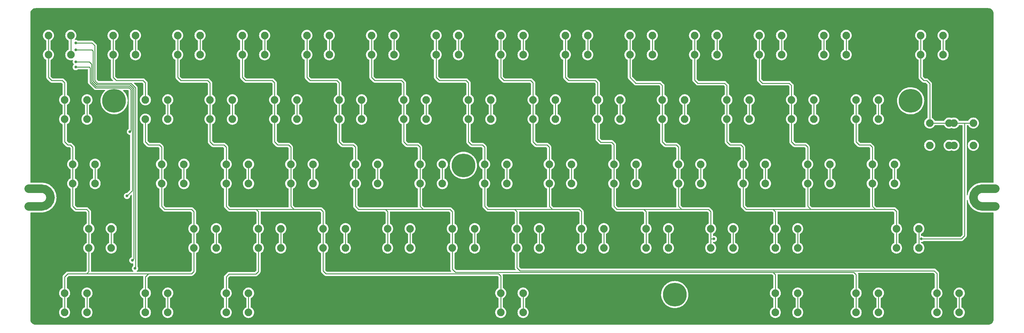
<source format=gtl>
G04 #@! TF.GenerationSoftware,KiCad,Pcbnew,(6.0.4)*
G04 #@! TF.CreationDate,2022-08-29T03:28:43+02:00*
G04 #@! TF.ProjectId,PLUTO60,504c5554-4f36-4302-9e6b-696361645f70,rev?*
G04 #@! TF.SameCoordinates,Original*
G04 #@! TF.FileFunction,Copper,L1,Top*
G04 #@! TF.FilePolarity,Positive*
%FSLAX46Y46*%
G04 Gerber Fmt 4.6, Leading zero omitted, Abs format (unit mm)*
G04 Created by KiCad (PCBNEW (6.0.4)) date 2022-08-29 03:28:43*
%MOMM*%
%LPD*%
G01*
G04 APERTURE LIST*
G04 #@! TA.AperFunction,EtchedComponent*
%ADD10C,2.501900*%
G04 #@! TD*
G04 #@! TA.AperFunction,ComponentPad*
%ADD11C,2.250000*%
G04 #@! TD*
G04 #@! TA.AperFunction,ComponentPad*
%ADD12C,7.000240*%
G04 #@! TD*
G04 #@! TA.AperFunction,ComponentPad*
%ADD13C,7.001300*%
G04 #@! TD*
G04 #@! TA.AperFunction,ViaPad*
%ADD14C,0.800000*%
G04 #@! TD*
G04 #@! TA.AperFunction,Conductor*
%ADD15C,0.250000*%
G04 #@! TD*
G04 APERTURE END LIST*
D10*
X13075000Y35774050D02*
X16875000Y35774050D01*
X13075000Y41075950D02*
X16875000Y41075950D01*
X294275000Y35774050D02*
X298125000Y35774050D01*
X294275000Y41075950D02*
X298075000Y41075950D01*
X16875000Y35774050D02*
G75*
G03*
X19525950Y38425000I1J2650949D01*
G01*
X291624050Y38425000D02*
G75*
G03*
X294275000Y35774050I2650950J0D01*
G01*
X19525950Y38425000D02*
G75*
G03*
X16875000Y41075950I-2650949J1D01*
G01*
X294275000Y41075950D02*
G75*
G03*
X291624050Y38425000I0J-2650950D01*
G01*
D11*
X247525000Y80645000D03*
X247525000Y86365000D03*
X254125000Y86365000D03*
X254125000Y80645000D03*
X142750000Y67315000D03*
X142750000Y61595000D03*
X149350000Y67315000D03*
X149350000Y61595000D03*
X26068750Y42545000D03*
X26068750Y48265000D03*
X32668750Y48265000D03*
X32668750Y42545000D03*
X23687500Y4445000D03*
X23687500Y10165000D03*
X30287500Y10165000D03*
X30287500Y4445000D03*
X152275000Y4445000D03*
X152275000Y10165000D03*
X158875000Y10165000D03*
X158875000Y4445000D03*
X30831250Y29215000D03*
X30831250Y23495000D03*
X37431250Y29215000D03*
X37431250Y23495000D03*
X284480000Y60450000D03*
X291623750Y60450000D03*
X278760000Y60450000D03*
X285903750Y60450000D03*
X285903750Y53850000D03*
X278760000Y53850000D03*
X284480000Y53850000D03*
X291623750Y53850000D03*
X95125000Y86365000D03*
X95125000Y80645000D03*
X101725000Y86365000D03*
X101725000Y80645000D03*
X123700000Y67315000D03*
X123700000Y61595000D03*
X130300000Y67315000D03*
X130300000Y61595000D03*
X90362500Y48265000D03*
X90362500Y42545000D03*
X96962500Y42545000D03*
X96962500Y48265000D03*
X268956250Y23495000D03*
X268956250Y29215000D03*
X275556250Y29215000D03*
X275556250Y23495000D03*
X166562500Y48265000D03*
X166562500Y42545000D03*
X173162500Y42545000D03*
X173162500Y48265000D03*
X233237500Y4445000D03*
X233237500Y10165000D03*
X239837500Y10165000D03*
X239837500Y4445000D03*
X218950000Y61595000D03*
X218950000Y67315000D03*
X225550000Y67315000D03*
X225550000Y61595000D03*
X280862500Y4445000D03*
X280862500Y10165000D03*
X287462500Y4445000D03*
X287462500Y10165000D03*
X147512500Y42545000D03*
X147512500Y48265000D03*
X154112500Y42545000D03*
X154112500Y48265000D03*
X52262500Y42545000D03*
X52262500Y48265000D03*
X58862500Y42545000D03*
X58862500Y48265000D03*
X99887500Y29215000D03*
X99887500Y23495000D03*
X106487500Y23495000D03*
X106487500Y29215000D03*
X114175000Y80645000D03*
X114175000Y86365000D03*
X120775000Y86365000D03*
X120775000Y80645000D03*
X104650000Y61595000D03*
X104650000Y67315000D03*
X111250000Y61595000D03*
X111250000Y67315000D03*
X137987500Y23495000D03*
X137987500Y29215000D03*
X144587500Y23495000D03*
X144587500Y29215000D03*
X161800000Y61595000D03*
X161800000Y67315000D03*
X168400000Y67315000D03*
X168400000Y61595000D03*
X257050000Y10165000D03*
X257050000Y4445000D03*
X263650000Y4445000D03*
X263650000Y10165000D03*
X228475000Y86365000D03*
X228475000Y80645000D03*
X235075000Y86365000D03*
X235075000Y80645000D03*
X133225000Y86365000D03*
X133225000Y80645000D03*
X139825000Y86365000D03*
X139825000Y80645000D03*
D12*
X273125000Y67025000D03*
X203575000Y9725000D03*
X141275000Y47925000D03*
D13*
X38275000Y67025000D03*
D11*
X171325000Y86365000D03*
X171325000Y80645000D03*
X177925000Y80645000D03*
X177925000Y86365000D03*
X276100000Y80645000D03*
X276100000Y86365000D03*
X282700000Y80645000D03*
X282700000Y86365000D03*
X118937500Y29215000D03*
X118937500Y23495000D03*
X125537500Y29215000D03*
X125537500Y23495000D03*
X233237500Y23495000D03*
X233237500Y29215000D03*
X239837500Y23495000D03*
X239837500Y29215000D03*
X71312500Y4445000D03*
X71312500Y10165000D03*
X77912500Y10165000D03*
X77912500Y4445000D03*
X199900000Y61595000D03*
X199900000Y67315000D03*
X206500000Y61595000D03*
X206500000Y67315000D03*
X18925000Y86365000D03*
X18925000Y80645000D03*
X25525000Y86365000D03*
X25525000Y80645000D03*
X80837500Y23495000D03*
X80837500Y29215000D03*
X87437500Y29215000D03*
X87437500Y23495000D03*
X47500000Y67315000D03*
X47500000Y61595000D03*
X54100000Y67315000D03*
X54100000Y61595000D03*
X214187500Y29215000D03*
X214187500Y23495000D03*
X220787500Y23495000D03*
X220787500Y29215000D03*
X223712500Y42545000D03*
X223712500Y48265000D03*
X230312500Y48265000D03*
X230312500Y42545000D03*
X204662500Y48265000D03*
X204662500Y42545000D03*
X211262500Y48265000D03*
X211262500Y42545000D03*
X85600000Y67315000D03*
X85600000Y61595000D03*
X92200000Y67315000D03*
X92200000Y61595000D03*
X23687500Y67315000D03*
X23687500Y61595000D03*
X30287500Y67315000D03*
X30287500Y61595000D03*
X157037500Y29215000D03*
X157037500Y23495000D03*
X163637500Y29215000D03*
X163637500Y23495000D03*
X190375000Y80645000D03*
X190375000Y86365000D03*
X196975000Y80645000D03*
X196975000Y86365000D03*
X261812500Y48265000D03*
X261812500Y42545000D03*
X268412500Y42545000D03*
X268412500Y48265000D03*
X47500000Y10165000D03*
X47500000Y4445000D03*
X54100000Y10165000D03*
X54100000Y4445000D03*
X66550000Y61595000D03*
X66550000Y67315000D03*
X73150000Y67315000D03*
X73150000Y61595000D03*
X109412500Y48265000D03*
X109412500Y42545000D03*
X116012500Y48265000D03*
X116012500Y42545000D03*
X71312500Y42545000D03*
X71312500Y48265000D03*
X77912500Y42545000D03*
X77912500Y48265000D03*
X37975000Y80645000D03*
X37975000Y86365000D03*
X44575000Y80645000D03*
X44575000Y86365000D03*
X238000000Y67315000D03*
X238000000Y61595000D03*
X244600000Y61595000D03*
X244600000Y67315000D03*
X128462500Y48265000D03*
X128462500Y42545000D03*
X135062500Y42545000D03*
X135062500Y48265000D03*
X176087500Y29215000D03*
X176087500Y23495000D03*
X182687500Y29215000D03*
X182687500Y23495000D03*
X76075000Y86365000D03*
X76075000Y80645000D03*
X82675000Y86365000D03*
X82675000Y80645000D03*
X152275000Y80645000D03*
X152275000Y86365000D03*
X158875000Y80645000D03*
X158875000Y86365000D03*
X257050000Y67315000D03*
X257050000Y61595000D03*
X263650000Y67315000D03*
X263650000Y61595000D03*
X57025000Y86365000D03*
X57025000Y80645000D03*
X63625000Y86365000D03*
X63625000Y80645000D03*
X242762500Y48265000D03*
X242762500Y42545000D03*
X249362500Y42545000D03*
X249362500Y48265000D03*
X180850000Y67315000D03*
X180850000Y61595000D03*
X187450000Y61595000D03*
X187450000Y67315000D03*
X195137500Y23495000D03*
X195137500Y29215000D03*
X201737500Y23495000D03*
X201737500Y29215000D03*
X61787500Y29215000D03*
X61787500Y23495000D03*
X68387500Y29215000D03*
X68387500Y23495000D03*
X209425000Y86365000D03*
X209425000Y80645000D03*
X216025000Y86365000D03*
X216025000Y80645000D03*
X185612500Y48265000D03*
X185612500Y42545000D03*
X192212500Y48265000D03*
X192212500Y42545000D03*
D14*
X26951460Y76993750D03*
X42931750Y57881250D03*
X26987500Y78581250D03*
X42068750Y38893750D03*
X26985226Y82083982D03*
X43656250Y19843750D03*
X26987500Y84137500D03*
X44450000Y17462500D03*
X215106250Y26193750D03*
X276280750Y26193750D03*
X26416000Y89408000D03*
D15*
X25525000Y86365000D02*
X25525000Y80645000D01*
X30287500Y67315000D02*
X30287500Y61595000D01*
X30956250Y76993750D02*
X26951460Y76993750D01*
X31195190Y72466409D02*
X31195190Y76754810D01*
X32811438Y70850161D02*
X31195190Y72466409D01*
X42656089Y70850161D02*
X32811438Y70850161D01*
X31195190Y76754810D02*
X30956250Y76993750D01*
X43206730Y58156230D02*
X43206730Y70299520D01*
X42931750Y57881250D02*
X43206730Y58156230D01*
X43206730Y70299520D02*
X42656089Y70850161D01*
X32668750Y48265000D02*
X32668750Y42545000D01*
X43656250Y40481250D02*
X42068750Y38893750D01*
X43656250Y70485718D02*
X42842286Y71299681D01*
X42842286Y71299681D02*
X32997635Y71299681D01*
X32997635Y71299681D02*
X31644710Y72652606D01*
X30956250Y78581250D02*
X26987500Y78581250D01*
X31644710Y77892790D02*
X30956250Y78581250D01*
X43656250Y70485718D02*
X43656250Y40481250D01*
X31644710Y72652606D02*
X31644710Y77892790D01*
X37431250Y29215000D02*
X37431250Y23495000D01*
X44105770Y20293270D02*
X44105769Y70671916D01*
X44105769Y70671916D02*
X43028484Y71749201D01*
X31766498Y82083982D02*
X26985226Y82083982D01*
X33183832Y71749201D02*
X32094230Y72838803D01*
X32094230Y81756250D02*
X31766498Y82083982D01*
X43656250Y19843750D02*
X44105770Y20293270D01*
X32094230Y72838803D02*
X32094230Y81756250D01*
X43028484Y71749201D02*
X33183832Y71749201D01*
X30287500Y10165000D02*
X30287500Y4445000D01*
X33370029Y72198721D02*
X32543750Y73025000D01*
X43214681Y72198721D02*
X33370029Y72198721D01*
X32543750Y83343750D02*
X31750000Y84137500D01*
X44450000Y17462500D02*
X44555290Y17567790D01*
X44555290Y70858112D02*
X43214681Y72198721D01*
X31750000Y84137500D02*
X26987500Y84137500D01*
X32543750Y73025000D02*
X32543750Y83343750D01*
X44555290Y17567790D02*
X44555290Y70858112D01*
X44575000Y86365000D02*
X44575000Y80645000D01*
X54100000Y67315000D02*
X54100000Y61595000D01*
X58862500Y48265000D02*
X58862500Y42545000D01*
X68387500Y29215000D02*
X68387500Y23495000D01*
X54100000Y10165000D02*
X54100000Y4445000D01*
X63625000Y86365000D02*
X63625000Y80645000D01*
X73150000Y67315000D02*
X73150000Y61595000D01*
X77912500Y48265000D02*
X77912500Y42545000D01*
X87437500Y29215000D02*
X87437500Y23495000D01*
X82675000Y86365000D02*
X82675000Y80645000D01*
X92200000Y67315000D02*
X92200000Y61595000D01*
X96962500Y48265000D02*
X96962500Y42545000D01*
X106487500Y29215000D02*
X106487500Y23495000D01*
X158875000Y10165000D02*
X158875000Y4445000D01*
X101725000Y86365000D02*
X101725000Y80645000D01*
X111250000Y67315000D02*
X111250000Y61595000D01*
X116012500Y48265000D02*
X116012500Y42545000D01*
X125537500Y29215000D02*
X125537500Y23495000D01*
X120775000Y86365000D02*
X120775000Y80645000D01*
X130300000Y67315000D02*
X130300000Y61595000D01*
X135062500Y48265000D02*
X135062500Y42545000D01*
X144587500Y29215000D02*
X144587500Y23495000D01*
X139825000Y86365000D02*
X139825000Y80645000D01*
X149350000Y67315000D02*
X149350000Y61595000D01*
X154112500Y48265000D02*
X154112500Y42545000D01*
X163637500Y29215000D02*
X163637500Y23495000D01*
X287462500Y10165000D02*
X287462500Y4445000D01*
X158875000Y86365000D02*
X158875000Y80645000D01*
X168400000Y67315000D02*
X168400000Y61595000D01*
X173162500Y48265000D02*
X173162500Y42545000D01*
X182687500Y29215000D02*
X182687500Y23495000D01*
X254125000Y86365000D02*
X254125000Y80645000D01*
X177925000Y86365000D02*
X177925000Y80645000D01*
X187450000Y67315000D02*
X187450000Y61595000D01*
X192212500Y48265000D02*
X192212500Y42545000D01*
X201737500Y29215000D02*
X201737500Y23495000D01*
X282700000Y86365000D02*
X282700000Y80645000D01*
X196975000Y86365000D02*
X196975000Y80645000D01*
X206500000Y67315000D02*
X206500000Y61595000D01*
X211262500Y48265000D02*
X211262500Y42545000D01*
X220787500Y29215000D02*
X220787500Y23495000D01*
X216025000Y86365000D02*
X216025000Y80645000D01*
X225550000Y67315000D02*
X225550000Y61595000D01*
X230312500Y48265000D02*
X230312500Y42545000D01*
X239837500Y29215000D02*
X239837500Y23495000D01*
X235075000Y86365000D02*
X235075000Y80645000D01*
X244600000Y67315000D02*
X244600000Y61595000D01*
X249362500Y48265000D02*
X249362500Y42545000D01*
X275556250Y29215000D02*
X275556250Y23495000D01*
X268412500Y48265000D02*
X268412500Y42545000D01*
X30162500Y34925000D02*
X30831250Y34256250D01*
X18925000Y86365000D02*
X18925000Y80645000D01*
X38893750Y73025000D02*
X46831250Y73025000D01*
X23687500Y14956250D02*
X23687500Y12031250D01*
X61787500Y34256250D02*
X61787500Y29215000D01*
X46831250Y73025000D02*
X47500000Y72356250D01*
X47500000Y54893750D02*
X48418750Y53975000D01*
X52262500Y42545000D02*
X52262500Y35843750D01*
X61787500Y23495000D02*
X61787500Y16543750D01*
X47500000Y10165000D02*
X47500000Y4445000D01*
X30162500Y15875000D02*
X24606250Y15875000D01*
X26068750Y53306250D02*
X26068750Y48265000D01*
X30831250Y23495000D02*
X30831250Y16543750D01*
X47500000Y14956250D02*
X47500000Y12031250D01*
X24606250Y15875000D02*
X23687500Y14956250D01*
X53181250Y34925000D02*
X61118750Y34925000D01*
X52262500Y48265000D02*
X52262500Y42545000D01*
X18925000Y80645000D02*
X18925000Y73943750D01*
X37975000Y73943750D02*
X38893750Y73025000D01*
X47500000Y61595000D02*
X47500000Y54893750D01*
X26068750Y42545000D02*
X26068750Y35843750D01*
X19843750Y73025000D02*
X23018750Y73025000D01*
X30831250Y34256250D02*
X30831250Y29215000D01*
X25400000Y53975000D02*
X26068750Y53306250D01*
X48418750Y53975000D02*
X51593750Y53975000D01*
X18925000Y73943750D02*
X19843750Y73025000D01*
X37975000Y80645000D02*
X37975000Y73943750D01*
X47500000Y72356250D02*
X47500000Y67315000D01*
X23687500Y4445000D02*
X23687500Y10165000D01*
X61787500Y16543750D02*
X61118750Y15875000D01*
X61118750Y15875000D02*
X48418750Y15875000D01*
X26987500Y34925000D02*
X30162500Y34925000D01*
X37975000Y80645000D02*
X37975000Y86365000D01*
X51593750Y53975000D02*
X52262500Y53306250D01*
X23687500Y72356250D02*
X23687500Y67315000D01*
X52262500Y35843750D02*
X53181250Y34925000D01*
X48418750Y15875000D02*
X47500000Y14956250D01*
X47500000Y12031250D02*
X47500000Y10165000D01*
X24606250Y53975000D02*
X25400000Y53975000D01*
X23687500Y54893750D02*
X24606250Y53975000D01*
X23687500Y12031250D02*
X23687500Y10165000D01*
X23687500Y61595000D02*
X23687500Y67315000D01*
X30831250Y23495000D02*
X30831250Y29215000D01*
X30831250Y16543750D02*
X30162500Y15875000D01*
X23018750Y73025000D02*
X23687500Y72356250D01*
X61787500Y29215000D02*
X61787500Y23495000D01*
X26068750Y35843750D02*
X26987500Y34925000D01*
X52262500Y53306250D02*
X52262500Y48265000D01*
X61118750Y34925000D02*
X61787500Y34256250D01*
X23687500Y61595000D02*
X23687500Y54893750D01*
X30162500Y15875000D02*
X48418750Y15875000D01*
X26068750Y42545000D02*
X26068750Y48265000D01*
X76075000Y80645000D02*
X76075000Y73943750D01*
X57943750Y73025000D02*
X65881250Y73025000D01*
X76075000Y80645000D02*
X76075000Y86365000D01*
X99887500Y34256250D02*
X99887500Y29215000D01*
X85600000Y54893750D02*
X86518750Y53975000D01*
X90362500Y53306250D02*
X90362500Y48265000D01*
X91281250Y34925000D02*
X99218750Y34925000D01*
X90362500Y42545000D02*
X90362500Y35843750D01*
X90362500Y35843750D02*
X91281250Y34925000D01*
X152275000Y10165000D02*
X152275000Y4445000D01*
X151606250Y15875000D02*
X152275000Y15206250D01*
X71312500Y42545000D02*
X71312500Y35843750D01*
X86518750Y53975000D02*
X89693750Y53975000D01*
X80837500Y34256250D02*
X80837500Y29215000D01*
X71312500Y42545000D02*
X71312500Y48265000D01*
X99887500Y16698500D02*
X100711000Y15875000D01*
X57025000Y73943750D02*
X57943750Y73025000D01*
X71312500Y14956250D02*
X71312500Y10165000D01*
X70643750Y53975000D02*
X71312500Y53306250D01*
X67468750Y53975000D02*
X70643750Y53975000D01*
X57025000Y86365000D02*
X57025000Y80645000D01*
X76993750Y73025000D02*
X84931250Y73025000D01*
X99887500Y23495000D02*
X99887500Y29215000D01*
X80072500Y15778750D02*
X72135000Y15778750D01*
X80837500Y23495000D02*
X80837500Y29215000D01*
X85600000Y61595000D02*
X85600000Y54893750D01*
X76075000Y73943750D02*
X76993750Y73025000D01*
X80837500Y23495000D02*
X80837500Y16543750D01*
X66550000Y72356250D02*
X66550000Y67315000D01*
X80168750Y34925000D02*
X91281250Y34925000D01*
X71312500Y53306250D02*
X71312500Y48265000D01*
X66550000Y61595000D02*
X66550000Y67315000D01*
X65881250Y73025000D02*
X66550000Y72356250D01*
X85600000Y72356250D02*
X85600000Y67315000D01*
X89693750Y53975000D02*
X90362500Y53306250D01*
X99218750Y34925000D02*
X99887500Y34256250D01*
X72231250Y34925000D02*
X80168750Y34925000D01*
X66550000Y61595000D02*
X66550000Y54893750D01*
X71312500Y35843750D02*
X72231250Y34925000D01*
X84931250Y73025000D02*
X85600000Y72356250D01*
X80168750Y34925000D02*
X80837500Y34256250D01*
X71312500Y10165000D02*
X71312500Y4445000D01*
X90362500Y42545000D02*
X90362500Y48265000D01*
X99887500Y23495000D02*
X99887500Y16698500D01*
X66550000Y54893750D02*
X67468750Y53975000D01*
X57025000Y80645000D02*
X57025000Y73943750D01*
X100711000Y15875000D02*
X151606250Y15875000D01*
X85600000Y61595000D02*
X85600000Y67315000D01*
X152275000Y15206250D02*
X152275000Y10165000D01*
X80837500Y16543750D02*
X80072500Y15778750D01*
X72135000Y15778750D02*
X71312500Y14956250D01*
X95125000Y80645000D02*
X95125000Y73943750D01*
X114175000Y73943750D02*
X115093750Y73025000D01*
X123700000Y54893750D02*
X124618750Y53975000D01*
X123031250Y73025000D02*
X123700000Y72356250D01*
X257050000Y10165000D02*
X257050000Y4445000D01*
X233237500Y15655770D02*
X233237500Y10165000D01*
X129381250Y34925000D02*
X137318750Y34925000D01*
X137987500Y34256250D02*
X137987500Y29215000D01*
X114175000Y86365000D02*
X114175000Y80645000D01*
X232568750Y16324520D02*
X256381250Y16324520D01*
X114175000Y80645000D02*
X114175000Y73943750D01*
X128462500Y48265000D02*
X128462500Y42545000D01*
X137987500Y17243270D02*
X138906250Y16324520D01*
X256381250Y16324520D02*
X257050000Y15655770D01*
X109412500Y35843750D02*
X110331250Y34925000D01*
X108743750Y53975000D02*
X109412500Y53306250D01*
X118268750Y34925000D02*
X129381250Y34925000D01*
X118937500Y23495000D02*
X118937500Y29215000D01*
X128462500Y35843750D02*
X129381250Y34925000D01*
X103981250Y73025000D02*
X104650000Y72356250D01*
X109412500Y42545000D02*
X109412500Y35843750D01*
X128462500Y53306250D02*
X128462500Y48265000D01*
X123700000Y61595000D02*
X123700000Y54893750D01*
X137318750Y34925000D02*
X137987500Y34256250D01*
X128462500Y42545000D02*
X128462500Y35843750D01*
X137987500Y29215000D02*
X137987500Y23495000D01*
X257050000Y15655770D02*
X257050000Y10165000D01*
X104650000Y54893750D02*
X105568750Y53975000D01*
X105568750Y53975000D02*
X108743750Y53975000D01*
X95125000Y80645000D02*
X95125000Y86365000D01*
X118937500Y34256250D02*
X118937500Y29215000D01*
X110331250Y34925000D02*
X118268750Y34925000D01*
X109412500Y42545000D02*
X109412500Y48265000D01*
X104650000Y61595000D02*
X104650000Y67315000D01*
X137987500Y23495000D02*
X137987500Y17243270D01*
X104650000Y72356250D02*
X104650000Y67315000D01*
X115093750Y73025000D02*
X123031250Y73025000D01*
X95125000Y73943750D02*
X96043750Y73025000D01*
X118268750Y34925000D02*
X118937500Y34256250D01*
X232568750Y16324520D02*
X233237500Y15655770D01*
X123700000Y67315000D02*
X123700000Y61595000D01*
X104650000Y61595000D02*
X104650000Y54893750D01*
X138906250Y16324520D02*
X232568750Y16324520D01*
X124618750Y53975000D02*
X127793750Y53975000D01*
X109412500Y53306250D02*
X109412500Y48265000D01*
X127793750Y53975000D02*
X128462500Y53306250D01*
X233237500Y10165000D02*
X233237500Y4445000D01*
X123700000Y72356250D02*
X123700000Y67315000D01*
X96043750Y73025000D02*
X103981250Y73025000D01*
X166562500Y42545000D02*
X166562500Y35843750D01*
X161800000Y61595000D02*
X161800000Y54893750D01*
X161800000Y72356250D02*
X161800000Y67315000D01*
X133225000Y73943750D02*
X134143750Y73025000D01*
X176087500Y34256250D02*
X176087500Y29215000D01*
X175418750Y34925000D02*
X176087500Y34256250D01*
X142750000Y72356250D02*
X142750000Y67315000D01*
X156368750Y34925000D02*
X157037500Y34256250D01*
X157037500Y23495000D02*
X157037500Y17692790D01*
X146843750Y53975000D02*
X147512500Y53306250D01*
X165893750Y53975000D02*
X166562500Y53306250D01*
X280088460Y16774040D02*
X280862500Y16000000D01*
X142750000Y67315000D02*
X142750000Y61595000D01*
X147512500Y35843750D02*
X148431250Y34925000D01*
X152275000Y73943750D02*
X153193750Y73025000D01*
X166562500Y35843750D02*
X167481250Y34925000D01*
X247525000Y80645000D02*
X247525000Y86365000D01*
X162718750Y53975000D02*
X165893750Y53975000D01*
X166562500Y53306250D02*
X166562500Y48265000D01*
X142081250Y73025000D02*
X142750000Y72356250D01*
X167481250Y34925000D02*
X175418750Y34925000D01*
X148431250Y34925000D02*
X156368750Y34925000D01*
X157037500Y17692790D02*
X157956250Y16774040D01*
X142750000Y54893750D02*
X143668750Y53975000D01*
X157037500Y29215000D02*
X157037500Y23495000D01*
X134143750Y73025000D02*
X142081250Y73025000D01*
X152275000Y80645000D02*
X152275000Y73943750D01*
X157037500Y34256250D02*
X157037500Y29215000D01*
X153193750Y73025000D02*
X161131250Y73025000D01*
X147512500Y48265000D02*
X147512500Y42545000D01*
X142750000Y61595000D02*
X142750000Y54893750D01*
X143668750Y53975000D02*
X146843750Y53975000D01*
X133225000Y80645000D02*
X133225000Y73943750D01*
X280862500Y16000000D02*
X280862500Y10165000D01*
X157956250Y16774040D02*
X280088460Y16774040D01*
X161800000Y54893750D02*
X162718750Y53975000D01*
X161131250Y73025000D02*
X161800000Y72356250D01*
X280862500Y10165000D02*
X280862500Y4445000D01*
X167481250Y34925000D02*
X156368750Y34925000D01*
X176087500Y29215000D02*
X176087500Y23495000D01*
X161800000Y67315000D02*
X161800000Y61595000D01*
X133225000Y86365000D02*
X133225000Y80645000D01*
X147512500Y42545000D02*
X147512500Y35843750D01*
X147512500Y53306250D02*
X147512500Y48265000D01*
X152275000Y86365000D02*
X152275000Y80645000D01*
X166562500Y48265000D02*
X166562500Y42545000D01*
X184943750Y54768750D02*
X185612500Y54100000D01*
X171325000Y73943750D02*
X172243750Y73025000D01*
X205581250Y34925000D02*
X213518750Y34925000D01*
X185612500Y42545000D02*
X185612500Y35843750D01*
X276100000Y80645000D02*
X276100000Y73943750D01*
X288131250Y26193750D02*
X276280750Y26193750D01*
X185612500Y54100000D02*
X185612500Y48265000D01*
X180850000Y67315000D02*
X180850000Y61595000D01*
X276100000Y86365000D02*
X276100000Y80645000D01*
X213518750Y34925000D02*
X214187500Y34256250D01*
X289050000Y27112500D02*
X288131250Y26193750D01*
X276100000Y73943750D02*
X277018750Y73025000D01*
X180850000Y55687500D02*
X181768750Y54768750D01*
X185612500Y35843750D02*
X186531250Y34925000D01*
X214187500Y26318750D02*
X214187500Y29215000D01*
X172243750Y73025000D02*
X180181250Y73025000D01*
X278760000Y60450000D02*
X289050000Y60450000D01*
X192087500Y72231250D02*
X199231250Y72231250D01*
X171325000Y80645000D02*
X171325000Y73943750D01*
X203993750Y53975000D02*
X204662500Y53306250D01*
X195137500Y29215000D02*
X195137500Y23495000D01*
X204662500Y53306250D02*
X204662500Y48265000D01*
X199900000Y54893750D02*
X200818750Y53975000D01*
X214187500Y23495000D02*
X214187500Y26068750D01*
X199231250Y72231250D02*
X199900000Y71562500D01*
X289050000Y60450000D02*
X289050000Y27112500D01*
X185612500Y48265000D02*
X185612500Y42545000D01*
X278760000Y60450000D02*
X278760000Y72077500D01*
X214187500Y34256250D02*
X214187500Y29215000D01*
X180850000Y61595000D02*
X180850000Y55687500D01*
X171325000Y86365000D02*
X171325000Y80645000D01*
X199900000Y61595000D02*
X199900000Y67315000D01*
X195137500Y34256250D02*
X195137500Y29215000D01*
X199900000Y71562500D02*
X199900000Y67315000D01*
X181768750Y54768750D02*
X184943750Y54768750D01*
X180181250Y73025000D02*
X180850000Y72356250D01*
X214312500Y26193750D02*
X215106250Y26193750D01*
X289050000Y60450000D02*
X291623750Y60450000D01*
X204662500Y42545000D02*
X204662500Y35843750D01*
X214187500Y26318750D02*
X214312500Y26193750D01*
X200818750Y53975000D02*
X203993750Y53975000D01*
X190375000Y73943750D02*
X192087500Y72231250D01*
X186531250Y34925000D02*
X194468750Y34925000D01*
X205581250Y34925000D02*
X194468750Y34925000D01*
X204662500Y35843750D02*
X205581250Y34925000D01*
X194468750Y34925000D02*
X195137500Y34256250D01*
X199900000Y61595000D02*
X199900000Y54893750D01*
X278760000Y72077500D02*
X277812500Y73025000D01*
X214187500Y26068750D02*
X214187500Y26318750D01*
X180850000Y72356250D02*
X180850000Y67315000D01*
X190375000Y80645000D02*
X190375000Y73943750D01*
X204662500Y42545000D02*
X204662500Y48265000D01*
X277018750Y73025000D02*
X277812500Y73025000D01*
X190375000Y80645000D02*
X190375000Y86365000D01*
X242762500Y42545000D02*
X242762500Y35843750D01*
X243681250Y34925000D02*
X262731250Y34925000D01*
X238000000Y67315000D02*
X238000000Y61595000D01*
X242093750Y53975000D02*
X242762500Y53306250D01*
X218281250Y72231250D02*
X218950000Y71562500D01*
X257968750Y53975000D02*
X261143750Y53975000D01*
X219868750Y53975000D02*
X223043750Y53975000D01*
X233237500Y29215000D02*
X233237500Y23495000D01*
X209425000Y80645000D02*
X209425000Y73150000D01*
X238000000Y54893750D02*
X238918750Y53975000D01*
X261812500Y42545000D02*
X261812500Y35843750D01*
X223712500Y48265000D02*
X223712500Y42545000D01*
X261812500Y35843750D02*
X262731250Y34925000D01*
X229393750Y72231250D02*
X237331250Y72231250D01*
X242762500Y35843750D02*
X243681250Y34925000D01*
X232568750Y34925000D02*
X233237500Y34256250D01*
X218950000Y54893750D02*
X219868750Y53975000D01*
X268287500Y34925000D02*
X268956250Y34256250D01*
X238000000Y61595000D02*
X238000000Y54893750D01*
X223712500Y42545000D02*
X223712500Y35843750D01*
X223043750Y53975000D02*
X223712500Y53306250D01*
X261143750Y53975000D02*
X261812500Y53306250D01*
X228475000Y86365000D02*
X228475000Y80645000D01*
X257050000Y61595000D02*
X257050000Y67315000D01*
X238918750Y53975000D02*
X242093750Y53975000D01*
X262731250Y34925000D02*
X268287500Y34925000D01*
X223712500Y35843750D02*
X224631250Y34925000D01*
X268956250Y34256250D02*
X268956250Y29215000D01*
X257050000Y54893750D02*
X257968750Y53975000D01*
X218950000Y71562500D02*
X218950000Y67315000D01*
X257050000Y61595000D02*
X257050000Y54893750D01*
X237331250Y72231250D02*
X238000000Y71562500D01*
X268956250Y29215000D02*
X268956250Y23495000D01*
X224631250Y34925000D02*
X232568750Y34925000D01*
X209425000Y86365000D02*
X209425000Y80645000D01*
X218950000Y67315000D02*
X218950000Y61595000D01*
X261812500Y42545000D02*
X261812500Y48265000D01*
X228475000Y80645000D02*
X228475000Y73150000D01*
X228475000Y73150000D02*
X229393750Y72231250D01*
X218950000Y61595000D02*
X218950000Y54893750D01*
X232568750Y34925000D02*
X243681250Y34925000D01*
X209425000Y73150000D02*
X210343750Y72231250D01*
X238000000Y71562500D02*
X238000000Y67315000D01*
X210343750Y72231250D02*
X218281250Y72231250D01*
X242762500Y48265000D02*
X242762500Y42545000D01*
X242762500Y53306250D02*
X242762500Y48265000D01*
X223712500Y53306250D02*
X223712500Y48265000D01*
X233237500Y34256250D02*
X233237500Y29215000D01*
X261812500Y53306250D02*
X261812500Y48265000D01*
X263650000Y67315000D02*
X263650000Y61595000D01*
X77912500Y10165000D02*
X77912500Y4445000D01*
X239837500Y10165000D02*
X239837500Y4445000D01*
X263650000Y10165000D02*
X263650000Y4445000D01*
G04 #@! TA.AperFunction,Conductor*
G36*
X296045018Y94415000D02*
G01*
X296059851Y94412690D01*
X296059855Y94412690D01*
X296068724Y94411309D01*
X296083981Y94413304D01*
X296109302Y94414047D01*
X296278285Y94401961D01*
X296296064Y94399404D01*
X296486392Y94358001D01*
X296503641Y94352937D01*
X296686150Y94284864D01*
X296702502Y94277396D01*
X296873458Y94184048D01*
X296888582Y94174328D01*
X297044514Y94057598D01*
X297058100Y94045825D01*
X297195825Y93908100D01*
X297207598Y93894514D01*
X297324328Y93738582D01*
X297334048Y93723458D01*
X297427396Y93552502D01*
X297434864Y93536150D01*
X297502937Y93353641D01*
X297508001Y93336393D01*
X297549404Y93146064D01*
X297551962Y93128279D01*
X297563540Y92966399D01*
X297562793Y92948435D01*
X297562692Y92940155D01*
X297561309Y92931276D01*
X297562474Y92922370D01*
X297565436Y92899717D01*
X297566500Y92883379D01*
X297566500Y42961400D01*
X297546498Y42893279D01*
X297492842Y42846786D01*
X297440500Y42835400D01*
X294395103Y42835400D01*
X294379204Y42836407D01*
X294367341Y42837916D01*
X294364191Y42837998D01*
X294364184Y42837999D01*
X294315405Y42839276D01*
X294275000Y42840334D01*
X294271853Y42840100D01*
X294271844Y42840100D01*
X294268818Y42839875D01*
X294265304Y42839663D01*
X293870516Y42821411D01*
X293870509Y42821410D01*
X293867625Y42821277D01*
X293864757Y42820877D01*
X293864758Y42820877D01*
X293466613Y42765338D01*
X293466610Y42765337D01*
X293463725Y42764935D01*
X293246174Y42713768D01*
X293069587Y42672235D01*
X293069581Y42672233D01*
X293066748Y42671567D01*
X292680078Y42541968D01*
X292307016Y42377245D01*
X292304463Y42375823D01*
X292304459Y42375821D01*
X292148000Y42288674D01*
X291950744Y42178803D01*
X291614301Y41948335D01*
X291612075Y41946487D01*
X291612065Y41946479D01*
X291359680Y41736900D01*
X291300559Y41687806D01*
X291012194Y41399441D01*
X291010340Y41397208D01*
X291010337Y41397205D01*
X290753521Y41087935D01*
X290753513Y41087925D01*
X290751665Y41085699D01*
X290521197Y40749256D01*
X290322755Y40392984D01*
X290158032Y40019922D01*
X290028433Y39633252D01*
X290027767Y39630419D01*
X290027765Y39630413D01*
X289998003Y39503872D01*
X289935065Y39236275D01*
X289934292Y39230733D01*
X289905069Y39166029D01*
X289845504Y39127396D01*
X289774508Y39127098D01*
X289714622Y39165231D01*
X289684859Y39229688D01*
X289683500Y39248142D01*
X289683500Y53850000D01*
X289985199Y53850000D01*
X290005372Y53593674D01*
X290006526Y53588867D01*
X290006527Y53588861D01*
X290037845Y53458414D01*
X290065395Y53343660D01*
X290067288Y53339089D01*
X290067289Y53339087D01*
X290077591Y53314217D01*
X290163790Y53106113D01*
X290298134Y52886884D01*
X290465119Y52691369D01*
X290660634Y52524384D01*
X290879863Y52390040D01*
X290884433Y52388147D01*
X290884437Y52388145D01*
X290960092Y52356808D01*
X291117410Y52291645D01*
X291204252Y52270796D01*
X291362611Y52232777D01*
X291362617Y52232776D01*
X291367424Y52231622D01*
X291623750Y52211449D01*
X291880076Y52231622D01*
X291884883Y52232776D01*
X291884889Y52232777D01*
X292043248Y52270796D01*
X292130090Y52291645D01*
X292287408Y52356808D01*
X292363063Y52388145D01*
X292363067Y52388147D01*
X292367637Y52390040D01*
X292586866Y52524384D01*
X292782381Y52691369D01*
X292949366Y52886884D01*
X293083710Y53106113D01*
X293169910Y53314217D01*
X293180211Y53339087D01*
X293180212Y53339089D01*
X293182105Y53343660D01*
X293209655Y53458414D01*
X293240973Y53588861D01*
X293240974Y53588867D01*
X293242128Y53593674D01*
X293262301Y53850000D01*
X293242128Y54106326D01*
X293239987Y54115248D01*
X293183260Y54351528D01*
X293182105Y54356340D01*
X293176341Y54370255D01*
X293085605Y54589313D01*
X293085603Y54589317D01*
X293083710Y54593887D01*
X292949366Y54813116D01*
X292782381Y55008631D01*
X292586866Y55175616D01*
X292367637Y55309960D01*
X292363067Y55311853D01*
X292363063Y55311855D01*
X292134663Y55406461D01*
X292134661Y55406462D01*
X292130090Y55408355D01*
X292001799Y55439155D01*
X291884889Y55467223D01*
X291884883Y55467224D01*
X291880076Y55468378D01*
X291623750Y55488551D01*
X291367424Y55468378D01*
X291362617Y55467224D01*
X291362611Y55467223D01*
X291245701Y55439155D01*
X291117410Y55408355D01*
X291112839Y55406462D01*
X291112837Y55406461D01*
X290884437Y55311855D01*
X290884433Y55311853D01*
X290879863Y55309960D01*
X290660634Y55175616D01*
X290465119Y55008631D01*
X290298134Y54813116D01*
X290163790Y54593887D01*
X290161897Y54589317D01*
X290161895Y54589313D01*
X290071159Y54370255D01*
X290065395Y54356340D01*
X290064240Y54351528D01*
X290007514Y54115248D01*
X290005372Y54106326D01*
X289985199Y53850000D01*
X289683500Y53850000D01*
X289683500Y59690500D01*
X289703502Y59758621D01*
X289757158Y59805114D01*
X289809500Y59816500D01*
X290033876Y59816500D01*
X290101997Y59796498D01*
X290150285Y59738717D01*
X290161893Y59710691D01*
X290161895Y59710687D01*
X290163790Y59706113D01*
X290298134Y59486884D01*
X290465119Y59291369D01*
X290660634Y59124384D01*
X290879863Y58990040D01*
X290884433Y58988147D01*
X290884437Y58988145D01*
X290960092Y58956808D01*
X291117410Y58891645D01*
X291204252Y58870796D01*
X291362611Y58832777D01*
X291362617Y58832776D01*
X291367424Y58831622D01*
X291623750Y58811449D01*
X291880076Y58831622D01*
X291884883Y58832776D01*
X291884889Y58832777D01*
X292043248Y58870796D01*
X292130090Y58891645D01*
X292287408Y58956808D01*
X292363063Y58988145D01*
X292363067Y58988147D01*
X292367637Y58990040D01*
X292586866Y59124384D01*
X292782381Y59291369D01*
X292949366Y59486884D01*
X293083710Y59706113D01*
X293085607Y59710691D01*
X293180211Y59939087D01*
X293180212Y59939089D01*
X293182105Y59943660D01*
X293227596Y60133143D01*
X293240973Y60188861D01*
X293240974Y60188867D01*
X293242128Y60193674D01*
X293262301Y60450000D01*
X293242128Y60706326D01*
X293182105Y60956340D01*
X293128485Y61085790D01*
X293085605Y61189313D01*
X293085603Y61189317D01*
X293083710Y61193887D01*
X292949366Y61413116D01*
X292782381Y61608631D01*
X292586866Y61775616D01*
X292367637Y61909960D01*
X292363067Y61911853D01*
X292363063Y61911855D01*
X292134663Y62006461D01*
X292134661Y62006462D01*
X292130090Y62008355D01*
X291998804Y62039874D01*
X291884889Y62067223D01*
X291884883Y62067224D01*
X291880076Y62068378D01*
X291623750Y62088551D01*
X291367424Y62068378D01*
X291362617Y62067224D01*
X291362611Y62067223D01*
X291248696Y62039874D01*
X291117410Y62008355D01*
X291112839Y62006462D01*
X291112837Y62006461D01*
X290884437Y61911855D01*
X290884433Y61911853D01*
X290879863Y61909960D01*
X290660634Y61775616D01*
X290465119Y61608631D01*
X290298134Y61413116D01*
X290163790Y61193887D01*
X290161897Y61189317D01*
X290161893Y61189309D01*
X290150285Y61161283D01*
X290105738Y61106002D01*
X290033876Y61083500D01*
X289121793Y61083500D01*
X289098184Y61085732D01*
X289097881Y61085790D01*
X289097877Y61085790D01*
X289090094Y61087275D01*
X289034049Y61083749D01*
X289026138Y61083500D01*
X287493624Y61083500D01*
X287425503Y61103502D01*
X287377215Y61161283D01*
X287365607Y61189309D01*
X287365603Y61189317D01*
X287363710Y61193887D01*
X287229366Y61413116D01*
X287062381Y61608631D01*
X286866866Y61775616D01*
X286647637Y61909960D01*
X286643067Y61911853D01*
X286643063Y61911855D01*
X286414663Y62006461D01*
X286414661Y62006462D01*
X286410090Y62008355D01*
X286278804Y62039874D01*
X286164889Y62067223D01*
X286164883Y62067224D01*
X286160076Y62068378D01*
X285903750Y62088551D01*
X285647424Y62068378D01*
X285642617Y62067224D01*
X285642611Y62067223D01*
X285528696Y62039874D01*
X285397410Y62008355D01*
X285240092Y61943192D01*
X285169503Y61935603D01*
X285143661Y61943191D01*
X284986340Y62008355D01*
X284855054Y62039874D01*
X284741139Y62067223D01*
X284741133Y62067224D01*
X284736326Y62068378D01*
X284480000Y62088551D01*
X284223674Y62068378D01*
X284218867Y62067224D01*
X284218861Y62067223D01*
X284104946Y62039874D01*
X283973660Y62008355D01*
X283969089Y62006462D01*
X283969087Y62006461D01*
X283740687Y61911855D01*
X283740683Y61911853D01*
X283736113Y61909960D01*
X283516884Y61775616D01*
X283321369Y61608631D01*
X283154384Y61413116D01*
X283020040Y61193887D01*
X283018147Y61189317D01*
X283018143Y61189309D01*
X283006535Y61161283D01*
X282961988Y61106002D01*
X282890126Y61083500D01*
X280349874Y61083500D01*
X280281753Y61103502D01*
X280233465Y61161283D01*
X280221857Y61189309D01*
X280221853Y61189317D01*
X280219960Y61193887D01*
X280085616Y61413116D01*
X279918631Y61608631D01*
X279723116Y61775616D01*
X279503887Y61909960D01*
X279499317Y61911853D01*
X279499309Y61911857D01*
X279471283Y61923465D01*
X279416002Y61968012D01*
X279393500Y62039874D01*
X279393500Y71998737D01*
X279394027Y72009921D01*
X279395701Y72017409D01*
X279393562Y72085468D01*
X279393500Y72089425D01*
X279393500Y72117356D01*
X279392994Y72121362D01*
X279392061Y72133208D01*
X279390922Y72169463D01*
X279390673Y72177390D01*
X279385022Y72196842D01*
X279381014Y72216194D01*
X279379467Y72228437D01*
X279378474Y72236297D01*
X279375556Y72243668D01*
X279362200Y72277403D01*
X279358355Y72288630D01*
X279357721Y72290813D01*
X279346018Y72331093D01*
X279341984Y72337915D01*
X279341981Y72337921D01*
X279335706Y72348532D01*
X279327010Y72366282D01*
X279322472Y72377744D01*
X279322469Y72377749D01*
X279319552Y72385117D01*
X279304370Y72406013D01*
X279293573Y72420875D01*
X279287057Y72430793D01*
X279276005Y72449481D01*
X279264542Y72468863D01*
X279250218Y72483187D01*
X279237376Y72498222D01*
X279225472Y72514607D01*
X279191406Y72542789D01*
X279182627Y72550778D01*
X278316152Y73417253D01*
X278308612Y73425539D01*
X278304500Y73432018D01*
X278254848Y73478644D01*
X278252007Y73481398D01*
X278232270Y73501135D01*
X278229073Y73503615D01*
X278220051Y73511320D01*
X278187821Y73541586D01*
X278180875Y73545405D01*
X278180872Y73545407D01*
X278170066Y73551348D01*
X278153547Y73562199D01*
X278153083Y73562559D01*
X278137541Y73574614D01*
X278130272Y73577759D01*
X278130268Y73577762D01*
X278096963Y73592174D01*
X278086313Y73597391D01*
X278047560Y73618695D01*
X278027937Y73623733D01*
X278009234Y73630137D01*
X277997920Y73635033D01*
X277997919Y73635033D01*
X277990645Y73638181D01*
X277982822Y73639420D01*
X277982812Y73639423D01*
X277946976Y73645099D01*
X277935356Y73647505D01*
X277900211Y73656528D01*
X277900210Y73656528D01*
X277892530Y73658500D01*
X277872276Y73658500D01*
X277852565Y73660051D01*
X277840386Y73661980D01*
X277832557Y73663220D01*
X277824665Y73662474D01*
X277788539Y73659059D01*
X277776681Y73658500D01*
X277333345Y73658500D01*
X277265224Y73678502D01*
X277244249Y73695405D01*
X276770404Y74169251D01*
X276736379Y74231563D01*
X276733500Y74258346D01*
X276733500Y79055126D01*
X276753502Y79123247D01*
X276811283Y79171535D01*
X276839309Y79183143D01*
X276839317Y79183147D01*
X276843887Y79185040D01*
X277063116Y79319384D01*
X277258631Y79486369D01*
X277425616Y79681884D01*
X277559960Y79901113D01*
X277658355Y80138660D01*
X277718378Y80388674D01*
X277738551Y80645000D01*
X281061449Y80645000D01*
X281081622Y80388674D01*
X281141645Y80138660D01*
X281240040Y79901113D01*
X281374384Y79681884D01*
X281541369Y79486369D01*
X281736884Y79319384D01*
X281956113Y79185040D01*
X281960683Y79183147D01*
X281960687Y79183145D01*
X282166642Y79097836D01*
X282193660Y79086645D01*
X282280502Y79065796D01*
X282438861Y79027777D01*
X282438867Y79027776D01*
X282443674Y79026622D01*
X282700000Y79006449D01*
X282956326Y79026622D01*
X282961133Y79027776D01*
X282961139Y79027777D01*
X283119498Y79065796D01*
X283206340Y79086645D01*
X283233358Y79097836D01*
X283439313Y79183145D01*
X283439317Y79183147D01*
X283443887Y79185040D01*
X283663116Y79319384D01*
X283858631Y79486369D01*
X284025616Y79681884D01*
X284159960Y79901113D01*
X284258355Y80138660D01*
X284318378Y80388674D01*
X284338551Y80645000D01*
X284318378Y80901326D01*
X284258355Y81151340D01*
X284248355Y81175482D01*
X284161855Y81384313D01*
X284161853Y81384317D01*
X284159960Y81388887D01*
X284025616Y81608116D01*
X283858631Y81803631D01*
X283663116Y81970616D01*
X283443887Y82104960D01*
X283439317Y82106853D01*
X283439309Y82106857D01*
X283411283Y82118465D01*
X283356002Y82163012D01*
X283333500Y82234874D01*
X283333500Y84775126D01*
X283353502Y84843247D01*
X283411283Y84891535D01*
X283439309Y84903143D01*
X283439317Y84903147D01*
X283443887Y84905040D01*
X283663116Y85039384D01*
X283858631Y85206369D01*
X284025616Y85401884D01*
X284159960Y85621113D01*
X284258355Y85858660D01*
X284318378Y86108674D01*
X284338551Y86365000D01*
X284318378Y86621326D01*
X284258355Y86871340D01*
X284159960Y87108887D01*
X284025616Y87328116D01*
X283858631Y87523631D01*
X283663116Y87690616D01*
X283443887Y87824960D01*
X283439317Y87826853D01*
X283439313Y87826855D01*
X283210913Y87921461D01*
X283210911Y87921462D01*
X283206340Y87923355D01*
X283119498Y87944204D01*
X282961139Y87982223D01*
X282961133Y87982224D01*
X282956326Y87983378D01*
X282700000Y88003551D01*
X282443674Y87983378D01*
X282438867Y87982224D01*
X282438861Y87982223D01*
X282280502Y87944204D01*
X282193660Y87923355D01*
X282189089Y87921462D01*
X282189087Y87921461D01*
X281960687Y87826855D01*
X281960683Y87826853D01*
X281956113Y87824960D01*
X281736884Y87690616D01*
X281541369Y87523631D01*
X281374384Y87328116D01*
X281240040Y87108887D01*
X281141645Y86871340D01*
X281081622Y86621326D01*
X281061449Y86365000D01*
X281081622Y86108674D01*
X281141645Y85858660D01*
X281240040Y85621113D01*
X281374384Y85401884D01*
X281541369Y85206369D01*
X281736884Y85039384D01*
X281956113Y84905040D01*
X281960683Y84903147D01*
X281960691Y84903143D01*
X281988717Y84891535D01*
X282043998Y84846988D01*
X282066500Y84775126D01*
X282066500Y82234874D01*
X282046498Y82166753D01*
X281988717Y82118465D01*
X281960691Y82106857D01*
X281960683Y82106853D01*
X281956113Y82104960D01*
X281736884Y81970616D01*
X281541369Y81803631D01*
X281374384Y81608116D01*
X281240040Y81388887D01*
X281238147Y81384317D01*
X281238145Y81384313D01*
X281151645Y81175482D01*
X281141645Y81151340D01*
X281081622Y80901326D01*
X281061449Y80645000D01*
X277738551Y80645000D01*
X277718378Y80901326D01*
X277658355Y81151340D01*
X277648355Y81175482D01*
X277561855Y81384313D01*
X277561853Y81384317D01*
X277559960Y81388887D01*
X277425616Y81608116D01*
X277258631Y81803631D01*
X277063116Y81970616D01*
X276843887Y82104960D01*
X276839317Y82106853D01*
X276839309Y82106857D01*
X276811283Y82118465D01*
X276756002Y82163012D01*
X276733500Y82234874D01*
X276733500Y84775126D01*
X276753502Y84843247D01*
X276811283Y84891535D01*
X276839309Y84903143D01*
X276839317Y84903147D01*
X276843887Y84905040D01*
X277063116Y85039384D01*
X277258631Y85206369D01*
X277425616Y85401884D01*
X277559960Y85621113D01*
X277658355Y85858660D01*
X277718378Y86108674D01*
X277738551Y86365000D01*
X277718378Y86621326D01*
X277658355Y86871340D01*
X277559960Y87108887D01*
X277425616Y87328116D01*
X277258631Y87523631D01*
X277063116Y87690616D01*
X276843887Y87824960D01*
X276839317Y87826853D01*
X276839313Y87826855D01*
X276610913Y87921461D01*
X276610911Y87921462D01*
X276606340Y87923355D01*
X276519498Y87944204D01*
X276361139Y87982223D01*
X276361133Y87982224D01*
X276356326Y87983378D01*
X276100000Y88003551D01*
X275843674Y87983378D01*
X275838867Y87982224D01*
X275838861Y87982223D01*
X275680502Y87944204D01*
X275593660Y87923355D01*
X275589089Y87921462D01*
X275589087Y87921461D01*
X275360687Y87826855D01*
X275360683Y87826853D01*
X275356113Y87824960D01*
X275136884Y87690616D01*
X274941369Y87523631D01*
X274774384Y87328116D01*
X274640040Y87108887D01*
X274541645Y86871340D01*
X274481622Y86621326D01*
X274461449Y86365000D01*
X274481622Y86108674D01*
X274541645Y85858660D01*
X274640040Y85621113D01*
X274774384Y85401884D01*
X274941369Y85206369D01*
X275136884Y85039384D01*
X275356113Y84905040D01*
X275360683Y84903147D01*
X275360691Y84903143D01*
X275388717Y84891535D01*
X275443998Y84846988D01*
X275466500Y84775126D01*
X275466500Y82234874D01*
X275446498Y82166753D01*
X275388717Y82118465D01*
X275360691Y82106857D01*
X275360683Y82106853D01*
X275356113Y82104960D01*
X275136884Y81970616D01*
X274941369Y81803631D01*
X274774384Y81608116D01*
X274640040Y81388887D01*
X274638147Y81384317D01*
X274638145Y81384313D01*
X274551645Y81175482D01*
X274541645Y81151340D01*
X274481622Y80901326D01*
X274461449Y80645000D01*
X274481622Y80388674D01*
X274541645Y80138660D01*
X274640040Y79901113D01*
X274774384Y79681884D01*
X274941369Y79486369D01*
X275136884Y79319384D01*
X275356113Y79185040D01*
X275360683Y79183147D01*
X275360691Y79183143D01*
X275388717Y79171535D01*
X275443998Y79126988D01*
X275466500Y79055126D01*
X275466500Y74022517D01*
X275465973Y74011334D01*
X275464298Y74003841D01*
X275464547Y73995915D01*
X275464547Y73995914D01*
X275466438Y73935764D01*
X275466500Y73931805D01*
X275466500Y73903894D01*
X275466997Y73899960D01*
X275466997Y73899959D01*
X275467005Y73899894D01*
X275467938Y73888057D01*
X275469327Y73843861D01*
X275474978Y73824411D01*
X275478987Y73805050D01*
X275481526Y73784953D01*
X275484445Y73777582D01*
X275484445Y73777580D01*
X275497804Y73743838D01*
X275501649Y73732608D01*
X275513982Y73690157D01*
X275518015Y73683338D01*
X275518017Y73683333D01*
X275524293Y73672722D01*
X275532988Y73654974D01*
X275540448Y73636133D01*
X275545110Y73629717D01*
X275545110Y73629716D01*
X275566436Y73600363D01*
X275572952Y73590443D01*
X275589656Y73562199D01*
X275595458Y73552388D01*
X275609779Y73538067D01*
X275622619Y73523034D01*
X275634528Y73506643D01*
X275665044Y73481398D01*
X275668605Y73478452D01*
X275677384Y73470462D01*
X276515093Y72632753D01*
X276522637Y72624463D01*
X276526750Y72617982D01*
X276532527Y72612557D01*
X276576417Y72571342D01*
X276579259Y72568587D01*
X276598981Y72548865D01*
X276602123Y72546428D01*
X276602183Y72546381D01*
X276611195Y72538683D01*
X276624169Y72526500D01*
X276643429Y72508414D01*
X276650372Y72504597D01*
X276661181Y72498655D01*
X276677703Y72487802D01*
X276693709Y72475386D01*
X276700987Y72472236D01*
X276700988Y72472236D01*
X276734287Y72457826D01*
X276744937Y72452609D01*
X276783690Y72431305D01*
X276791365Y72429334D01*
X276791366Y72429334D01*
X276803312Y72426267D01*
X276822017Y72419863D01*
X276840605Y72411819D01*
X276848428Y72410580D01*
X276848438Y72410577D01*
X276884274Y72404901D01*
X276895894Y72402495D01*
X276931039Y72393472D01*
X276938720Y72391500D01*
X276958974Y72391500D01*
X276978684Y72389949D01*
X276998693Y72386780D01*
X277006585Y72387526D01*
X277042711Y72390941D01*
X277054569Y72391500D01*
X277497906Y72391500D01*
X277566027Y72371498D01*
X277587001Y72354595D01*
X278089595Y71852001D01*
X278123621Y71789689D01*
X278126500Y71762906D01*
X278126500Y62039874D01*
X278106498Y61971753D01*
X278048717Y61923465D01*
X278020691Y61911857D01*
X278020683Y61911853D01*
X278016113Y61909960D01*
X277796884Y61775616D01*
X277601369Y61608631D01*
X277434384Y61413116D01*
X277300040Y61193887D01*
X277298147Y61189317D01*
X277298145Y61189313D01*
X277255265Y61085790D01*
X277201645Y60956340D01*
X277141622Y60706326D01*
X277121449Y60450000D01*
X277141622Y60193674D01*
X277142776Y60188867D01*
X277142777Y60188861D01*
X277156154Y60133143D01*
X277201645Y59943660D01*
X277203538Y59939089D01*
X277203539Y59939087D01*
X277298144Y59710691D01*
X277300040Y59706113D01*
X277434384Y59486884D01*
X277601369Y59291369D01*
X277796884Y59124384D01*
X278016113Y58990040D01*
X278020683Y58988147D01*
X278020687Y58988145D01*
X278096342Y58956808D01*
X278253660Y58891645D01*
X278340502Y58870796D01*
X278498861Y58832777D01*
X278498867Y58832776D01*
X278503674Y58831622D01*
X278760000Y58811449D01*
X279016326Y58831622D01*
X279021133Y58832776D01*
X279021139Y58832777D01*
X279179498Y58870796D01*
X279266340Y58891645D01*
X279423658Y58956808D01*
X279499313Y58988145D01*
X279499317Y58988147D01*
X279503887Y58990040D01*
X279723116Y59124384D01*
X279918631Y59291369D01*
X280085616Y59486884D01*
X280219960Y59706113D01*
X280221855Y59710687D01*
X280221857Y59710691D01*
X280233465Y59738717D01*
X280278012Y59793998D01*
X280349874Y59816500D01*
X282890126Y59816500D01*
X282958247Y59796498D01*
X283006535Y59738717D01*
X283018143Y59710691D01*
X283018145Y59710687D01*
X283020040Y59706113D01*
X283154384Y59486884D01*
X283321369Y59291369D01*
X283516884Y59124384D01*
X283736113Y58990040D01*
X283740683Y58988147D01*
X283740687Y58988145D01*
X283816342Y58956808D01*
X283973660Y58891645D01*
X284060502Y58870796D01*
X284218861Y58832777D01*
X284218867Y58832776D01*
X284223674Y58831622D01*
X284480000Y58811449D01*
X284736326Y58831622D01*
X284741133Y58832776D01*
X284741139Y58832777D01*
X284899498Y58870796D01*
X284986340Y58891645D01*
X285143658Y58956808D01*
X285214247Y58964397D01*
X285240089Y58956809D01*
X285397410Y58891645D01*
X285484252Y58870796D01*
X285642611Y58832777D01*
X285642617Y58832776D01*
X285647424Y58831622D01*
X285903750Y58811449D01*
X286160076Y58831622D01*
X286164883Y58832776D01*
X286164889Y58832777D01*
X286323248Y58870796D01*
X286410090Y58891645D01*
X286567408Y58956808D01*
X286643063Y58988145D01*
X286643067Y58988147D01*
X286647637Y58990040D01*
X286866866Y59124384D01*
X287062381Y59291369D01*
X287229366Y59486884D01*
X287363710Y59706113D01*
X287365605Y59710687D01*
X287365607Y59710691D01*
X287377215Y59738717D01*
X287421762Y59793998D01*
X287493624Y59816500D01*
X288290500Y59816500D01*
X288358621Y59796498D01*
X288405114Y59742842D01*
X288416500Y59690500D01*
X288416500Y27427095D01*
X288396498Y27358974D01*
X288379595Y27337999D01*
X287905749Y26864154D01*
X287843437Y26830129D01*
X287816654Y26827250D01*
X276988950Y26827250D01*
X276920829Y26847252D01*
X276901603Y26863593D01*
X276901330Y26863290D01*
X276896418Y26867713D01*
X276892003Y26872616D01*
X276737502Y26984868D01*
X276731474Y26987552D01*
X276731472Y26987553D01*
X276569069Y27059859D01*
X276569068Y27059859D01*
X276563038Y27062544D01*
X276469637Y27082397D01*
X276382694Y27100878D01*
X276382689Y27100878D01*
X276376237Y27102250D01*
X276315750Y27102250D01*
X276247629Y27122252D01*
X276201136Y27175908D01*
X276189750Y27228250D01*
X276189750Y27625126D01*
X276209752Y27693247D01*
X276267533Y27741535D01*
X276295559Y27753143D01*
X276295567Y27753147D01*
X276300137Y27755040D01*
X276519366Y27889384D01*
X276714881Y28056369D01*
X276881866Y28251884D01*
X277016210Y28471113D01*
X277114605Y28708660D01*
X277174628Y28958674D01*
X277194801Y29215000D01*
X277174628Y29471326D01*
X277114605Y29721340D01*
X277016210Y29958887D01*
X276881866Y30178116D01*
X276714881Y30373631D01*
X276519366Y30540616D01*
X276300137Y30674960D01*
X276295567Y30676853D01*
X276295563Y30676855D01*
X276067163Y30771461D01*
X276067161Y30771462D01*
X276062590Y30773355D01*
X275931304Y30804874D01*
X275817389Y30832223D01*
X275817383Y30832224D01*
X275812576Y30833378D01*
X275556250Y30853551D01*
X275299924Y30833378D01*
X275295117Y30832224D01*
X275295111Y30832223D01*
X275181196Y30804874D01*
X275049910Y30773355D01*
X275045339Y30771462D01*
X275045337Y30771461D01*
X274816937Y30676855D01*
X274816933Y30676853D01*
X274812363Y30674960D01*
X274593134Y30540616D01*
X274397619Y30373631D01*
X274230634Y30178116D01*
X274096290Y29958887D01*
X273997895Y29721340D01*
X273937872Y29471326D01*
X273917699Y29215000D01*
X273937872Y28958674D01*
X273997895Y28708660D01*
X274096290Y28471113D01*
X274230634Y28251884D01*
X274397619Y28056369D01*
X274593134Y27889384D01*
X274812363Y27755040D01*
X274816933Y27753147D01*
X274816941Y27753143D01*
X274844967Y27741535D01*
X274900248Y27696988D01*
X274922750Y27625126D01*
X274922750Y25084874D01*
X274902748Y25016753D01*
X274844967Y24968465D01*
X274816941Y24956857D01*
X274816933Y24956853D01*
X274812363Y24954960D01*
X274593134Y24820616D01*
X274397619Y24653631D01*
X274230634Y24458116D01*
X274096290Y24238887D01*
X273997895Y24001340D01*
X273937872Y23751326D01*
X273917699Y23495000D01*
X273937872Y23238674D01*
X273997895Y22988660D01*
X274096290Y22751113D01*
X274230634Y22531884D01*
X274397619Y22336369D01*
X274593134Y22169384D01*
X274812363Y22035040D01*
X274816933Y22033147D01*
X274816937Y22033145D01*
X275045337Y21938539D01*
X275049910Y21936645D01*
X275136752Y21915796D01*
X275295111Y21877777D01*
X275295117Y21877776D01*
X275299924Y21876622D01*
X275556250Y21856449D01*
X275812576Y21876622D01*
X275817383Y21877776D01*
X275817389Y21877777D01*
X275975748Y21915796D01*
X276062590Y21936645D01*
X276067163Y21938539D01*
X276295563Y22033145D01*
X276295567Y22033147D01*
X276300137Y22035040D01*
X276519366Y22169384D01*
X276714881Y22336369D01*
X276881866Y22531884D01*
X277016210Y22751113D01*
X277114605Y22988660D01*
X277174628Y23238674D01*
X277194801Y23495000D01*
X277174628Y23751326D01*
X277114605Y24001340D01*
X277016210Y24238887D01*
X276881866Y24458116D01*
X276714881Y24653631D01*
X276519366Y24820616D01*
X276300137Y24954960D01*
X276295567Y24956853D01*
X276295559Y24956857D01*
X276267533Y24968465D01*
X276212252Y25013012D01*
X276189750Y25084874D01*
X276189750Y25159250D01*
X276209752Y25227371D01*
X276263408Y25273864D01*
X276315750Y25285250D01*
X276376237Y25285250D01*
X276382689Y25286622D01*
X276382694Y25286622D01*
X276469637Y25305103D01*
X276563038Y25324956D01*
X276569069Y25327641D01*
X276731472Y25399947D01*
X276731474Y25399948D01*
X276737502Y25402632D01*
X276892003Y25514884D01*
X276896418Y25519787D01*
X276901330Y25524210D01*
X276902455Y25522961D01*
X276955764Y25555801D01*
X276988950Y25560250D01*
X288052483Y25560250D01*
X288063666Y25559723D01*
X288071159Y25558048D01*
X288079085Y25558297D01*
X288079086Y25558297D01*
X288139236Y25560188D01*
X288143195Y25560250D01*
X288171106Y25560250D01*
X288175041Y25560747D01*
X288175106Y25560755D01*
X288186943Y25561688D01*
X288219201Y25562702D01*
X288223220Y25562828D01*
X288231139Y25563077D01*
X288250593Y25568729D01*
X288269950Y25572737D01*
X288282180Y25574282D01*
X288282181Y25574282D01*
X288290047Y25575276D01*
X288297418Y25578195D01*
X288297420Y25578195D01*
X288331162Y25591554D01*
X288342392Y25595399D01*
X288377233Y25605521D01*
X288377234Y25605521D01*
X288384843Y25607732D01*
X288391662Y25611765D01*
X288391667Y25611767D01*
X288402278Y25618043D01*
X288420026Y25626738D01*
X288438867Y25634198D01*
X288474637Y25660186D01*
X288484557Y25666702D01*
X288515785Y25685170D01*
X288515788Y25685172D01*
X288522612Y25689208D01*
X288536933Y25703529D01*
X288551967Y25716370D01*
X288561944Y25723619D01*
X288568357Y25728278D01*
X288596548Y25762355D01*
X288604538Y25771134D01*
X289442247Y26608843D01*
X289450537Y26616387D01*
X289457018Y26620500D01*
X289503659Y26670168D01*
X289506413Y26673009D01*
X289526135Y26692731D01*
X289528619Y26695933D01*
X289536317Y26704945D01*
X289561161Y26731402D01*
X289566586Y26737179D01*
X289576347Y26754934D01*
X289587198Y26771453D01*
X289599614Y26787459D01*
X289617174Y26828037D01*
X289622391Y26838687D01*
X289643695Y26877440D01*
X289648733Y26897063D01*
X289655137Y26915766D01*
X289660033Y26927080D01*
X289660033Y26927081D01*
X289663181Y26934355D01*
X289664420Y26942178D01*
X289664423Y26942188D01*
X289670099Y26978024D01*
X289672505Y26989644D01*
X289681528Y27024789D01*
X289681528Y27024790D01*
X289683500Y27032470D01*
X289683500Y27052724D01*
X289685051Y27072435D01*
X289686980Y27084614D01*
X289688220Y27092443D01*
X289684059Y27136462D01*
X289683500Y27148319D01*
X289683500Y37601858D01*
X289703502Y37669979D01*
X289757158Y37716472D01*
X289827432Y37726576D01*
X289892012Y37697082D01*
X289930396Y37637356D01*
X289934292Y37619268D01*
X289935065Y37613725D01*
X290028433Y37216748D01*
X290158032Y36830078D01*
X290322755Y36457016D01*
X290521197Y36100744D01*
X290751665Y35764301D01*
X290753513Y35762075D01*
X290753521Y35762065D01*
X290989605Y35477762D01*
X291012194Y35450559D01*
X291300559Y35162194D01*
X291302792Y35160340D01*
X291302795Y35160337D01*
X291612065Y34903521D01*
X291612075Y34903513D01*
X291614301Y34901665D01*
X291950744Y34671197D01*
X291953297Y34669775D01*
X292235558Y34512557D01*
X292307016Y34472755D01*
X292680078Y34308032D01*
X293066748Y34178433D01*
X293069581Y34177767D01*
X293069587Y34177765D01*
X293246174Y34136232D01*
X293463725Y34085065D01*
X293466610Y34084663D01*
X293466613Y34084662D01*
X293544602Y34073783D01*
X293867625Y34028723D01*
X293870509Y34028590D01*
X293870516Y34028589D01*
X294034362Y34021014D01*
X294151997Y34015575D01*
X294162065Y34014704D01*
X294182659Y34012084D01*
X294185809Y34012002D01*
X294185816Y34012001D01*
X294234595Y34010724D01*
X294275000Y34009666D01*
X294312895Y34012482D01*
X294336740Y34014254D01*
X294346078Y34014600D01*
X297440500Y34014600D01*
X297508621Y33994598D01*
X297555114Y33940942D01*
X297566500Y33888600D01*
X297566500Y2374367D01*
X297565000Y2354982D01*
X297562690Y2340149D01*
X297562690Y2340145D01*
X297561309Y2331276D01*
X297563136Y2317307D01*
X297563304Y2316024D01*
X297564047Y2290695D01*
X297551962Y2121721D01*
X297549404Y2103936D01*
X297531598Y2022081D01*
X297508001Y1913608D01*
X297502937Y1896359D01*
X297434864Y1713850D01*
X297427396Y1697498D01*
X297334048Y1526542D01*
X297324328Y1511418D01*
X297207598Y1355486D01*
X297195825Y1341900D01*
X297058100Y1204175D01*
X297044514Y1192402D01*
X296888582Y1075672D01*
X296873458Y1065952D01*
X296702502Y972604D01*
X296686150Y965136D01*
X296503641Y897063D01*
X296486393Y891999D01*
X296296064Y850596D01*
X296278285Y848039D01*
X296116395Y836460D01*
X296098435Y837207D01*
X296090155Y837308D01*
X296081276Y838691D01*
X296049714Y834564D01*
X296033379Y833500D01*
X15124367Y833500D01*
X15104982Y835000D01*
X15090149Y837310D01*
X15090145Y837310D01*
X15081276Y838691D01*
X15066019Y836696D01*
X15040698Y835953D01*
X14871715Y848039D01*
X14853936Y850596D01*
X14663607Y891999D01*
X14646359Y897063D01*
X14463850Y965136D01*
X14447498Y972604D01*
X14276542Y1065952D01*
X14261418Y1075672D01*
X14105486Y1192402D01*
X14091900Y1204175D01*
X13954175Y1341900D01*
X13942402Y1355486D01*
X13825672Y1511418D01*
X13815952Y1526542D01*
X13722604Y1697498D01*
X13715136Y1713850D01*
X13647063Y1896359D01*
X13641999Y1913608D01*
X13618402Y2022081D01*
X13600596Y2103936D01*
X13598038Y2121722D01*
X13586719Y2279988D01*
X13587805Y2302755D01*
X13587334Y2302797D01*
X13587770Y2307655D01*
X13588576Y2312448D01*
X13588729Y2325000D01*
X13584773Y2352624D01*
X13583500Y2370486D01*
X13583500Y33888600D01*
X13603502Y33956721D01*
X13657158Y34003214D01*
X13709500Y34014600D01*
X16754897Y34014600D01*
X16770796Y34013593D01*
X16782659Y34012084D01*
X16785809Y34012002D01*
X16785816Y34012001D01*
X16834595Y34010724D01*
X16875000Y34009666D01*
X16878147Y34009900D01*
X16878156Y34009900D01*
X16881182Y34010125D01*
X16884696Y34010337D01*
X17279484Y34028589D01*
X17279491Y34028590D01*
X17282375Y34028723D01*
X17605398Y34073783D01*
X17683387Y34084662D01*
X17683390Y34084663D01*
X17686275Y34085065D01*
X17903826Y34136232D01*
X18080413Y34177765D01*
X18080419Y34177767D01*
X18083252Y34178433D01*
X18469922Y34308032D01*
X18842984Y34472755D01*
X18914443Y34512557D01*
X19196703Y34669775D01*
X19199256Y34671197D01*
X19535699Y34901665D01*
X19537925Y34903513D01*
X19537935Y34903521D01*
X19847205Y35160337D01*
X19847208Y35160340D01*
X19849441Y35162194D01*
X20137806Y35450559D01*
X20160395Y35477762D01*
X20396479Y35762065D01*
X20396487Y35762075D01*
X20398335Y35764301D01*
X20628803Y36100744D01*
X20827245Y36457016D01*
X20991968Y36830078D01*
X21121567Y37216748D01*
X21214935Y37613725D01*
X21218232Y37637356D01*
X21270877Y38014758D01*
X21271277Y38017625D01*
X21284425Y38301997D01*
X21285297Y38312073D01*
X21287518Y38329530D01*
X21287518Y38329531D01*
X21287916Y38332659D01*
X21290334Y38425000D01*
X21289875Y38431182D01*
X21289663Y38434696D01*
X21271411Y38829484D01*
X21271410Y38829491D01*
X21271277Y38832375D01*
X21224734Y39166029D01*
X21215338Y39233387D01*
X21215337Y39233390D01*
X21214935Y39236275D01*
X21151997Y39503872D01*
X21122235Y39630413D01*
X21122233Y39630419D01*
X21121567Y39633252D01*
X20991968Y40019922D01*
X20827245Y40392984D01*
X20628803Y40749256D01*
X20398335Y41085699D01*
X20396487Y41087925D01*
X20396479Y41087935D01*
X20139663Y41397205D01*
X20139660Y41397208D01*
X20137806Y41399441D01*
X19849441Y41687806D01*
X19790320Y41736900D01*
X19537935Y41946479D01*
X19537925Y41946487D01*
X19535699Y41948335D01*
X19199256Y42178803D01*
X19002000Y42288674D01*
X18845541Y42375821D01*
X18845537Y42375823D01*
X18842984Y42377245D01*
X18469922Y42541968D01*
X18083252Y42671567D01*
X18080419Y42672233D01*
X18080413Y42672235D01*
X17903826Y42713768D01*
X17686275Y42764935D01*
X17683390Y42765337D01*
X17683387Y42765338D01*
X17285242Y42820877D01*
X17285243Y42820877D01*
X17282375Y42821277D01*
X17279491Y42821410D01*
X17279484Y42821411D01*
X17115638Y42828986D01*
X16998003Y42834425D01*
X16987935Y42835296D01*
X16967341Y42837916D01*
X16964191Y42837998D01*
X16964184Y42837999D01*
X16915405Y42839276D01*
X16875000Y42840334D01*
X16871851Y42840100D01*
X16813260Y42835746D01*
X16803922Y42835400D01*
X13709500Y42835400D01*
X13641379Y42855402D01*
X13594886Y42909058D01*
X13583500Y42961400D01*
X13583500Y80645000D01*
X17286449Y80645000D01*
X17306622Y80388674D01*
X17366645Y80138660D01*
X17465040Y79901113D01*
X17599384Y79681884D01*
X17766369Y79486369D01*
X17961884Y79319384D01*
X18181113Y79185040D01*
X18185683Y79183147D01*
X18185691Y79183143D01*
X18213717Y79171535D01*
X18268998Y79126988D01*
X18291500Y79055126D01*
X18291500Y74022517D01*
X18290973Y74011334D01*
X18289298Y74003841D01*
X18289547Y73995915D01*
X18289547Y73995914D01*
X18291438Y73935764D01*
X18291500Y73931805D01*
X18291500Y73903894D01*
X18291997Y73899960D01*
X18291997Y73899959D01*
X18292005Y73899894D01*
X18292938Y73888057D01*
X18294327Y73843861D01*
X18299978Y73824411D01*
X18303987Y73805050D01*
X18306526Y73784953D01*
X18309445Y73777582D01*
X18309445Y73777580D01*
X18322804Y73743838D01*
X18326649Y73732608D01*
X18338982Y73690157D01*
X18343015Y73683338D01*
X18343017Y73683333D01*
X18349293Y73672722D01*
X18357988Y73654974D01*
X18365448Y73636133D01*
X18370110Y73629717D01*
X18370110Y73629716D01*
X18391436Y73600363D01*
X18397952Y73590443D01*
X18414656Y73562199D01*
X18420458Y73552388D01*
X18434779Y73538067D01*
X18447619Y73523034D01*
X18459528Y73506643D01*
X18490044Y73481398D01*
X18493605Y73478452D01*
X18502384Y73470462D01*
X19340093Y72632753D01*
X19347637Y72624463D01*
X19351750Y72617982D01*
X19357527Y72612557D01*
X19401417Y72571342D01*
X19404259Y72568587D01*
X19423981Y72548865D01*
X19427123Y72546428D01*
X19427183Y72546381D01*
X19436195Y72538683D01*
X19449169Y72526500D01*
X19468429Y72508414D01*
X19475372Y72504597D01*
X19486181Y72498655D01*
X19502703Y72487802D01*
X19518709Y72475386D01*
X19525987Y72472236D01*
X19525988Y72472236D01*
X19559287Y72457826D01*
X19569937Y72452609D01*
X19608690Y72431305D01*
X19616365Y72429334D01*
X19616366Y72429334D01*
X19628312Y72426267D01*
X19647017Y72419863D01*
X19665605Y72411819D01*
X19673428Y72410580D01*
X19673438Y72410577D01*
X19709274Y72404901D01*
X19720894Y72402495D01*
X19756039Y72393472D01*
X19763720Y72391500D01*
X19783974Y72391500D01*
X19803684Y72389949D01*
X19823693Y72386780D01*
X19831585Y72387526D01*
X19867711Y72390941D01*
X19879569Y72391500D01*
X22704156Y72391500D01*
X22772277Y72371498D01*
X22793251Y72354595D01*
X23017095Y72130751D01*
X23051121Y72068439D01*
X23054000Y72041656D01*
X23054000Y68904874D01*
X23033998Y68836753D01*
X22976217Y68788465D01*
X22948191Y68776857D01*
X22948183Y68776853D01*
X22943613Y68774960D01*
X22724384Y68640616D01*
X22528869Y68473631D01*
X22361884Y68278116D01*
X22227540Y68058887D01*
X22225647Y68054317D01*
X22225645Y68054313D01*
X22146157Y67862411D01*
X22129145Y67821340D01*
X22069122Y67571326D01*
X22048949Y67315000D01*
X22069122Y67058674D01*
X22070276Y67053867D01*
X22070277Y67053861D01*
X22103643Y66914883D01*
X22129145Y66808660D01*
X22227540Y66571113D01*
X22361884Y66351884D01*
X22528869Y66156369D01*
X22724384Y65989384D01*
X22943613Y65855040D01*
X22948183Y65853147D01*
X22948191Y65853143D01*
X22976217Y65841535D01*
X23031498Y65796988D01*
X23054000Y65725126D01*
X23054000Y63184874D01*
X23033998Y63116753D01*
X22976217Y63068465D01*
X22948191Y63056857D01*
X22948183Y63056853D01*
X22943613Y63054960D01*
X22724384Y62920616D01*
X22528869Y62753631D01*
X22361884Y62558116D01*
X22227540Y62338887D01*
X22129145Y62101340D01*
X22121325Y62068766D01*
X22083199Y61909960D01*
X22069122Y61851326D01*
X22048949Y61595000D01*
X22069122Y61338674D01*
X22129145Y61088660D01*
X22131038Y61084089D01*
X22131039Y61084087D01*
X22183954Y60956340D01*
X22227540Y60851113D01*
X22361884Y60631884D01*
X22528869Y60436369D01*
X22724384Y60269384D01*
X22943613Y60135040D01*
X22948183Y60133147D01*
X22948191Y60133143D01*
X22976217Y60121535D01*
X23031498Y60076988D01*
X23054000Y60005126D01*
X23054000Y54972517D01*
X23053473Y54961334D01*
X23051798Y54953841D01*
X23052047Y54945915D01*
X23052047Y54945914D01*
X23053938Y54885764D01*
X23054000Y54881805D01*
X23054000Y54853894D01*
X23054497Y54849960D01*
X23054497Y54849959D01*
X23054505Y54849894D01*
X23055438Y54838057D01*
X23056827Y54793861D01*
X23062478Y54774411D01*
X23066487Y54755050D01*
X23069026Y54734953D01*
X23071945Y54727582D01*
X23071945Y54727580D01*
X23085304Y54693838D01*
X23089149Y54682608D01*
X23101482Y54640157D01*
X23105515Y54633338D01*
X23105517Y54633333D01*
X23111793Y54622722D01*
X23120488Y54604974D01*
X23127948Y54586133D01*
X23132610Y54579717D01*
X23132610Y54579716D01*
X23153936Y54550363D01*
X23160452Y54540443D01*
X23177156Y54512199D01*
X23182958Y54502388D01*
X23197279Y54488067D01*
X23210119Y54473034D01*
X23222028Y54456643D01*
X23232247Y54448189D01*
X23256105Y54428452D01*
X23264884Y54420462D01*
X24102593Y53582753D01*
X24110137Y53574463D01*
X24114250Y53567982D01*
X24120027Y53562557D01*
X24163917Y53521342D01*
X24166759Y53518587D01*
X24186481Y53498865D01*
X24189623Y53496428D01*
X24189683Y53496381D01*
X24198695Y53488683D01*
X24216016Y53472418D01*
X24230929Y53458414D01*
X24237872Y53454597D01*
X24248681Y53448655D01*
X24265203Y53437802D01*
X24281209Y53425386D01*
X24288487Y53422236D01*
X24288488Y53422236D01*
X24321787Y53407826D01*
X24332437Y53402609D01*
X24371190Y53381305D01*
X24378865Y53379334D01*
X24378866Y53379334D01*
X24390812Y53376267D01*
X24409517Y53369863D01*
X24428105Y53361819D01*
X24435928Y53360580D01*
X24435938Y53360577D01*
X24471774Y53354901D01*
X24483394Y53352495D01*
X24517807Y53343660D01*
X24526220Y53341500D01*
X24546474Y53341500D01*
X24566184Y53339949D01*
X24586193Y53336780D01*
X24594085Y53337526D01*
X24630211Y53340941D01*
X24642069Y53341500D01*
X25085406Y53341500D01*
X25153527Y53321498D01*
X25174501Y53304595D01*
X25398345Y53080751D01*
X25432371Y53018439D01*
X25435250Y52991656D01*
X25435250Y49854874D01*
X25415248Y49786753D01*
X25357467Y49738465D01*
X25329441Y49726857D01*
X25329433Y49726853D01*
X25324863Y49724960D01*
X25105634Y49590616D01*
X24910119Y49423631D01*
X24743134Y49228116D01*
X24608790Y49008887D01*
X24510395Y48771340D01*
X24450372Y48521326D01*
X24430199Y48265000D01*
X24450372Y48008674D01*
X24451526Y48003867D01*
X24451527Y48003861D01*
X24470460Y47925000D01*
X24510395Y47758660D01*
X24512288Y47754089D01*
X24512289Y47754087D01*
X24581868Y47586109D01*
X24608790Y47521113D01*
X24743134Y47301884D01*
X24910119Y47106369D01*
X25105634Y46939384D01*
X25324863Y46805040D01*
X25329433Y46803147D01*
X25329441Y46803143D01*
X25357467Y46791535D01*
X25412748Y46746988D01*
X25435250Y46675126D01*
X25435250Y44134874D01*
X25415248Y44066753D01*
X25357467Y44018465D01*
X25329441Y44006857D01*
X25329433Y44006853D01*
X25324863Y44004960D01*
X25105634Y43870616D01*
X24910119Y43703631D01*
X24743134Y43508116D01*
X24608790Y43288887D01*
X24510395Y43051340D01*
X24509240Y43046528D01*
X24455066Y42820877D01*
X24450372Y42801326D01*
X24430199Y42545000D01*
X24450372Y42288674D01*
X24451526Y42283867D01*
X24451527Y42283861D01*
X24476408Y42180225D01*
X24510395Y42038660D01*
X24512288Y42034089D01*
X24512289Y42034087D01*
X24548578Y41946479D01*
X24608790Y41801113D01*
X24743134Y41581884D01*
X24910119Y41386369D01*
X25105634Y41219384D01*
X25324863Y41085040D01*
X25329433Y41083147D01*
X25329441Y41083143D01*
X25357467Y41071535D01*
X25412748Y41026988D01*
X25435250Y40955126D01*
X25435250Y35922517D01*
X25434723Y35911334D01*
X25433048Y35903841D01*
X25433297Y35895915D01*
X25433297Y35895914D01*
X25435188Y35835764D01*
X25435250Y35831805D01*
X25435250Y35803894D01*
X25435747Y35799960D01*
X25435747Y35799959D01*
X25435755Y35799894D01*
X25436688Y35788057D01*
X25438077Y35743861D01*
X25443728Y35724411D01*
X25447737Y35705050D01*
X25450276Y35684953D01*
X25453195Y35677582D01*
X25453195Y35677580D01*
X25466554Y35643838D01*
X25470399Y35632608D01*
X25482732Y35590157D01*
X25486765Y35583338D01*
X25486767Y35583333D01*
X25493043Y35572722D01*
X25501738Y35554974D01*
X25509198Y35536133D01*
X25513860Y35529717D01*
X25513860Y35529716D01*
X25535186Y35500363D01*
X25541702Y35490443D01*
X25558406Y35462199D01*
X25564208Y35452388D01*
X25578529Y35438067D01*
X25591369Y35423034D01*
X25603278Y35406643D01*
X25633794Y35381398D01*
X25637355Y35378452D01*
X25646134Y35370462D01*
X26483843Y34532753D01*
X26491387Y34524463D01*
X26495500Y34517982D01*
X26501277Y34512557D01*
X26545167Y34471342D01*
X26548009Y34468587D01*
X26567731Y34448865D01*
X26570873Y34446428D01*
X26570933Y34446381D01*
X26579945Y34438683D01*
X26597266Y34422418D01*
X26612179Y34408414D01*
X26619122Y34404597D01*
X26629931Y34398655D01*
X26646453Y34387802D01*
X26662459Y34375386D01*
X26669737Y34372236D01*
X26669738Y34372236D01*
X26703037Y34357826D01*
X26713687Y34352609D01*
X26752440Y34331305D01*
X26760115Y34329334D01*
X26760116Y34329334D01*
X26772062Y34326267D01*
X26790767Y34319863D01*
X26809355Y34311819D01*
X26817178Y34310580D01*
X26817188Y34310577D01*
X26853024Y34304901D01*
X26864644Y34302495D01*
X26899789Y34293472D01*
X26907470Y34291500D01*
X26927724Y34291500D01*
X26947434Y34289949D01*
X26967443Y34286780D01*
X26975335Y34287526D01*
X27011461Y34290941D01*
X27023319Y34291500D01*
X29847906Y34291500D01*
X29916027Y34271498D01*
X29937001Y34254595D01*
X30160845Y34030751D01*
X30194871Y33968439D01*
X30197750Y33941656D01*
X30197750Y30804874D01*
X30177748Y30736753D01*
X30119967Y30688465D01*
X30091941Y30676857D01*
X30091933Y30676853D01*
X30087363Y30674960D01*
X29868134Y30540616D01*
X29672619Y30373631D01*
X29505634Y30178116D01*
X29371290Y29958887D01*
X29272895Y29721340D01*
X29212872Y29471326D01*
X29192699Y29215000D01*
X29212872Y28958674D01*
X29272895Y28708660D01*
X29371290Y28471113D01*
X29505634Y28251884D01*
X29672619Y28056369D01*
X29868134Y27889384D01*
X30087363Y27755040D01*
X30091933Y27753147D01*
X30091941Y27753143D01*
X30119967Y27741535D01*
X30175248Y27696988D01*
X30197750Y27625126D01*
X30197750Y25084874D01*
X30177748Y25016753D01*
X30119967Y24968465D01*
X30091941Y24956857D01*
X30091933Y24956853D01*
X30087363Y24954960D01*
X29868134Y24820616D01*
X29672619Y24653631D01*
X29505634Y24458116D01*
X29371290Y24238887D01*
X29272895Y24001340D01*
X29212872Y23751326D01*
X29192699Y23495000D01*
X29212872Y23238674D01*
X29272895Y22988660D01*
X29371290Y22751113D01*
X29505634Y22531884D01*
X29672619Y22336369D01*
X29868134Y22169384D01*
X30087363Y22035040D01*
X30091933Y22033147D01*
X30091941Y22033143D01*
X30119967Y22021535D01*
X30175248Y21976988D01*
X30197750Y21905126D01*
X30197750Y16858345D01*
X30177748Y16790224D01*
X30160845Y16769250D01*
X29937000Y16545405D01*
X29874688Y16511379D01*
X29847905Y16508500D01*
X24685018Y16508500D01*
X24673835Y16509027D01*
X24666342Y16510702D01*
X24658416Y16510453D01*
X24658415Y16510453D01*
X24598252Y16508562D01*
X24594294Y16508500D01*
X24566394Y16508500D01*
X24562404Y16507996D01*
X24550570Y16507064D01*
X24506361Y16505674D01*
X24498747Y16503462D01*
X24498742Y16503461D01*
X24486909Y16500023D01*
X24467546Y16496012D01*
X24447453Y16493474D01*
X24440086Y16490557D01*
X24440081Y16490556D01*
X24406342Y16477198D01*
X24395115Y16473354D01*
X24389247Y16471649D01*
X24352657Y16461018D01*
X24345831Y16456981D01*
X24335222Y16450707D01*
X24317474Y16442012D01*
X24298633Y16434552D01*
X24292217Y16429890D01*
X24292216Y16429890D01*
X24262863Y16408564D01*
X24252943Y16402048D01*
X24221715Y16383580D01*
X24221712Y16383578D01*
X24214888Y16379542D01*
X24200567Y16365221D01*
X24185534Y16352381D01*
X24169143Y16340472D01*
X24164092Y16334367D01*
X24164087Y16334362D01*
X24140951Y16306396D01*
X24132963Y16297618D01*
X23295247Y15459902D01*
X23286961Y15452362D01*
X23280482Y15448250D01*
X23275057Y15442473D01*
X23233857Y15398599D01*
X23231102Y15395757D01*
X23211365Y15376020D01*
X23208885Y15372823D01*
X23201182Y15363803D01*
X23170914Y15331571D01*
X23167095Y15324625D01*
X23167093Y15324622D01*
X23161152Y15313816D01*
X23150301Y15297297D01*
X23137886Y15281291D01*
X23134741Y15274022D01*
X23134738Y15274018D01*
X23120326Y15240713D01*
X23115109Y15230063D01*
X23093805Y15191310D01*
X23091834Y15183635D01*
X23091834Y15183634D01*
X23088767Y15171688D01*
X23082363Y15152984D01*
X23078990Y15145188D01*
X23074319Y15134395D01*
X23073080Y15126572D01*
X23073077Y15126562D01*
X23067401Y15090726D01*
X23064995Y15079106D01*
X23054000Y15036280D01*
X23054000Y15016026D01*
X23052449Y14996316D01*
X23049280Y14976307D01*
X23052349Y14943846D01*
X23053441Y14932289D01*
X23054000Y14920431D01*
X23054000Y11754874D01*
X23033998Y11686753D01*
X22976217Y11638465D01*
X22948191Y11626857D01*
X22948183Y11626853D01*
X22943613Y11624960D01*
X22724384Y11490616D01*
X22528869Y11323631D01*
X22361884Y11128116D01*
X22227540Y10908887D01*
X22225647Y10904317D01*
X22225645Y10904313D01*
X22131039Y10675913D01*
X22129145Y10671340D01*
X22127990Y10666528D01*
X22088368Y10501490D01*
X22069122Y10421326D01*
X22048949Y10165000D01*
X22069122Y9908674D01*
X22070276Y9903867D01*
X22070277Y9903861D01*
X22108296Y9745502D01*
X22129145Y9658660D01*
X22131038Y9654089D01*
X22131039Y9654087D01*
X22148893Y9610985D01*
X22227540Y9421113D01*
X22361884Y9201884D01*
X22528869Y9006369D01*
X22724384Y8839384D01*
X22943613Y8705040D01*
X22948183Y8703147D01*
X22948191Y8703143D01*
X22976217Y8691535D01*
X23031498Y8646988D01*
X23054000Y8575126D01*
X23054000Y6034874D01*
X23033998Y5966753D01*
X22976217Y5918465D01*
X22948191Y5906857D01*
X22948183Y5906853D01*
X22943613Y5904960D01*
X22724384Y5770616D01*
X22528869Y5603631D01*
X22361884Y5408116D01*
X22227540Y5188887D01*
X22129145Y4951340D01*
X22069122Y4701326D01*
X22048949Y4445000D01*
X22069122Y4188674D01*
X22129145Y3938660D01*
X22227540Y3701113D01*
X22361884Y3481884D01*
X22528869Y3286369D01*
X22724384Y3119384D01*
X22943613Y2985040D01*
X22948183Y2983147D01*
X22948187Y2983145D01*
X23176587Y2888539D01*
X23181160Y2886645D01*
X23268002Y2865796D01*
X23426361Y2827777D01*
X23426367Y2827776D01*
X23431174Y2826622D01*
X23687500Y2806449D01*
X23943826Y2826622D01*
X23948633Y2827776D01*
X23948639Y2827777D01*
X24106998Y2865796D01*
X24193840Y2886645D01*
X24198413Y2888539D01*
X24426813Y2983145D01*
X24426817Y2983147D01*
X24431387Y2985040D01*
X24650616Y3119384D01*
X24846131Y3286369D01*
X25013116Y3481884D01*
X25147460Y3701113D01*
X25245855Y3938660D01*
X25305878Y4188674D01*
X25326051Y4445000D01*
X28648949Y4445000D01*
X28669122Y4188674D01*
X28729145Y3938660D01*
X28827540Y3701113D01*
X28961884Y3481884D01*
X29128869Y3286369D01*
X29324384Y3119384D01*
X29543613Y2985040D01*
X29548183Y2983147D01*
X29548187Y2983145D01*
X29776587Y2888539D01*
X29781160Y2886645D01*
X29868002Y2865796D01*
X30026361Y2827777D01*
X30026367Y2827776D01*
X30031174Y2826622D01*
X30287500Y2806449D01*
X30543826Y2826622D01*
X30548633Y2827776D01*
X30548639Y2827777D01*
X30706998Y2865796D01*
X30793840Y2886645D01*
X30798413Y2888539D01*
X31026813Y2983145D01*
X31026817Y2983147D01*
X31031387Y2985040D01*
X31250616Y3119384D01*
X31446131Y3286369D01*
X31613116Y3481884D01*
X31747460Y3701113D01*
X31845855Y3938660D01*
X31905878Y4188674D01*
X31926051Y4445000D01*
X31905878Y4701326D01*
X31845855Y4951340D01*
X31747460Y5188887D01*
X31613116Y5408116D01*
X31446131Y5603631D01*
X31250616Y5770616D01*
X31031387Y5904960D01*
X31026817Y5906853D01*
X31026809Y5906857D01*
X30998783Y5918465D01*
X30943502Y5963012D01*
X30921000Y6034874D01*
X30921000Y8575126D01*
X30941002Y8643247D01*
X30998783Y8691535D01*
X31026809Y8703143D01*
X31026817Y8703147D01*
X31031387Y8705040D01*
X31250616Y8839384D01*
X31446131Y9006369D01*
X31613116Y9201884D01*
X31747460Y9421113D01*
X31826108Y9610985D01*
X31843961Y9654087D01*
X31843962Y9654089D01*
X31845855Y9658660D01*
X31866704Y9745502D01*
X31904723Y9903861D01*
X31904724Y9903867D01*
X31905878Y9908674D01*
X31926051Y10165000D01*
X31905878Y10421326D01*
X31886633Y10501490D01*
X31847010Y10666528D01*
X31845855Y10671340D01*
X31843961Y10675913D01*
X31749355Y10904313D01*
X31749353Y10904317D01*
X31747460Y10908887D01*
X31613116Y11128116D01*
X31446131Y11323631D01*
X31250616Y11490616D01*
X31031387Y11624960D01*
X31026817Y11626853D01*
X31026813Y11626855D01*
X30798413Y11721461D01*
X30798411Y11721462D01*
X30793840Y11723355D01*
X30662554Y11754874D01*
X30548639Y11782223D01*
X30548633Y11782224D01*
X30543826Y11783378D01*
X30287500Y11803551D01*
X30031174Y11783378D01*
X30026367Y11782224D01*
X30026361Y11782223D01*
X29912446Y11754874D01*
X29781160Y11723355D01*
X29776589Y11721462D01*
X29776587Y11721461D01*
X29548187Y11626855D01*
X29548183Y11626853D01*
X29543613Y11624960D01*
X29324384Y11490616D01*
X29128869Y11323631D01*
X28961884Y11128116D01*
X28827540Y10908887D01*
X28825647Y10904317D01*
X28825645Y10904313D01*
X28731039Y10675913D01*
X28729145Y10671340D01*
X28727990Y10666528D01*
X28688368Y10501490D01*
X28669122Y10421326D01*
X28648949Y10165000D01*
X28669122Y9908674D01*
X28670276Y9903867D01*
X28670277Y9903861D01*
X28708296Y9745502D01*
X28729145Y9658660D01*
X28731038Y9654089D01*
X28731039Y9654087D01*
X28748893Y9610985D01*
X28827540Y9421113D01*
X28961884Y9201884D01*
X29128869Y9006369D01*
X29324384Y8839384D01*
X29543613Y8705040D01*
X29548183Y8703147D01*
X29548191Y8703143D01*
X29576217Y8691535D01*
X29631498Y8646988D01*
X29654000Y8575126D01*
X29654000Y6034874D01*
X29633998Y5966753D01*
X29576217Y5918465D01*
X29548191Y5906857D01*
X29548183Y5906853D01*
X29543613Y5904960D01*
X29324384Y5770616D01*
X29128869Y5603631D01*
X28961884Y5408116D01*
X28827540Y5188887D01*
X28729145Y4951340D01*
X28669122Y4701326D01*
X28648949Y4445000D01*
X25326051Y4445000D01*
X25305878Y4701326D01*
X25245855Y4951340D01*
X25147460Y5188887D01*
X25013116Y5408116D01*
X24846131Y5603631D01*
X24650616Y5770616D01*
X24431387Y5904960D01*
X24426817Y5906853D01*
X24426809Y5906857D01*
X24398783Y5918465D01*
X24343502Y5963012D01*
X24321000Y6034874D01*
X24321000Y8575126D01*
X24341002Y8643247D01*
X24398783Y8691535D01*
X24426809Y8703143D01*
X24426817Y8703147D01*
X24431387Y8705040D01*
X24650616Y8839384D01*
X24846131Y9006369D01*
X25013116Y9201884D01*
X25147460Y9421113D01*
X25226108Y9610985D01*
X25243961Y9654087D01*
X25243962Y9654089D01*
X25245855Y9658660D01*
X25266704Y9745502D01*
X25304723Y9903861D01*
X25304724Y9903867D01*
X25305878Y9908674D01*
X25326051Y10165000D01*
X25305878Y10421326D01*
X25286633Y10501490D01*
X25247010Y10666528D01*
X25245855Y10671340D01*
X25243961Y10675913D01*
X25149355Y10904313D01*
X25149353Y10904317D01*
X25147460Y10908887D01*
X25013116Y11128116D01*
X24846131Y11323631D01*
X24650616Y11490616D01*
X24431387Y11624960D01*
X24426817Y11626853D01*
X24426809Y11626857D01*
X24398783Y11638465D01*
X24343502Y11683012D01*
X24321000Y11754874D01*
X24321000Y14641656D01*
X24341002Y14709777D01*
X24357905Y14730751D01*
X24831749Y15204595D01*
X24894061Y15238621D01*
X24920844Y15241500D01*
X30083733Y15241500D01*
X30094916Y15240973D01*
X30102409Y15239298D01*
X30110335Y15239547D01*
X30110336Y15239547D01*
X30170486Y15241438D01*
X30174445Y15241500D01*
X46756255Y15241500D01*
X46824376Y15221498D01*
X46870869Y15167842D01*
X46880702Y15095779D01*
X46879900Y15090718D01*
X46877495Y15079106D01*
X46866500Y15036280D01*
X46866500Y15016026D01*
X46864949Y14996316D01*
X46861780Y14976307D01*
X46864849Y14943846D01*
X46865941Y14932289D01*
X46866500Y14920431D01*
X46866500Y11754874D01*
X46846498Y11686753D01*
X46788717Y11638465D01*
X46760691Y11626857D01*
X46760683Y11626853D01*
X46756113Y11624960D01*
X46536884Y11490616D01*
X46341369Y11323631D01*
X46174384Y11128116D01*
X46040040Y10908887D01*
X46038147Y10904317D01*
X46038145Y10904313D01*
X45943539Y10675913D01*
X45941645Y10671340D01*
X45940490Y10666528D01*
X45900868Y10501490D01*
X45881622Y10421326D01*
X45861449Y10165000D01*
X45881622Y9908674D01*
X45882776Y9903867D01*
X45882777Y9903861D01*
X45920796Y9745502D01*
X45941645Y9658660D01*
X45943538Y9654089D01*
X45943539Y9654087D01*
X45961393Y9610985D01*
X46040040Y9421113D01*
X46174384Y9201884D01*
X46341369Y9006369D01*
X46536884Y8839384D01*
X46756113Y8705040D01*
X46760683Y8703147D01*
X46760691Y8703143D01*
X46788717Y8691535D01*
X46843998Y8646988D01*
X46866500Y8575126D01*
X46866500Y6034874D01*
X46846498Y5966753D01*
X46788717Y5918465D01*
X46760691Y5906857D01*
X46760683Y5906853D01*
X46756113Y5904960D01*
X46536884Y5770616D01*
X46341369Y5603631D01*
X46174384Y5408116D01*
X46040040Y5188887D01*
X45941645Y4951340D01*
X45881622Y4701326D01*
X45861449Y4445000D01*
X45881622Y4188674D01*
X45941645Y3938660D01*
X46040040Y3701113D01*
X46174384Y3481884D01*
X46341369Y3286369D01*
X46536884Y3119384D01*
X46756113Y2985040D01*
X46760683Y2983147D01*
X46760687Y2983145D01*
X46989087Y2888539D01*
X46993660Y2886645D01*
X47080502Y2865796D01*
X47238861Y2827777D01*
X47238867Y2827776D01*
X47243674Y2826622D01*
X47500000Y2806449D01*
X47756326Y2826622D01*
X47761133Y2827776D01*
X47761139Y2827777D01*
X47919498Y2865796D01*
X48006340Y2886645D01*
X48010913Y2888539D01*
X48239313Y2983145D01*
X48239317Y2983147D01*
X48243887Y2985040D01*
X48463116Y3119384D01*
X48658631Y3286369D01*
X48825616Y3481884D01*
X48959960Y3701113D01*
X49058355Y3938660D01*
X49118378Y4188674D01*
X49138551Y4445000D01*
X52461449Y4445000D01*
X52481622Y4188674D01*
X52541645Y3938660D01*
X52640040Y3701113D01*
X52774384Y3481884D01*
X52941369Y3286369D01*
X53136884Y3119384D01*
X53356113Y2985040D01*
X53360683Y2983147D01*
X53360687Y2983145D01*
X53589087Y2888539D01*
X53593660Y2886645D01*
X53680502Y2865796D01*
X53838861Y2827777D01*
X53838867Y2827776D01*
X53843674Y2826622D01*
X54100000Y2806449D01*
X54356326Y2826622D01*
X54361133Y2827776D01*
X54361139Y2827777D01*
X54519498Y2865796D01*
X54606340Y2886645D01*
X54610913Y2888539D01*
X54839313Y2983145D01*
X54839317Y2983147D01*
X54843887Y2985040D01*
X55063116Y3119384D01*
X55258631Y3286369D01*
X55425616Y3481884D01*
X55559960Y3701113D01*
X55658355Y3938660D01*
X55718378Y4188674D01*
X55738551Y4445000D01*
X55718378Y4701326D01*
X55658355Y4951340D01*
X55559960Y5188887D01*
X55425616Y5408116D01*
X55258631Y5603631D01*
X55063116Y5770616D01*
X54843887Y5904960D01*
X54839317Y5906853D01*
X54839309Y5906857D01*
X54811283Y5918465D01*
X54756002Y5963012D01*
X54733500Y6034874D01*
X54733500Y8575126D01*
X54753502Y8643247D01*
X54811283Y8691535D01*
X54839309Y8703143D01*
X54839317Y8703147D01*
X54843887Y8705040D01*
X55063116Y8839384D01*
X55258631Y9006369D01*
X55425616Y9201884D01*
X55559960Y9421113D01*
X55638608Y9610985D01*
X55656461Y9654087D01*
X55656462Y9654089D01*
X55658355Y9658660D01*
X55679204Y9745502D01*
X55717223Y9903861D01*
X55717224Y9903867D01*
X55718378Y9908674D01*
X55738551Y10165000D01*
X55718378Y10421326D01*
X55699133Y10501490D01*
X55659510Y10666528D01*
X55658355Y10671340D01*
X55656461Y10675913D01*
X55561855Y10904313D01*
X55561853Y10904317D01*
X55559960Y10908887D01*
X55425616Y11128116D01*
X55258631Y11323631D01*
X55063116Y11490616D01*
X54843887Y11624960D01*
X54839317Y11626853D01*
X54839313Y11626855D01*
X54610913Y11721461D01*
X54610911Y11721462D01*
X54606340Y11723355D01*
X54475054Y11754874D01*
X54361139Y11782223D01*
X54361133Y11782224D01*
X54356326Y11783378D01*
X54100000Y11803551D01*
X53843674Y11783378D01*
X53838867Y11782224D01*
X53838861Y11782223D01*
X53724946Y11754874D01*
X53593660Y11723355D01*
X53589089Y11721462D01*
X53589087Y11721461D01*
X53360687Y11626855D01*
X53360683Y11626853D01*
X53356113Y11624960D01*
X53136884Y11490616D01*
X52941369Y11323631D01*
X52774384Y11128116D01*
X52640040Y10908887D01*
X52638147Y10904317D01*
X52638145Y10904313D01*
X52543539Y10675913D01*
X52541645Y10671340D01*
X52540490Y10666528D01*
X52500868Y10501490D01*
X52481622Y10421326D01*
X52461449Y10165000D01*
X52481622Y9908674D01*
X52482776Y9903867D01*
X52482777Y9903861D01*
X52520796Y9745502D01*
X52541645Y9658660D01*
X52543538Y9654089D01*
X52543539Y9654087D01*
X52561393Y9610985D01*
X52640040Y9421113D01*
X52774384Y9201884D01*
X52941369Y9006369D01*
X53136884Y8839384D01*
X53356113Y8705040D01*
X53360683Y8703147D01*
X53360691Y8703143D01*
X53388717Y8691535D01*
X53443998Y8646988D01*
X53466500Y8575126D01*
X53466500Y6034874D01*
X53446498Y5966753D01*
X53388717Y5918465D01*
X53360691Y5906857D01*
X53360683Y5906853D01*
X53356113Y5904960D01*
X53136884Y5770616D01*
X52941369Y5603631D01*
X52774384Y5408116D01*
X52640040Y5188887D01*
X52541645Y4951340D01*
X52481622Y4701326D01*
X52461449Y4445000D01*
X49138551Y4445000D01*
X49118378Y4701326D01*
X49058355Y4951340D01*
X48959960Y5188887D01*
X48825616Y5408116D01*
X48658631Y5603631D01*
X48463116Y5770616D01*
X48243887Y5904960D01*
X48239317Y5906853D01*
X48239309Y5906857D01*
X48211283Y5918465D01*
X48156002Y5963012D01*
X48133500Y6034874D01*
X48133500Y8575126D01*
X48153502Y8643247D01*
X48211283Y8691535D01*
X48239309Y8703143D01*
X48239317Y8703147D01*
X48243887Y8705040D01*
X48463116Y8839384D01*
X48658631Y9006369D01*
X48825616Y9201884D01*
X48959960Y9421113D01*
X49038608Y9610985D01*
X49056461Y9654087D01*
X49056462Y9654089D01*
X49058355Y9658660D01*
X49079204Y9745502D01*
X49117223Y9903861D01*
X49117224Y9903867D01*
X49118378Y9908674D01*
X49138551Y10165000D01*
X49118378Y10421326D01*
X49099133Y10501490D01*
X49059510Y10666528D01*
X49058355Y10671340D01*
X49056461Y10675913D01*
X48961855Y10904313D01*
X48961853Y10904317D01*
X48959960Y10908887D01*
X48825616Y11128116D01*
X48658631Y11323631D01*
X48463116Y11490616D01*
X48243887Y11624960D01*
X48239317Y11626853D01*
X48239309Y11626857D01*
X48211283Y11638465D01*
X48156002Y11683012D01*
X48133500Y11754874D01*
X48133500Y14641656D01*
X48153502Y14709777D01*
X48170405Y14730751D01*
X48644249Y15204595D01*
X48706561Y15238621D01*
X48733344Y15241500D01*
X61039983Y15241500D01*
X61051166Y15240973D01*
X61058659Y15239298D01*
X61066585Y15239547D01*
X61066586Y15239547D01*
X61126736Y15241438D01*
X61130695Y15241500D01*
X61158606Y15241500D01*
X61162541Y15241997D01*
X61162606Y15242005D01*
X61174443Y15242938D01*
X61206701Y15243952D01*
X61210720Y15244078D01*
X61218639Y15244327D01*
X61238093Y15249979D01*
X61257450Y15253987D01*
X61269680Y15255532D01*
X61269681Y15255532D01*
X61277547Y15256526D01*
X61284918Y15259445D01*
X61284920Y15259445D01*
X61318662Y15272804D01*
X61329892Y15276649D01*
X61364733Y15286771D01*
X61364734Y15286771D01*
X61372343Y15288982D01*
X61379162Y15293015D01*
X61379167Y15293017D01*
X61389778Y15299293D01*
X61407526Y15307988D01*
X61426367Y15315448D01*
X61462137Y15341436D01*
X61472057Y15347952D01*
X61503285Y15366420D01*
X61503288Y15366422D01*
X61510112Y15370458D01*
X61524433Y15384779D01*
X61539467Y15397620D01*
X61555857Y15409528D01*
X61584048Y15443605D01*
X61592038Y15452384D01*
X62179747Y16040093D01*
X62188037Y16047637D01*
X62194518Y16051750D01*
X62241159Y16101418D01*
X62243913Y16104259D01*
X62263634Y16123980D01*
X62266112Y16127175D01*
X62273818Y16136197D01*
X62298658Y16162649D01*
X62304086Y16168429D01*
X62313846Y16186182D01*
X62324699Y16202705D01*
X62332253Y16212444D01*
X62337113Y16218709D01*
X62354676Y16259293D01*
X62359883Y16269923D01*
X62381195Y16308690D01*
X62383166Y16316367D01*
X62383168Y16316372D01*
X62386232Y16328308D01*
X62392638Y16347020D01*
X62393146Y16348192D01*
X62400681Y16365605D01*
X62401921Y16373433D01*
X62401923Y16373440D01*
X62407599Y16409274D01*
X62410005Y16420894D01*
X62419028Y16456039D01*
X62419028Y16456040D01*
X62421000Y16463720D01*
X62421000Y16483974D01*
X62422551Y16503685D01*
X62422906Y16505923D01*
X62425720Y16523693D01*
X62421559Y16567712D01*
X62421000Y16579569D01*
X62421000Y21905126D01*
X62441002Y21973247D01*
X62498783Y22021535D01*
X62526809Y22033143D01*
X62526817Y22033147D01*
X62531387Y22035040D01*
X62750616Y22169384D01*
X62946131Y22336369D01*
X63113116Y22531884D01*
X63247460Y22751113D01*
X63345855Y22988660D01*
X63405878Y23238674D01*
X63426051Y23495000D01*
X66748949Y23495000D01*
X66769122Y23238674D01*
X66829145Y22988660D01*
X66927540Y22751113D01*
X67061884Y22531884D01*
X67228869Y22336369D01*
X67424384Y22169384D01*
X67643613Y22035040D01*
X67648183Y22033147D01*
X67648187Y22033145D01*
X67876587Y21938539D01*
X67881160Y21936645D01*
X67968002Y21915796D01*
X68126361Y21877777D01*
X68126367Y21877776D01*
X68131174Y21876622D01*
X68387500Y21856449D01*
X68643826Y21876622D01*
X68648633Y21877776D01*
X68648639Y21877777D01*
X68806998Y21915796D01*
X68893840Y21936645D01*
X68898413Y21938539D01*
X69126813Y22033145D01*
X69126817Y22033147D01*
X69131387Y22035040D01*
X69350616Y22169384D01*
X69546131Y22336369D01*
X69713116Y22531884D01*
X69847460Y22751113D01*
X69945855Y22988660D01*
X70005878Y23238674D01*
X70026051Y23495000D01*
X70005878Y23751326D01*
X69945855Y24001340D01*
X69847460Y24238887D01*
X69713116Y24458116D01*
X69546131Y24653631D01*
X69350616Y24820616D01*
X69131387Y24954960D01*
X69126817Y24956853D01*
X69126809Y24956857D01*
X69098783Y24968465D01*
X69043502Y25013012D01*
X69021000Y25084874D01*
X69021000Y27625126D01*
X69041002Y27693247D01*
X69098783Y27741535D01*
X69126809Y27753143D01*
X69126817Y27753147D01*
X69131387Y27755040D01*
X69350616Y27889384D01*
X69546131Y28056369D01*
X69713116Y28251884D01*
X69847460Y28471113D01*
X69945855Y28708660D01*
X70005878Y28958674D01*
X70026051Y29215000D01*
X70005878Y29471326D01*
X69945855Y29721340D01*
X69847460Y29958887D01*
X69713116Y30178116D01*
X69546131Y30373631D01*
X69350616Y30540616D01*
X69131387Y30674960D01*
X69126817Y30676853D01*
X69126813Y30676855D01*
X68898413Y30771461D01*
X68898411Y30771462D01*
X68893840Y30773355D01*
X68762554Y30804874D01*
X68648639Y30832223D01*
X68648633Y30832224D01*
X68643826Y30833378D01*
X68387500Y30853551D01*
X68131174Y30833378D01*
X68126367Y30832224D01*
X68126361Y30832223D01*
X68012446Y30804874D01*
X67881160Y30773355D01*
X67876589Y30771462D01*
X67876587Y30771461D01*
X67648187Y30676855D01*
X67648183Y30676853D01*
X67643613Y30674960D01*
X67424384Y30540616D01*
X67228869Y30373631D01*
X67061884Y30178116D01*
X66927540Y29958887D01*
X66829145Y29721340D01*
X66769122Y29471326D01*
X66748949Y29215000D01*
X66769122Y28958674D01*
X66829145Y28708660D01*
X66927540Y28471113D01*
X67061884Y28251884D01*
X67228869Y28056369D01*
X67424384Y27889384D01*
X67643613Y27755040D01*
X67648183Y27753147D01*
X67648191Y27753143D01*
X67676217Y27741535D01*
X67731498Y27696988D01*
X67754000Y27625126D01*
X67754000Y25084874D01*
X67733998Y25016753D01*
X67676217Y24968465D01*
X67648191Y24956857D01*
X67648183Y24956853D01*
X67643613Y24954960D01*
X67424384Y24820616D01*
X67228869Y24653631D01*
X67061884Y24458116D01*
X66927540Y24238887D01*
X66829145Y24001340D01*
X66769122Y23751326D01*
X66748949Y23495000D01*
X63426051Y23495000D01*
X63405878Y23751326D01*
X63345855Y24001340D01*
X63247460Y24238887D01*
X63113116Y24458116D01*
X62946131Y24653631D01*
X62750616Y24820616D01*
X62531387Y24954960D01*
X62526817Y24956853D01*
X62526809Y24956857D01*
X62498783Y24968465D01*
X62443502Y25013012D01*
X62421000Y25084874D01*
X62421000Y27625126D01*
X62441002Y27693247D01*
X62498783Y27741535D01*
X62526809Y27753143D01*
X62526817Y27753147D01*
X62531387Y27755040D01*
X62750616Y27889384D01*
X62946131Y28056369D01*
X63113116Y28251884D01*
X63247460Y28471113D01*
X63345855Y28708660D01*
X63405878Y28958674D01*
X63426051Y29215000D01*
X63405878Y29471326D01*
X63345855Y29721340D01*
X63247460Y29958887D01*
X63113116Y30178116D01*
X62946131Y30373631D01*
X62750616Y30540616D01*
X62531387Y30674960D01*
X62526817Y30676853D01*
X62526809Y30676857D01*
X62498783Y30688465D01*
X62443502Y30733012D01*
X62421000Y30804874D01*
X62421000Y34177487D01*
X62421527Y34188671D01*
X62423201Y34196159D01*
X62421062Y34264218D01*
X62421000Y34268175D01*
X62421000Y34296106D01*
X62420494Y34300112D01*
X62419561Y34311958D01*
X62419467Y34314967D01*
X62418173Y34356140D01*
X62412522Y34375592D01*
X62408514Y34394944D01*
X62406967Y34407187D01*
X62405974Y34415047D01*
X62403056Y34422418D01*
X62389700Y34456153D01*
X62385855Y34467380D01*
X62383880Y34474179D01*
X62373518Y34509843D01*
X62369484Y34516665D01*
X62369481Y34516671D01*
X62363206Y34527282D01*
X62354510Y34545032D01*
X62349972Y34556494D01*
X62349969Y34556499D01*
X62347052Y34563867D01*
X62321073Y34599625D01*
X62314557Y34609543D01*
X62296075Y34640793D01*
X62292042Y34647613D01*
X62277718Y34661937D01*
X62264876Y34676972D01*
X62252972Y34693357D01*
X62218906Y34721539D01*
X62210127Y34729528D01*
X61622402Y35317253D01*
X61614862Y35325539D01*
X61610750Y35332018D01*
X61561098Y35378644D01*
X61558257Y35381398D01*
X61538520Y35401135D01*
X61535323Y35403615D01*
X61526301Y35411320D01*
X61494071Y35441586D01*
X61487125Y35445405D01*
X61487122Y35445407D01*
X61476316Y35451348D01*
X61459797Y35462199D01*
X61459333Y35462559D01*
X61443791Y35474614D01*
X61436522Y35477759D01*
X61436518Y35477762D01*
X61403213Y35492174D01*
X61392563Y35497391D01*
X61353810Y35518695D01*
X61334187Y35523733D01*
X61315484Y35530137D01*
X61304170Y35535033D01*
X61304169Y35535033D01*
X61296895Y35538181D01*
X61289072Y35539420D01*
X61289062Y35539423D01*
X61253226Y35545099D01*
X61241606Y35547505D01*
X61206461Y35556528D01*
X61206460Y35556528D01*
X61198780Y35558500D01*
X61178526Y35558500D01*
X61158815Y35560051D01*
X61146636Y35561980D01*
X61138807Y35563220D01*
X61130915Y35562474D01*
X61094789Y35559059D01*
X61082931Y35558500D01*
X53495845Y35558500D01*
X53427724Y35578502D01*
X53406749Y35595405D01*
X52932904Y36069251D01*
X52898879Y36131563D01*
X52896000Y36158346D01*
X52896000Y40955126D01*
X52916002Y41023247D01*
X52973783Y41071535D01*
X53001809Y41083143D01*
X53001817Y41083147D01*
X53006387Y41085040D01*
X53225616Y41219384D01*
X53421131Y41386369D01*
X53588116Y41581884D01*
X53722460Y41801113D01*
X53782673Y41946479D01*
X53818961Y42034087D01*
X53818962Y42034089D01*
X53820855Y42038660D01*
X53854842Y42180225D01*
X53879723Y42283861D01*
X53879724Y42283867D01*
X53880878Y42288674D01*
X53901051Y42545000D01*
X57223949Y42545000D01*
X57244122Y42288674D01*
X57245276Y42283867D01*
X57245277Y42283861D01*
X57270158Y42180225D01*
X57304145Y42038660D01*
X57306038Y42034089D01*
X57306039Y42034087D01*
X57342328Y41946479D01*
X57402540Y41801113D01*
X57536884Y41581884D01*
X57703869Y41386369D01*
X57899384Y41219384D01*
X58118613Y41085040D01*
X58123183Y41083147D01*
X58123187Y41083145D01*
X58351587Y40988539D01*
X58356160Y40986645D01*
X58432835Y40968237D01*
X58601361Y40927777D01*
X58601367Y40927776D01*
X58606174Y40926622D01*
X58862500Y40906449D01*
X59118826Y40926622D01*
X59123633Y40927776D01*
X59123639Y40927777D01*
X59292165Y40968237D01*
X59368840Y40986645D01*
X59373413Y40988539D01*
X59601813Y41083145D01*
X59601817Y41083147D01*
X59606387Y41085040D01*
X59825616Y41219384D01*
X60021131Y41386369D01*
X60188116Y41581884D01*
X60322460Y41801113D01*
X60382673Y41946479D01*
X60418961Y42034087D01*
X60418962Y42034089D01*
X60420855Y42038660D01*
X60454842Y42180225D01*
X60479723Y42283861D01*
X60479724Y42283867D01*
X60480878Y42288674D01*
X60501051Y42545000D01*
X60480878Y42801326D01*
X60476185Y42820877D01*
X60422010Y43046528D01*
X60420855Y43051340D01*
X60322460Y43288887D01*
X60188116Y43508116D01*
X60021131Y43703631D01*
X59825616Y43870616D01*
X59606387Y44004960D01*
X59601817Y44006853D01*
X59601809Y44006857D01*
X59573783Y44018465D01*
X59518502Y44063012D01*
X59496000Y44134874D01*
X59496000Y46675126D01*
X59516002Y46743247D01*
X59573783Y46791535D01*
X59601809Y46803143D01*
X59601817Y46803147D01*
X59606387Y46805040D01*
X59825616Y46939384D01*
X60021131Y47106369D01*
X60188116Y47301884D01*
X60322460Y47521113D01*
X60349383Y47586109D01*
X60418961Y47754087D01*
X60418962Y47754089D01*
X60420855Y47758660D01*
X60460790Y47925000D01*
X60479723Y48003861D01*
X60479724Y48003867D01*
X60480878Y48008674D01*
X60501051Y48265000D01*
X60480878Y48521326D01*
X60420855Y48771340D01*
X60322460Y49008887D01*
X60188116Y49228116D01*
X60021131Y49423631D01*
X59825616Y49590616D01*
X59606387Y49724960D01*
X59601817Y49726853D01*
X59601813Y49726855D01*
X59373413Y49821461D01*
X59373411Y49821462D01*
X59368840Y49823355D01*
X59237554Y49854874D01*
X59123639Y49882223D01*
X59123633Y49882224D01*
X59118826Y49883378D01*
X58862500Y49903551D01*
X58606174Y49883378D01*
X58601367Y49882224D01*
X58601361Y49882223D01*
X58487446Y49854874D01*
X58356160Y49823355D01*
X58351589Y49821462D01*
X58351587Y49821461D01*
X58123187Y49726855D01*
X58123183Y49726853D01*
X58118613Y49724960D01*
X57899384Y49590616D01*
X57703869Y49423631D01*
X57536884Y49228116D01*
X57402540Y49008887D01*
X57304145Y48771340D01*
X57244122Y48521326D01*
X57223949Y48265000D01*
X57244122Y48008674D01*
X57245276Y48003867D01*
X57245277Y48003861D01*
X57264210Y47925000D01*
X57304145Y47758660D01*
X57306038Y47754089D01*
X57306039Y47754087D01*
X57375618Y47586109D01*
X57402540Y47521113D01*
X57536884Y47301884D01*
X57703869Y47106369D01*
X57899384Y46939384D01*
X58118613Y46805040D01*
X58123183Y46803147D01*
X58123191Y46803143D01*
X58151217Y46791535D01*
X58206498Y46746988D01*
X58229000Y46675126D01*
X58229000Y44134874D01*
X58208998Y44066753D01*
X58151217Y44018465D01*
X58123191Y44006857D01*
X58123183Y44006853D01*
X58118613Y44004960D01*
X57899384Y43870616D01*
X57703869Y43703631D01*
X57536884Y43508116D01*
X57402540Y43288887D01*
X57304145Y43051340D01*
X57302990Y43046528D01*
X57248816Y42820877D01*
X57244122Y42801326D01*
X57223949Y42545000D01*
X53901051Y42545000D01*
X53880878Y42801326D01*
X53876185Y42820877D01*
X53822010Y43046528D01*
X53820855Y43051340D01*
X53722460Y43288887D01*
X53588116Y43508116D01*
X53421131Y43703631D01*
X53225616Y43870616D01*
X53006387Y44004960D01*
X53001817Y44006853D01*
X53001809Y44006857D01*
X52973783Y44018465D01*
X52918502Y44063012D01*
X52896000Y44134874D01*
X52896000Y46675126D01*
X52916002Y46743247D01*
X52973783Y46791535D01*
X53001809Y46803143D01*
X53001817Y46803147D01*
X53006387Y46805040D01*
X53225616Y46939384D01*
X53421131Y47106369D01*
X53588116Y47301884D01*
X53722460Y47521113D01*
X53749383Y47586109D01*
X53818961Y47754087D01*
X53818962Y47754089D01*
X53820855Y47758660D01*
X53860790Y47925000D01*
X53879723Y48003861D01*
X53879724Y48003867D01*
X53880878Y48008674D01*
X53901051Y48265000D01*
X53880878Y48521326D01*
X53820855Y48771340D01*
X53722460Y49008887D01*
X53588116Y49228116D01*
X53421131Y49423631D01*
X53225616Y49590616D01*
X53006387Y49724960D01*
X53001817Y49726853D01*
X53001809Y49726857D01*
X52973783Y49738465D01*
X52918502Y49783012D01*
X52896000Y49854874D01*
X52896000Y53227487D01*
X52896527Y53238671D01*
X52898201Y53246159D01*
X52896062Y53314218D01*
X52896000Y53318175D01*
X52896000Y53346106D01*
X52895494Y53350112D01*
X52894561Y53361958D01*
X52894467Y53364967D01*
X52893173Y53406140D01*
X52887522Y53425592D01*
X52883514Y53444944D01*
X52881967Y53457187D01*
X52880974Y53465047D01*
X52878056Y53472418D01*
X52864700Y53506153D01*
X52860855Y53517380D01*
X52859704Y53521342D01*
X52848518Y53559843D01*
X52844484Y53566665D01*
X52844481Y53566671D01*
X52838206Y53577282D01*
X52829510Y53595032D01*
X52824972Y53606494D01*
X52824969Y53606499D01*
X52822052Y53613867D01*
X52796073Y53649625D01*
X52789557Y53659543D01*
X52771075Y53690793D01*
X52767042Y53697613D01*
X52752718Y53711937D01*
X52739876Y53726972D01*
X52727972Y53743357D01*
X52693906Y53771539D01*
X52685127Y53779528D01*
X52097402Y54367253D01*
X52089862Y54375539D01*
X52085750Y54382018D01*
X52036098Y54428644D01*
X52033257Y54431398D01*
X52013520Y54451135D01*
X52010323Y54453615D01*
X52001301Y54461320D01*
X51969071Y54491586D01*
X51962125Y54495405D01*
X51962122Y54495407D01*
X51951316Y54501348D01*
X51934797Y54512199D01*
X51934150Y54512701D01*
X51918791Y54524614D01*
X51911522Y54527759D01*
X51911518Y54527762D01*
X51878213Y54542174D01*
X51867563Y54547391D01*
X51828810Y54568695D01*
X51809187Y54573733D01*
X51790484Y54580137D01*
X51779170Y54585033D01*
X51779169Y54585033D01*
X51771895Y54588181D01*
X51764072Y54589420D01*
X51764062Y54589423D01*
X51728226Y54595099D01*
X51716606Y54597505D01*
X51681461Y54606528D01*
X51681460Y54606528D01*
X51673780Y54608500D01*
X51653526Y54608500D01*
X51633815Y54610051D01*
X51621636Y54611980D01*
X51613807Y54613220D01*
X51605915Y54612474D01*
X51569789Y54609059D01*
X51557931Y54608500D01*
X48733345Y54608500D01*
X48665224Y54628502D01*
X48644249Y54645405D01*
X48170404Y55119251D01*
X48136379Y55181563D01*
X48133500Y55208346D01*
X48133500Y60005126D01*
X48153502Y60073247D01*
X48211283Y60121535D01*
X48239309Y60133143D01*
X48239317Y60133147D01*
X48243887Y60135040D01*
X48463116Y60269384D01*
X48658631Y60436369D01*
X48825616Y60631884D01*
X48959960Y60851113D01*
X49003547Y60956340D01*
X49056461Y61084087D01*
X49056462Y61084089D01*
X49058355Y61088660D01*
X49118378Y61338674D01*
X49138551Y61595000D01*
X52461449Y61595000D01*
X52481622Y61338674D01*
X52541645Y61088660D01*
X52543538Y61084089D01*
X52543539Y61084087D01*
X52596454Y60956340D01*
X52640040Y60851113D01*
X52774384Y60631884D01*
X52941369Y60436369D01*
X53136884Y60269384D01*
X53356113Y60135040D01*
X53360683Y60133147D01*
X53360687Y60133145D01*
X53589087Y60038539D01*
X53593660Y60036645D01*
X53680502Y60015796D01*
X53838861Y59977777D01*
X53838867Y59977776D01*
X53843674Y59976622D01*
X54100000Y59956449D01*
X54356326Y59976622D01*
X54361133Y59977776D01*
X54361139Y59977777D01*
X54519498Y60015796D01*
X54606340Y60036645D01*
X54610913Y60038539D01*
X54839313Y60133145D01*
X54839317Y60133147D01*
X54843887Y60135040D01*
X55063116Y60269384D01*
X55258631Y60436369D01*
X55425616Y60631884D01*
X55559960Y60851113D01*
X55603547Y60956340D01*
X55656461Y61084087D01*
X55656462Y61084089D01*
X55658355Y61088660D01*
X55718378Y61338674D01*
X55738551Y61595000D01*
X55718378Y61851326D01*
X55704302Y61909960D01*
X55666175Y62068766D01*
X55658355Y62101340D01*
X55559960Y62338887D01*
X55425616Y62558116D01*
X55258631Y62753631D01*
X55063116Y62920616D01*
X54843887Y63054960D01*
X54839317Y63056853D01*
X54839309Y63056857D01*
X54811283Y63068465D01*
X54756002Y63113012D01*
X54733500Y63184874D01*
X54733500Y65725126D01*
X54753502Y65793247D01*
X54811283Y65841535D01*
X54839309Y65853143D01*
X54839317Y65853147D01*
X54843887Y65855040D01*
X55063116Y65989384D01*
X55258631Y66156369D01*
X55425616Y66351884D01*
X55559960Y66571113D01*
X55658355Y66808660D01*
X55683857Y66914883D01*
X55717223Y67053861D01*
X55717224Y67053867D01*
X55718378Y67058674D01*
X55738551Y67315000D01*
X55718378Y67571326D01*
X55658355Y67821340D01*
X55641343Y67862411D01*
X55561855Y68054313D01*
X55561853Y68054317D01*
X55559960Y68058887D01*
X55425616Y68278116D01*
X55258631Y68473631D01*
X55063116Y68640616D01*
X54843887Y68774960D01*
X54839317Y68776853D01*
X54839313Y68776855D01*
X54610913Y68871461D01*
X54610911Y68871462D01*
X54606340Y68873355D01*
X54475054Y68904874D01*
X54361139Y68932223D01*
X54361133Y68932224D01*
X54356326Y68933378D01*
X54100000Y68953551D01*
X53843674Y68933378D01*
X53838867Y68932224D01*
X53838861Y68932223D01*
X53724946Y68904874D01*
X53593660Y68873355D01*
X53589089Y68871462D01*
X53589087Y68871461D01*
X53360687Y68776855D01*
X53360683Y68776853D01*
X53356113Y68774960D01*
X53136884Y68640616D01*
X52941369Y68473631D01*
X52774384Y68278116D01*
X52640040Y68058887D01*
X52638147Y68054317D01*
X52638145Y68054313D01*
X52558657Y67862411D01*
X52541645Y67821340D01*
X52481622Y67571326D01*
X52461449Y67315000D01*
X52481622Y67058674D01*
X52482776Y67053867D01*
X52482777Y67053861D01*
X52516143Y66914883D01*
X52541645Y66808660D01*
X52640040Y66571113D01*
X52774384Y66351884D01*
X52941369Y66156369D01*
X53136884Y65989384D01*
X53356113Y65855040D01*
X53360683Y65853147D01*
X53360691Y65853143D01*
X53388717Y65841535D01*
X53443998Y65796988D01*
X53466500Y65725126D01*
X53466500Y63184874D01*
X53446498Y63116753D01*
X53388717Y63068465D01*
X53360691Y63056857D01*
X53360683Y63056853D01*
X53356113Y63054960D01*
X53136884Y62920616D01*
X52941369Y62753631D01*
X52774384Y62558116D01*
X52640040Y62338887D01*
X52541645Y62101340D01*
X52533825Y62068766D01*
X52495699Y61909960D01*
X52481622Y61851326D01*
X52461449Y61595000D01*
X49138551Y61595000D01*
X49118378Y61851326D01*
X49104302Y61909960D01*
X49066175Y62068766D01*
X49058355Y62101340D01*
X48959960Y62338887D01*
X48825616Y62558116D01*
X48658631Y62753631D01*
X48463116Y62920616D01*
X48243887Y63054960D01*
X48239317Y63056853D01*
X48239313Y63056855D01*
X48010913Y63151461D01*
X48010911Y63151462D01*
X48006340Y63153355D01*
X47875054Y63184874D01*
X47761139Y63212223D01*
X47761133Y63212224D01*
X47756326Y63213378D01*
X47500000Y63233551D01*
X47243674Y63213378D01*
X47238867Y63212224D01*
X47238861Y63212223D01*
X47124946Y63184874D01*
X46993660Y63153355D01*
X46989089Y63151462D01*
X46989087Y63151461D01*
X46760687Y63056855D01*
X46760683Y63056853D01*
X46756113Y63054960D01*
X46536884Y62920616D01*
X46341369Y62753631D01*
X46174384Y62558116D01*
X46040040Y62338887D01*
X45941645Y62101340D01*
X45933825Y62068766D01*
X45895699Y61909960D01*
X45881622Y61851326D01*
X45861449Y61595000D01*
X45881622Y61338674D01*
X45941645Y61088660D01*
X45943538Y61084089D01*
X45943539Y61084087D01*
X45996454Y60956340D01*
X46040040Y60851113D01*
X46174384Y60631884D01*
X46341369Y60436369D01*
X46536884Y60269384D01*
X46756113Y60135040D01*
X46760683Y60133147D01*
X46760691Y60133143D01*
X46788717Y60121535D01*
X46843998Y60076988D01*
X46866500Y60005126D01*
X46866500Y54972517D01*
X46865973Y54961334D01*
X46864298Y54953841D01*
X46864547Y54945915D01*
X46864547Y54945914D01*
X46866438Y54885764D01*
X46866500Y54881805D01*
X46866500Y54853894D01*
X46866997Y54849960D01*
X46866997Y54849959D01*
X46867005Y54849894D01*
X46867938Y54838057D01*
X46869327Y54793861D01*
X46874978Y54774411D01*
X46878987Y54755050D01*
X46881526Y54734953D01*
X46884445Y54727582D01*
X46884445Y54727580D01*
X46897804Y54693838D01*
X46901649Y54682608D01*
X46913982Y54640157D01*
X46918015Y54633338D01*
X46918017Y54633333D01*
X46924293Y54622722D01*
X46932988Y54604974D01*
X46940448Y54586133D01*
X46945110Y54579717D01*
X46945110Y54579716D01*
X46966436Y54550363D01*
X46972952Y54540443D01*
X46989656Y54512199D01*
X46995458Y54502388D01*
X47009779Y54488067D01*
X47022619Y54473034D01*
X47034528Y54456643D01*
X47044747Y54448189D01*
X47068605Y54428452D01*
X47077384Y54420462D01*
X47915093Y53582753D01*
X47922637Y53574463D01*
X47926750Y53567982D01*
X47932527Y53562557D01*
X47976417Y53521342D01*
X47979259Y53518587D01*
X47998981Y53498865D01*
X48002123Y53496428D01*
X48002183Y53496381D01*
X48011195Y53488683D01*
X48028516Y53472418D01*
X48043429Y53458414D01*
X48050372Y53454597D01*
X48061181Y53448655D01*
X48077703Y53437802D01*
X48093709Y53425386D01*
X48100987Y53422236D01*
X48100988Y53422236D01*
X48134287Y53407826D01*
X48144937Y53402609D01*
X48183690Y53381305D01*
X48191365Y53379334D01*
X48191366Y53379334D01*
X48203312Y53376267D01*
X48222017Y53369863D01*
X48240605Y53361819D01*
X48248428Y53360580D01*
X48248438Y53360577D01*
X48284274Y53354901D01*
X48295894Y53352495D01*
X48330307Y53343660D01*
X48338720Y53341500D01*
X48358974Y53341500D01*
X48378684Y53339949D01*
X48398693Y53336780D01*
X48406585Y53337526D01*
X48442711Y53340941D01*
X48454569Y53341500D01*
X51279156Y53341500D01*
X51347277Y53321498D01*
X51368251Y53304595D01*
X51592095Y53080751D01*
X51626121Y53018439D01*
X51629000Y52991656D01*
X51629000Y49854874D01*
X51608998Y49786753D01*
X51551217Y49738465D01*
X51523191Y49726857D01*
X51523183Y49726853D01*
X51518613Y49724960D01*
X51299384Y49590616D01*
X51103869Y49423631D01*
X50936884Y49228116D01*
X50802540Y49008887D01*
X50704145Y48771340D01*
X50644122Y48521326D01*
X50623949Y48265000D01*
X50644122Y48008674D01*
X50645276Y48003867D01*
X50645277Y48003861D01*
X50664210Y47925000D01*
X50704145Y47758660D01*
X50706038Y47754089D01*
X50706039Y47754087D01*
X50775618Y47586109D01*
X50802540Y47521113D01*
X50936884Y47301884D01*
X51103869Y47106369D01*
X51299384Y46939384D01*
X51518613Y46805040D01*
X51523183Y46803147D01*
X51523191Y46803143D01*
X51551217Y46791535D01*
X51606498Y46746988D01*
X51629000Y46675126D01*
X51629000Y44134874D01*
X51608998Y44066753D01*
X51551217Y44018465D01*
X51523191Y44006857D01*
X51523183Y44006853D01*
X51518613Y44004960D01*
X51299384Y43870616D01*
X51103869Y43703631D01*
X50936884Y43508116D01*
X50802540Y43288887D01*
X50704145Y43051340D01*
X50702990Y43046528D01*
X50648816Y42820877D01*
X50644122Y42801326D01*
X50623949Y42545000D01*
X50644122Y42288674D01*
X50645276Y42283867D01*
X50645277Y42283861D01*
X50670158Y42180225D01*
X50704145Y42038660D01*
X50706038Y42034089D01*
X50706039Y42034087D01*
X50742328Y41946479D01*
X50802540Y41801113D01*
X50936884Y41581884D01*
X51103869Y41386369D01*
X51299384Y41219384D01*
X51518613Y41085040D01*
X51523183Y41083147D01*
X51523191Y41083143D01*
X51551217Y41071535D01*
X51606498Y41026988D01*
X51629000Y40955126D01*
X51629000Y35922517D01*
X51628473Y35911334D01*
X51626798Y35903841D01*
X51627047Y35895915D01*
X51627047Y35895914D01*
X51628938Y35835764D01*
X51629000Y35831805D01*
X51629000Y35803894D01*
X51629497Y35799960D01*
X51629497Y35799959D01*
X51629505Y35799894D01*
X51630438Y35788057D01*
X51631827Y35743861D01*
X51637478Y35724411D01*
X51641487Y35705050D01*
X51644026Y35684953D01*
X51646945Y35677582D01*
X51646945Y35677580D01*
X51660304Y35643838D01*
X51664149Y35632608D01*
X51676482Y35590157D01*
X51680515Y35583338D01*
X51680517Y35583333D01*
X51686793Y35572722D01*
X51695488Y35554974D01*
X51702948Y35536133D01*
X51707610Y35529717D01*
X51707610Y35529716D01*
X51728936Y35500363D01*
X51735452Y35490443D01*
X51752156Y35462199D01*
X51757958Y35452388D01*
X51772279Y35438067D01*
X51785119Y35423034D01*
X51797028Y35406643D01*
X51827544Y35381398D01*
X51831105Y35378452D01*
X51839884Y35370462D01*
X52677593Y34532753D01*
X52685137Y34524463D01*
X52689250Y34517982D01*
X52695027Y34512557D01*
X52738917Y34471342D01*
X52741759Y34468587D01*
X52761481Y34448865D01*
X52764623Y34446428D01*
X52764683Y34446381D01*
X52773695Y34438683D01*
X52791016Y34422418D01*
X52805929Y34408414D01*
X52812872Y34404597D01*
X52823681Y34398655D01*
X52840203Y34387802D01*
X52856209Y34375386D01*
X52863487Y34372236D01*
X52863488Y34372236D01*
X52896787Y34357826D01*
X52907437Y34352609D01*
X52946190Y34331305D01*
X52953865Y34329334D01*
X52953866Y34329334D01*
X52965812Y34326267D01*
X52984517Y34319863D01*
X53003105Y34311819D01*
X53010928Y34310580D01*
X53010938Y34310577D01*
X53046774Y34304901D01*
X53058394Y34302495D01*
X53093539Y34293472D01*
X53101220Y34291500D01*
X53121474Y34291500D01*
X53141184Y34289949D01*
X53161193Y34286780D01*
X53169085Y34287526D01*
X53205211Y34290941D01*
X53217069Y34291500D01*
X60804156Y34291500D01*
X60872277Y34271498D01*
X60893251Y34254595D01*
X61117095Y34030751D01*
X61151121Y33968439D01*
X61154000Y33941656D01*
X61154000Y30804874D01*
X61133998Y30736753D01*
X61076217Y30688465D01*
X61048191Y30676857D01*
X61048183Y30676853D01*
X61043613Y30674960D01*
X60824384Y30540616D01*
X60628869Y30373631D01*
X60461884Y30178116D01*
X60327540Y29958887D01*
X60229145Y29721340D01*
X60169122Y29471326D01*
X60148949Y29215000D01*
X60169122Y28958674D01*
X60229145Y28708660D01*
X60327540Y28471113D01*
X60461884Y28251884D01*
X60628869Y28056369D01*
X60824384Y27889384D01*
X61043613Y27755040D01*
X61048183Y27753147D01*
X61048191Y27753143D01*
X61076217Y27741535D01*
X61131498Y27696988D01*
X61154000Y27625126D01*
X61154000Y25084874D01*
X61133998Y25016753D01*
X61076217Y24968465D01*
X61048191Y24956857D01*
X61048183Y24956853D01*
X61043613Y24954960D01*
X60824384Y24820616D01*
X60628869Y24653631D01*
X60461884Y24458116D01*
X60327540Y24238887D01*
X60229145Y24001340D01*
X60169122Y23751326D01*
X60148949Y23495000D01*
X60169122Y23238674D01*
X60229145Y22988660D01*
X60327540Y22751113D01*
X60461884Y22531884D01*
X60628869Y22336369D01*
X60824384Y22169384D01*
X61043613Y22035040D01*
X61048183Y22033147D01*
X61048191Y22033143D01*
X61076217Y22021535D01*
X61131498Y21976988D01*
X61154000Y21905126D01*
X61154000Y16858345D01*
X61133998Y16790224D01*
X61117095Y16769250D01*
X60893250Y16545405D01*
X60830938Y16511379D01*
X60804155Y16508500D01*
X48497518Y16508500D01*
X48486335Y16509027D01*
X48478842Y16510702D01*
X48470916Y16510453D01*
X48470915Y16510453D01*
X48410752Y16508562D01*
X48406794Y16508500D01*
X45070352Y16508500D01*
X45002231Y16528502D01*
X44955738Y16582158D01*
X44945634Y16652432D01*
X44975128Y16717012D01*
X44996291Y16736436D01*
X45041455Y16769250D01*
X45061253Y16783634D01*
X45081538Y16806163D01*
X45184621Y16920648D01*
X45184622Y16920649D01*
X45189040Y16925556D01*
X45247314Y17026490D01*
X45281223Y17085221D01*
X45281224Y17085222D01*
X45284527Y17090944D01*
X45343542Y17272572D01*
X45344333Y17280093D01*
X45362814Y17455935D01*
X45363504Y17462500D01*
X45362814Y17469065D01*
X45344232Y17645865D01*
X45344232Y17645867D01*
X45343542Y17652428D01*
X45284527Y17834056D01*
X45205671Y17970639D01*
X45188790Y18033638D01*
X45188790Y70779349D01*
X45189317Y70790533D01*
X45190991Y70798021D01*
X45188852Y70866080D01*
X45188790Y70870037D01*
X45188790Y70897968D01*
X45188284Y70901974D01*
X45187351Y70913820D01*
X45186212Y70950075D01*
X45185963Y70958002D01*
X45180312Y70977454D01*
X45176304Y70996806D01*
X45174758Y71009044D01*
X45174757Y71009046D01*
X45173764Y71016909D01*
X45157484Y71058026D01*
X45153649Y71069227D01*
X45141308Y71111706D01*
X45137275Y71118525D01*
X45137273Y71118530D01*
X45130997Y71129141D01*
X45122300Y71146891D01*
X45114842Y71165729D01*
X45088861Y71201489D01*
X45082343Y71211411D01*
X45063868Y71242652D01*
X45063864Y71242657D01*
X45059832Y71249475D01*
X45045508Y71263799D01*
X45032666Y71278834D01*
X45020762Y71295219D01*
X44986696Y71323401D01*
X44977917Y71331390D01*
X44132902Y72176405D01*
X44098876Y72238717D01*
X44103941Y72309532D01*
X44146488Y72366368D01*
X44213008Y72391179D01*
X44221997Y72391500D01*
X46516656Y72391500D01*
X46584777Y72371498D01*
X46605751Y72354595D01*
X46829595Y72130751D01*
X46863621Y72068439D01*
X46866500Y72041656D01*
X46866500Y68904874D01*
X46846498Y68836753D01*
X46788717Y68788465D01*
X46760691Y68776857D01*
X46760683Y68776853D01*
X46756113Y68774960D01*
X46536884Y68640616D01*
X46341369Y68473631D01*
X46174384Y68278116D01*
X46040040Y68058887D01*
X46038147Y68054317D01*
X46038145Y68054313D01*
X45958657Y67862411D01*
X45941645Y67821340D01*
X45881622Y67571326D01*
X45861449Y67315000D01*
X45881622Y67058674D01*
X45882776Y67053867D01*
X45882777Y67053861D01*
X45916143Y66914883D01*
X45941645Y66808660D01*
X46040040Y66571113D01*
X46174384Y66351884D01*
X46341369Y66156369D01*
X46536884Y65989384D01*
X46756113Y65855040D01*
X46760683Y65853147D01*
X46760687Y65853145D01*
X46982820Y65761135D01*
X46993660Y65756645D01*
X47080502Y65735796D01*
X47238861Y65697777D01*
X47238867Y65697776D01*
X47243674Y65696622D01*
X47500000Y65676449D01*
X47756326Y65696622D01*
X47761133Y65697776D01*
X47761139Y65697777D01*
X47919498Y65735796D01*
X48006340Y65756645D01*
X48017180Y65761135D01*
X48239313Y65853145D01*
X48239317Y65853147D01*
X48243887Y65855040D01*
X48463116Y65989384D01*
X48658631Y66156369D01*
X48825616Y66351884D01*
X48959960Y66571113D01*
X49058355Y66808660D01*
X49083857Y66914883D01*
X49117223Y67053861D01*
X49117224Y67053867D01*
X49118378Y67058674D01*
X49138551Y67315000D01*
X49118378Y67571326D01*
X49058355Y67821340D01*
X49041343Y67862411D01*
X48961855Y68054313D01*
X48961853Y68054317D01*
X48959960Y68058887D01*
X48825616Y68278116D01*
X48658631Y68473631D01*
X48463116Y68640616D01*
X48243887Y68774960D01*
X48239317Y68776853D01*
X48239309Y68776857D01*
X48211283Y68788465D01*
X48156002Y68833012D01*
X48133500Y68904874D01*
X48133500Y72277487D01*
X48134027Y72288671D01*
X48135701Y72296159D01*
X48133562Y72364218D01*
X48133500Y72368175D01*
X48133500Y72396106D01*
X48132994Y72400112D01*
X48132061Y72411958D01*
X48131967Y72414967D01*
X48130673Y72456140D01*
X48125022Y72475592D01*
X48121014Y72494944D01*
X48119467Y72507187D01*
X48118474Y72515047D01*
X48111241Y72533316D01*
X48102200Y72556153D01*
X48098355Y72567380D01*
X48097204Y72571342D01*
X48086018Y72609843D01*
X48081984Y72616665D01*
X48081981Y72616671D01*
X48075706Y72627282D01*
X48067010Y72645032D01*
X48062472Y72656494D01*
X48062469Y72656499D01*
X48059552Y72663867D01*
X48033573Y72699625D01*
X48027057Y72709543D01*
X48008575Y72740793D01*
X48004542Y72747613D01*
X47990218Y72761937D01*
X47977376Y72776972D01*
X47965472Y72793357D01*
X47931406Y72821539D01*
X47922627Y72829528D01*
X47334902Y73417253D01*
X47327362Y73425539D01*
X47323250Y73432018D01*
X47273598Y73478644D01*
X47270757Y73481398D01*
X47251020Y73501135D01*
X47247823Y73503615D01*
X47238801Y73511320D01*
X47206571Y73541586D01*
X47199625Y73545405D01*
X47199622Y73545407D01*
X47188816Y73551348D01*
X47172297Y73562199D01*
X47171833Y73562559D01*
X47156291Y73574614D01*
X47149022Y73577759D01*
X47149018Y73577762D01*
X47115713Y73592174D01*
X47105063Y73597391D01*
X47066310Y73618695D01*
X47046687Y73623733D01*
X47027984Y73630137D01*
X47016670Y73635033D01*
X47016669Y73635033D01*
X47009395Y73638181D01*
X47001572Y73639420D01*
X47001562Y73639423D01*
X46965726Y73645099D01*
X46954106Y73647505D01*
X46918961Y73656528D01*
X46918960Y73656528D01*
X46911280Y73658500D01*
X46891026Y73658500D01*
X46871315Y73660051D01*
X46859136Y73661980D01*
X46851307Y73663220D01*
X46843415Y73662474D01*
X46807289Y73659059D01*
X46795431Y73658500D01*
X39208345Y73658500D01*
X39140224Y73678502D01*
X39119249Y73695405D01*
X38645404Y74169251D01*
X38611379Y74231563D01*
X38608500Y74258346D01*
X38608500Y79055126D01*
X38628502Y79123247D01*
X38686283Y79171535D01*
X38714309Y79183143D01*
X38714317Y79183147D01*
X38718887Y79185040D01*
X38938116Y79319384D01*
X39133631Y79486369D01*
X39300616Y79681884D01*
X39434960Y79901113D01*
X39533355Y80138660D01*
X39593378Y80388674D01*
X39613551Y80645000D01*
X42936449Y80645000D01*
X42956622Y80388674D01*
X43016645Y80138660D01*
X43115040Y79901113D01*
X43249384Y79681884D01*
X43416369Y79486369D01*
X43611884Y79319384D01*
X43831113Y79185040D01*
X43835683Y79183147D01*
X43835687Y79183145D01*
X44041642Y79097836D01*
X44068660Y79086645D01*
X44155502Y79065796D01*
X44313861Y79027777D01*
X44313867Y79027776D01*
X44318674Y79026622D01*
X44575000Y79006449D01*
X44831326Y79026622D01*
X44836133Y79027776D01*
X44836139Y79027777D01*
X44994498Y79065796D01*
X45081340Y79086645D01*
X45108358Y79097836D01*
X45314313Y79183145D01*
X45314317Y79183147D01*
X45318887Y79185040D01*
X45538116Y79319384D01*
X45733631Y79486369D01*
X45900616Y79681884D01*
X46034960Y79901113D01*
X46133355Y80138660D01*
X46193378Y80388674D01*
X46213551Y80645000D01*
X55386449Y80645000D01*
X55406622Y80388674D01*
X55466645Y80138660D01*
X55565040Y79901113D01*
X55699384Y79681884D01*
X55866369Y79486369D01*
X56061884Y79319384D01*
X56281113Y79185040D01*
X56285683Y79183147D01*
X56285691Y79183143D01*
X56313717Y79171535D01*
X56368998Y79126988D01*
X56391500Y79055126D01*
X56391500Y74022517D01*
X56390973Y74011334D01*
X56389298Y74003841D01*
X56389547Y73995915D01*
X56389547Y73995914D01*
X56391438Y73935764D01*
X56391500Y73931805D01*
X56391500Y73903894D01*
X56391997Y73899960D01*
X56391997Y73899959D01*
X56392005Y73899894D01*
X56392938Y73888057D01*
X56394327Y73843861D01*
X56399978Y73824411D01*
X56403987Y73805050D01*
X56406526Y73784953D01*
X56409445Y73777582D01*
X56409445Y73777580D01*
X56422804Y73743838D01*
X56426649Y73732608D01*
X56438982Y73690157D01*
X56443015Y73683338D01*
X56443017Y73683333D01*
X56449293Y73672722D01*
X56457988Y73654974D01*
X56465448Y73636133D01*
X56470110Y73629717D01*
X56470110Y73629716D01*
X56491436Y73600363D01*
X56497952Y73590443D01*
X56514656Y73562199D01*
X56520458Y73552388D01*
X56534779Y73538067D01*
X56547619Y73523034D01*
X56559528Y73506643D01*
X56590044Y73481398D01*
X56593605Y73478452D01*
X56602384Y73470462D01*
X57440093Y72632753D01*
X57447637Y72624463D01*
X57451750Y72617982D01*
X57457527Y72612557D01*
X57501417Y72571342D01*
X57504259Y72568587D01*
X57523981Y72548865D01*
X57527123Y72546428D01*
X57527183Y72546381D01*
X57536195Y72538683D01*
X57549169Y72526500D01*
X57568429Y72508414D01*
X57575372Y72504597D01*
X57586181Y72498655D01*
X57602703Y72487802D01*
X57618709Y72475386D01*
X57625987Y72472236D01*
X57625988Y72472236D01*
X57659287Y72457826D01*
X57669937Y72452609D01*
X57708690Y72431305D01*
X57716365Y72429334D01*
X57716366Y72429334D01*
X57728312Y72426267D01*
X57747017Y72419863D01*
X57765605Y72411819D01*
X57773428Y72410580D01*
X57773438Y72410577D01*
X57809274Y72404901D01*
X57820894Y72402495D01*
X57856039Y72393472D01*
X57863720Y72391500D01*
X57883974Y72391500D01*
X57903684Y72389949D01*
X57923693Y72386780D01*
X57931585Y72387526D01*
X57967711Y72390941D01*
X57979569Y72391500D01*
X65566656Y72391500D01*
X65634777Y72371498D01*
X65655751Y72354595D01*
X65879595Y72130751D01*
X65913621Y72068439D01*
X65916500Y72041656D01*
X65916500Y68904874D01*
X65896498Y68836753D01*
X65838717Y68788465D01*
X65810691Y68776857D01*
X65810683Y68776853D01*
X65806113Y68774960D01*
X65586884Y68640616D01*
X65391369Y68473631D01*
X65224384Y68278116D01*
X65090040Y68058887D01*
X65088147Y68054317D01*
X65088145Y68054313D01*
X65008657Y67862411D01*
X64991645Y67821340D01*
X64931622Y67571326D01*
X64911449Y67315000D01*
X64931622Y67058674D01*
X64932776Y67053867D01*
X64932777Y67053861D01*
X64966143Y66914883D01*
X64991645Y66808660D01*
X65090040Y66571113D01*
X65224384Y66351884D01*
X65391369Y66156369D01*
X65586884Y65989384D01*
X65806113Y65855040D01*
X65810683Y65853147D01*
X65810691Y65853143D01*
X65838717Y65841535D01*
X65893998Y65796988D01*
X65916500Y65725126D01*
X65916500Y63184874D01*
X65896498Y63116753D01*
X65838717Y63068465D01*
X65810691Y63056857D01*
X65810683Y63056853D01*
X65806113Y63054960D01*
X65586884Y62920616D01*
X65391369Y62753631D01*
X65224384Y62558116D01*
X65090040Y62338887D01*
X64991645Y62101340D01*
X64983825Y62068766D01*
X64945699Y61909960D01*
X64931622Y61851326D01*
X64911449Y61595000D01*
X64931622Y61338674D01*
X64991645Y61088660D01*
X64993538Y61084089D01*
X64993539Y61084087D01*
X65046454Y60956340D01*
X65090040Y60851113D01*
X65224384Y60631884D01*
X65391369Y60436369D01*
X65586884Y60269384D01*
X65806113Y60135040D01*
X65810683Y60133147D01*
X65810691Y60133143D01*
X65838717Y60121535D01*
X65893998Y60076988D01*
X65916500Y60005126D01*
X65916500Y54972517D01*
X65915973Y54961334D01*
X65914298Y54953841D01*
X65914547Y54945915D01*
X65914547Y54945914D01*
X65916438Y54885764D01*
X65916500Y54881805D01*
X65916500Y54853894D01*
X65916997Y54849960D01*
X65916997Y54849959D01*
X65917005Y54849894D01*
X65917938Y54838057D01*
X65919327Y54793861D01*
X65924978Y54774411D01*
X65928987Y54755050D01*
X65931526Y54734953D01*
X65934445Y54727582D01*
X65934445Y54727580D01*
X65947804Y54693838D01*
X65951649Y54682608D01*
X65963982Y54640157D01*
X65968015Y54633338D01*
X65968017Y54633333D01*
X65974293Y54622722D01*
X65982988Y54604974D01*
X65990448Y54586133D01*
X65995110Y54579717D01*
X65995110Y54579716D01*
X66016436Y54550363D01*
X66022952Y54540443D01*
X66039656Y54512199D01*
X66045458Y54502388D01*
X66059779Y54488067D01*
X66072619Y54473034D01*
X66084528Y54456643D01*
X66094747Y54448189D01*
X66118605Y54428452D01*
X66127384Y54420462D01*
X66965093Y53582753D01*
X66972637Y53574463D01*
X66976750Y53567982D01*
X66982527Y53562557D01*
X67026417Y53521342D01*
X67029259Y53518587D01*
X67048981Y53498865D01*
X67052123Y53496428D01*
X67052183Y53496381D01*
X67061195Y53488683D01*
X67078516Y53472418D01*
X67093429Y53458414D01*
X67100372Y53454597D01*
X67111181Y53448655D01*
X67127703Y53437802D01*
X67143709Y53425386D01*
X67150987Y53422236D01*
X67150988Y53422236D01*
X67184287Y53407826D01*
X67194937Y53402609D01*
X67233690Y53381305D01*
X67241365Y53379334D01*
X67241366Y53379334D01*
X67253312Y53376267D01*
X67272017Y53369863D01*
X67290605Y53361819D01*
X67298428Y53360580D01*
X67298438Y53360577D01*
X67334274Y53354901D01*
X67345894Y53352495D01*
X67380307Y53343660D01*
X67388720Y53341500D01*
X67408974Y53341500D01*
X67428684Y53339949D01*
X67448693Y53336780D01*
X67456585Y53337526D01*
X67492711Y53340941D01*
X67504569Y53341500D01*
X70329156Y53341500D01*
X70397277Y53321498D01*
X70418251Y53304595D01*
X70642095Y53080751D01*
X70676121Y53018439D01*
X70679000Y52991656D01*
X70679000Y49854874D01*
X70658998Y49786753D01*
X70601217Y49738465D01*
X70573191Y49726857D01*
X70573183Y49726853D01*
X70568613Y49724960D01*
X70349384Y49590616D01*
X70153869Y49423631D01*
X69986884Y49228116D01*
X69852540Y49008887D01*
X69754145Y48771340D01*
X69694122Y48521326D01*
X69673949Y48265000D01*
X69694122Y48008674D01*
X69695276Y48003867D01*
X69695277Y48003861D01*
X69714210Y47925000D01*
X69754145Y47758660D01*
X69756038Y47754089D01*
X69756039Y47754087D01*
X69825618Y47586109D01*
X69852540Y47521113D01*
X69986884Y47301884D01*
X70153869Y47106369D01*
X70349384Y46939384D01*
X70568613Y46805040D01*
X70573183Y46803147D01*
X70573191Y46803143D01*
X70601217Y46791535D01*
X70656498Y46746988D01*
X70679000Y46675126D01*
X70679000Y44134874D01*
X70658998Y44066753D01*
X70601217Y44018465D01*
X70573191Y44006857D01*
X70573183Y44006853D01*
X70568613Y44004960D01*
X70349384Y43870616D01*
X70153869Y43703631D01*
X69986884Y43508116D01*
X69852540Y43288887D01*
X69754145Y43051340D01*
X69752990Y43046528D01*
X69698816Y42820877D01*
X69694122Y42801326D01*
X69673949Y42545000D01*
X69694122Y42288674D01*
X69695276Y42283867D01*
X69695277Y42283861D01*
X69720158Y42180225D01*
X69754145Y42038660D01*
X69756038Y42034089D01*
X69756039Y42034087D01*
X69792328Y41946479D01*
X69852540Y41801113D01*
X69986884Y41581884D01*
X70153869Y41386369D01*
X70349384Y41219384D01*
X70568613Y41085040D01*
X70573183Y41083147D01*
X70573191Y41083143D01*
X70601217Y41071535D01*
X70656498Y41026988D01*
X70679000Y40955126D01*
X70679000Y35922517D01*
X70678473Y35911334D01*
X70676798Y35903841D01*
X70677047Y35895915D01*
X70677047Y35895914D01*
X70678938Y35835764D01*
X70679000Y35831805D01*
X70679000Y35803894D01*
X70679497Y35799960D01*
X70679497Y35799959D01*
X70679505Y35799894D01*
X70680438Y35788057D01*
X70681827Y35743861D01*
X70687478Y35724411D01*
X70691487Y35705050D01*
X70694026Y35684953D01*
X70696945Y35677582D01*
X70696945Y35677580D01*
X70710304Y35643838D01*
X70714149Y35632608D01*
X70726482Y35590157D01*
X70730515Y35583338D01*
X70730517Y35583333D01*
X70736793Y35572722D01*
X70745488Y35554974D01*
X70752948Y35536133D01*
X70757610Y35529717D01*
X70757610Y35529716D01*
X70778936Y35500363D01*
X70785452Y35490443D01*
X70802156Y35462199D01*
X70807958Y35452388D01*
X70822279Y35438067D01*
X70835119Y35423034D01*
X70847028Y35406643D01*
X70877544Y35381398D01*
X70881105Y35378452D01*
X70889884Y35370462D01*
X71727593Y34532753D01*
X71735137Y34524463D01*
X71739250Y34517982D01*
X71745027Y34512557D01*
X71788917Y34471342D01*
X71791759Y34468587D01*
X71811481Y34448865D01*
X71814623Y34446428D01*
X71814683Y34446381D01*
X71823695Y34438683D01*
X71841016Y34422418D01*
X71855929Y34408414D01*
X71862872Y34404597D01*
X71873681Y34398655D01*
X71890203Y34387802D01*
X71906209Y34375386D01*
X71913487Y34372236D01*
X71913488Y34372236D01*
X71946787Y34357826D01*
X71957437Y34352609D01*
X71996190Y34331305D01*
X72003865Y34329334D01*
X72003866Y34329334D01*
X72015812Y34326267D01*
X72034517Y34319863D01*
X72053105Y34311819D01*
X72060928Y34310580D01*
X72060938Y34310577D01*
X72096774Y34304901D01*
X72108394Y34302495D01*
X72143539Y34293472D01*
X72151220Y34291500D01*
X72171474Y34291500D01*
X72191184Y34289949D01*
X72211193Y34286780D01*
X72219085Y34287526D01*
X72255211Y34290941D01*
X72267069Y34291500D01*
X79854156Y34291500D01*
X79922277Y34271498D01*
X79943251Y34254595D01*
X80167095Y34030751D01*
X80201121Y33968439D01*
X80204000Y33941656D01*
X80204000Y30804874D01*
X80183998Y30736753D01*
X80126217Y30688465D01*
X80098191Y30676857D01*
X80098183Y30676853D01*
X80093613Y30674960D01*
X79874384Y30540616D01*
X79678869Y30373631D01*
X79511884Y30178116D01*
X79377540Y29958887D01*
X79279145Y29721340D01*
X79219122Y29471326D01*
X79198949Y29215000D01*
X79219122Y28958674D01*
X79279145Y28708660D01*
X79377540Y28471113D01*
X79511884Y28251884D01*
X79678869Y28056369D01*
X79874384Y27889384D01*
X80093613Y27755040D01*
X80098183Y27753147D01*
X80098191Y27753143D01*
X80126217Y27741535D01*
X80181498Y27696988D01*
X80204000Y27625126D01*
X80204000Y25084874D01*
X80183998Y25016753D01*
X80126217Y24968465D01*
X80098191Y24956857D01*
X80098183Y24956853D01*
X80093613Y24954960D01*
X79874384Y24820616D01*
X79678869Y24653631D01*
X79511884Y24458116D01*
X79377540Y24238887D01*
X79279145Y24001340D01*
X79219122Y23751326D01*
X79198949Y23495000D01*
X79219122Y23238674D01*
X79279145Y22988660D01*
X79377540Y22751113D01*
X79511884Y22531884D01*
X79678869Y22336369D01*
X79874384Y22169384D01*
X80093613Y22035040D01*
X80098183Y22033147D01*
X80098191Y22033143D01*
X80126217Y22021535D01*
X80181498Y21976988D01*
X80204000Y21905126D01*
X80204000Y16858345D01*
X80183998Y16790224D01*
X80167095Y16769250D01*
X79847000Y16449155D01*
X79784688Y16415129D01*
X79757905Y16412250D01*
X72213768Y16412250D01*
X72202585Y16412777D01*
X72195092Y16414452D01*
X72187166Y16414203D01*
X72187165Y16414203D01*
X72127002Y16412312D01*
X72123044Y16412250D01*
X72095144Y16412250D01*
X72091154Y16411746D01*
X72079320Y16410814D01*
X72035111Y16409424D01*
X72027495Y16407211D01*
X72027493Y16407211D01*
X72015652Y16403771D01*
X71996293Y16399762D01*
X71994983Y16399596D01*
X71976203Y16397224D01*
X71968837Y16394308D01*
X71968831Y16394306D01*
X71935098Y16380950D01*
X71923868Y16377105D01*
X71889017Y16366980D01*
X71881407Y16364769D01*
X71874584Y16360734D01*
X71863966Y16354455D01*
X71846213Y16345758D01*
X71838568Y16342731D01*
X71827383Y16338302D01*
X71802875Y16320496D01*
X71791612Y16312313D01*
X71781695Y16305799D01*
X71743638Y16283292D01*
X71729317Y16268971D01*
X71714284Y16256131D01*
X71697893Y16244222D01*
X71692842Y16238117D01*
X71692837Y16238112D01*
X71669701Y16210146D01*
X71661713Y16201368D01*
X70920247Y15459902D01*
X70911961Y15452362D01*
X70905482Y15448250D01*
X70900057Y15442473D01*
X70858857Y15398599D01*
X70856102Y15395757D01*
X70836365Y15376020D01*
X70833885Y15372823D01*
X70826182Y15363803D01*
X70795914Y15331571D01*
X70792095Y15324625D01*
X70792093Y15324622D01*
X70786152Y15313816D01*
X70775301Y15297297D01*
X70762886Y15281291D01*
X70759741Y15274022D01*
X70759738Y15274018D01*
X70745326Y15240713D01*
X70740109Y15230063D01*
X70718805Y15191310D01*
X70716834Y15183635D01*
X70716834Y15183634D01*
X70713767Y15171688D01*
X70707363Y15152984D01*
X70703990Y15145188D01*
X70699319Y15134395D01*
X70698080Y15126572D01*
X70698077Y15126562D01*
X70692401Y15090726D01*
X70689995Y15079106D01*
X70679000Y15036280D01*
X70679000Y15016026D01*
X70677449Y14996316D01*
X70674280Y14976307D01*
X70677349Y14943846D01*
X70678441Y14932289D01*
X70679000Y14920431D01*
X70679000Y11754874D01*
X70658998Y11686753D01*
X70601217Y11638465D01*
X70573191Y11626857D01*
X70573183Y11626853D01*
X70568613Y11624960D01*
X70349384Y11490616D01*
X70153869Y11323631D01*
X69986884Y11128116D01*
X69852540Y10908887D01*
X69850647Y10904317D01*
X69850645Y10904313D01*
X69756039Y10675913D01*
X69754145Y10671340D01*
X69752990Y10666528D01*
X69713368Y10501490D01*
X69694122Y10421326D01*
X69673949Y10165000D01*
X69694122Y9908674D01*
X69695276Y9903867D01*
X69695277Y9903861D01*
X69733296Y9745502D01*
X69754145Y9658660D01*
X69756038Y9654089D01*
X69756039Y9654087D01*
X69773893Y9610985D01*
X69852540Y9421113D01*
X69986884Y9201884D01*
X70153869Y9006369D01*
X70349384Y8839384D01*
X70568613Y8705040D01*
X70573183Y8703147D01*
X70573191Y8703143D01*
X70601217Y8691535D01*
X70656498Y8646988D01*
X70679000Y8575126D01*
X70679000Y6034874D01*
X70658998Y5966753D01*
X70601217Y5918465D01*
X70573191Y5906857D01*
X70573183Y5906853D01*
X70568613Y5904960D01*
X70349384Y5770616D01*
X70153869Y5603631D01*
X69986884Y5408116D01*
X69852540Y5188887D01*
X69754145Y4951340D01*
X69694122Y4701326D01*
X69673949Y4445000D01*
X69694122Y4188674D01*
X69754145Y3938660D01*
X69852540Y3701113D01*
X69986884Y3481884D01*
X70153869Y3286369D01*
X70349384Y3119384D01*
X70568613Y2985040D01*
X70573183Y2983147D01*
X70573187Y2983145D01*
X70801587Y2888539D01*
X70806160Y2886645D01*
X70893002Y2865796D01*
X71051361Y2827777D01*
X71051367Y2827776D01*
X71056174Y2826622D01*
X71312500Y2806449D01*
X71568826Y2826622D01*
X71573633Y2827776D01*
X71573639Y2827777D01*
X71731998Y2865796D01*
X71818840Y2886645D01*
X71823413Y2888539D01*
X72051813Y2983145D01*
X72051817Y2983147D01*
X72056387Y2985040D01*
X72275616Y3119384D01*
X72471131Y3286369D01*
X72638116Y3481884D01*
X72772460Y3701113D01*
X72870855Y3938660D01*
X72930878Y4188674D01*
X72951051Y4445000D01*
X76273949Y4445000D01*
X76294122Y4188674D01*
X76354145Y3938660D01*
X76452540Y3701113D01*
X76586884Y3481884D01*
X76753869Y3286369D01*
X76949384Y3119384D01*
X77168613Y2985040D01*
X77173183Y2983147D01*
X77173187Y2983145D01*
X77401587Y2888539D01*
X77406160Y2886645D01*
X77493002Y2865796D01*
X77651361Y2827777D01*
X77651367Y2827776D01*
X77656174Y2826622D01*
X77912500Y2806449D01*
X78168826Y2826622D01*
X78173633Y2827776D01*
X78173639Y2827777D01*
X78331998Y2865796D01*
X78418840Y2886645D01*
X78423413Y2888539D01*
X78651813Y2983145D01*
X78651817Y2983147D01*
X78656387Y2985040D01*
X78875616Y3119384D01*
X79071131Y3286369D01*
X79238116Y3481884D01*
X79372460Y3701113D01*
X79470855Y3938660D01*
X79530878Y4188674D01*
X79551051Y4445000D01*
X79530878Y4701326D01*
X79470855Y4951340D01*
X79372460Y5188887D01*
X79238116Y5408116D01*
X79071131Y5603631D01*
X78875616Y5770616D01*
X78656387Y5904960D01*
X78651817Y5906853D01*
X78651809Y5906857D01*
X78623783Y5918465D01*
X78568502Y5963012D01*
X78546000Y6034874D01*
X78546000Y8575126D01*
X78566002Y8643247D01*
X78623783Y8691535D01*
X78651809Y8703143D01*
X78651817Y8703147D01*
X78656387Y8705040D01*
X78875616Y8839384D01*
X79071131Y9006369D01*
X79238116Y9201884D01*
X79372460Y9421113D01*
X79451108Y9610985D01*
X79468961Y9654087D01*
X79468962Y9654089D01*
X79470855Y9658660D01*
X79491704Y9745502D01*
X79529723Y9903861D01*
X79529724Y9903867D01*
X79530878Y9908674D01*
X79551051Y10165000D01*
X79530878Y10421326D01*
X79511633Y10501490D01*
X79472010Y10666528D01*
X79470855Y10671340D01*
X79468961Y10675913D01*
X79374355Y10904313D01*
X79374353Y10904317D01*
X79372460Y10908887D01*
X79238116Y11128116D01*
X79071131Y11323631D01*
X78875616Y11490616D01*
X78656387Y11624960D01*
X78651817Y11626853D01*
X78651813Y11626855D01*
X78423413Y11721461D01*
X78423411Y11721462D01*
X78418840Y11723355D01*
X78287554Y11754874D01*
X78173639Y11782223D01*
X78173633Y11782224D01*
X78168826Y11783378D01*
X77912500Y11803551D01*
X77656174Y11783378D01*
X77651367Y11782224D01*
X77651361Y11782223D01*
X77537446Y11754874D01*
X77406160Y11723355D01*
X77401589Y11721462D01*
X77401587Y11721461D01*
X77173187Y11626855D01*
X77173183Y11626853D01*
X77168613Y11624960D01*
X76949384Y11490616D01*
X76753869Y11323631D01*
X76586884Y11128116D01*
X76452540Y10908887D01*
X76450647Y10904317D01*
X76450645Y10904313D01*
X76356039Y10675913D01*
X76354145Y10671340D01*
X76352990Y10666528D01*
X76313368Y10501490D01*
X76294122Y10421326D01*
X76273949Y10165000D01*
X76294122Y9908674D01*
X76295276Y9903867D01*
X76295277Y9903861D01*
X76333296Y9745502D01*
X76354145Y9658660D01*
X76356038Y9654089D01*
X76356039Y9654087D01*
X76373893Y9610985D01*
X76452540Y9421113D01*
X76586884Y9201884D01*
X76753869Y9006369D01*
X76949384Y8839384D01*
X77168613Y8705040D01*
X77173183Y8703147D01*
X77173191Y8703143D01*
X77201217Y8691535D01*
X77256498Y8646988D01*
X77279000Y8575126D01*
X77279000Y6034874D01*
X77258998Y5966753D01*
X77201217Y5918465D01*
X77173191Y5906857D01*
X77173183Y5906853D01*
X77168613Y5904960D01*
X76949384Y5770616D01*
X76753869Y5603631D01*
X76586884Y5408116D01*
X76452540Y5188887D01*
X76354145Y4951340D01*
X76294122Y4701326D01*
X76273949Y4445000D01*
X72951051Y4445000D01*
X72930878Y4701326D01*
X72870855Y4951340D01*
X72772460Y5188887D01*
X72638116Y5408116D01*
X72471131Y5603631D01*
X72275616Y5770616D01*
X72056387Y5904960D01*
X72051817Y5906853D01*
X72051809Y5906857D01*
X72023783Y5918465D01*
X71968502Y5963012D01*
X71946000Y6034874D01*
X71946000Y8575126D01*
X71966002Y8643247D01*
X72023783Y8691535D01*
X72051809Y8703143D01*
X72051817Y8703147D01*
X72056387Y8705040D01*
X72275616Y8839384D01*
X72471131Y9006369D01*
X72638116Y9201884D01*
X72772460Y9421113D01*
X72851108Y9610985D01*
X72868961Y9654087D01*
X72868962Y9654089D01*
X72870855Y9658660D01*
X72891704Y9745502D01*
X72929723Y9903861D01*
X72929724Y9903867D01*
X72930878Y9908674D01*
X72951051Y10165000D01*
X72930878Y10421326D01*
X72911633Y10501490D01*
X72872010Y10666528D01*
X72870855Y10671340D01*
X72868961Y10675913D01*
X72774355Y10904313D01*
X72774353Y10904317D01*
X72772460Y10908887D01*
X72638116Y11128116D01*
X72471131Y11323631D01*
X72275616Y11490616D01*
X72056387Y11624960D01*
X72051817Y11626853D01*
X72051809Y11626857D01*
X72023783Y11638465D01*
X71968502Y11683012D01*
X71946000Y11754874D01*
X71946000Y14641656D01*
X71966002Y14709777D01*
X71982905Y14730751D01*
X72360499Y15108345D01*
X72422811Y15142371D01*
X72449594Y15145250D01*
X79993733Y15145250D01*
X80004916Y15144723D01*
X80012409Y15143048D01*
X80020335Y15143297D01*
X80020336Y15143297D01*
X80080486Y15145188D01*
X80084445Y15145250D01*
X80112356Y15145250D01*
X80116291Y15145747D01*
X80116356Y15145755D01*
X80128193Y15146688D01*
X80160451Y15147702D01*
X80164470Y15147828D01*
X80172389Y15148077D01*
X80191843Y15153729D01*
X80211200Y15157737D01*
X80223430Y15159282D01*
X80223431Y15159282D01*
X80231297Y15160276D01*
X80238668Y15163195D01*
X80238670Y15163195D01*
X80272412Y15176554D01*
X80283642Y15180399D01*
X80318483Y15190521D01*
X80318484Y15190521D01*
X80326093Y15192732D01*
X80332912Y15196765D01*
X80332917Y15196767D01*
X80343528Y15203043D01*
X80361276Y15211738D01*
X80380117Y15219198D01*
X80395057Y15230052D01*
X80415887Y15245186D01*
X80425807Y15251702D01*
X80457035Y15270170D01*
X80457038Y15270172D01*
X80463862Y15274208D01*
X80478183Y15288529D01*
X80493217Y15301370D01*
X80509607Y15313278D01*
X80537798Y15347355D01*
X80545788Y15356134D01*
X81229747Y16040093D01*
X81238037Y16047637D01*
X81244518Y16051750D01*
X81291159Y16101418D01*
X81293913Y16104259D01*
X81313634Y16123980D01*
X81316112Y16127175D01*
X81323818Y16136197D01*
X81348658Y16162649D01*
X81354086Y16168429D01*
X81363846Y16186182D01*
X81374699Y16202705D01*
X81382253Y16212444D01*
X81387113Y16218709D01*
X81404676Y16259293D01*
X81409883Y16269923D01*
X81431195Y16308690D01*
X81433166Y16316367D01*
X81433168Y16316372D01*
X81436232Y16328308D01*
X81442638Y16347020D01*
X81443146Y16348192D01*
X81450681Y16365605D01*
X81452503Y16377105D01*
X81457597Y16409269D01*
X81460004Y16420890D01*
X81469028Y16456039D01*
X81469028Y16456040D01*
X81471000Y16463720D01*
X81471000Y16483981D01*
X81472551Y16503692D01*
X81472905Y16505923D01*
X81475719Y16523693D01*
X81471559Y16567704D01*
X81471000Y16579561D01*
X81471000Y21905126D01*
X81491002Y21973247D01*
X81548783Y22021535D01*
X81576809Y22033143D01*
X81576817Y22033147D01*
X81581387Y22035040D01*
X81800616Y22169384D01*
X81996131Y22336369D01*
X82163116Y22531884D01*
X82297460Y22751113D01*
X82395855Y22988660D01*
X82455878Y23238674D01*
X82476051Y23495000D01*
X85798949Y23495000D01*
X85819122Y23238674D01*
X85879145Y22988660D01*
X85977540Y22751113D01*
X86111884Y22531884D01*
X86278869Y22336369D01*
X86474384Y22169384D01*
X86693613Y22035040D01*
X86698183Y22033147D01*
X86698187Y22033145D01*
X86926587Y21938539D01*
X86931160Y21936645D01*
X87018002Y21915796D01*
X87176361Y21877777D01*
X87176367Y21877776D01*
X87181174Y21876622D01*
X87437500Y21856449D01*
X87693826Y21876622D01*
X87698633Y21877776D01*
X87698639Y21877777D01*
X87856998Y21915796D01*
X87943840Y21936645D01*
X87948413Y21938539D01*
X88176813Y22033145D01*
X88176817Y22033147D01*
X88181387Y22035040D01*
X88400616Y22169384D01*
X88596131Y22336369D01*
X88763116Y22531884D01*
X88897460Y22751113D01*
X88995855Y22988660D01*
X89055878Y23238674D01*
X89076051Y23495000D01*
X89055878Y23751326D01*
X88995855Y24001340D01*
X88897460Y24238887D01*
X88763116Y24458116D01*
X88596131Y24653631D01*
X88400616Y24820616D01*
X88181387Y24954960D01*
X88176817Y24956853D01*
X88176809Y24956857D01*
X88148783Y24968465D01*
X88093502Y25013012D01*
X88071000Y25084874D01*
X88071000Y27625126D01*
X88091002Y27693247D01*
X88148783Y27741535D01*
X88176809Y27753143D01*
X88176817Y27753147D01*
X88181387Y27755040D01*
X88400616Y27889384D01*
X88596131Y28056369D01*
X88763116Y28251884D01*
X88897460Y28471113D01*
X88995855Y28708660D01*
X89055878Y28958674D01*
X89076051Y29215000D01*
X89055878Y29471326D01*
X88995855Y29721340D01*
X88897460Y29958887D01*
X88763116Y30178116D01*
X88596131Y30373631D01*
X88400616Y30540616D01*
X88181387Y30674960D01*
X88176817Y30676853D01*
X88176813Y30676855D01*
X87948413Y30771461D01*
X87948411Y30771462D01*
X87943840Y30773355D01*
X87812554Y30804874D01*
X87698639Y30832223D01*
X87698633Y30832224D01*
X87693826Y30833378D01*
X87437500Y30853551D01*
X87181174Y30833378D01*
X87176367Y30832224D01*
X87176361Y30832223D01*
X87062446Y30804874D01*
X86931160Y30773355D01*
X86926589Y30771462D01*
X86926587Y30771461D01*
X86698187Y30676855D01*
X86698183Y30676853D01*
X86693613Y30674960D01*
X86474384Y30540616D01*
X86278869Y30373631D01*
X86111884Y30178116D01*
X85977540Y29958887D01*
X85879145Y29721340D01*
X85819122Y29471326D01*
X85798949Y29215000D01*
X85819122Y28958674D01*
X85879145Y28708660D01*
X85977540Y28471113D01*
X86111884Y28251884D01*
X86278869Y28056369D01*
X86474384Y27889384D01*
X86693613Y27755040D01*
X86698183Y27753147D01*
X86698191Y27753143D01*
X86726217Y27741535D01*
X86781498Y27696988D01*
X86804000Y27625126D01*
X86804000Y25084874D01*
X86783998Y25016753D01*
X86726217Y24968465D01*
X86698191Y24956857D01*
X86698183Y24956853D01*
X86693613Y24954960D01*
X86474384Y24820616D01*
X86278869Y24653631D01*
X86111884Y24458116D01*
X85977540Y24238887D01*
X85879145Y24001340D01*
X85819122Y23751326D01*
X85798949Y23495000D01*
X82476051Y23495000D01*
X82455878Y23751326D01*
X82395855Y24001340D01*
X82297460Y24238887D01*
X82163116Y24458116D01*
X81996131Y24653631D01*
X81800616Y24820616D01*
X81581387Y24954960D01*
X81576817Y24956853D01*
X81576809Y24956857D01*
X81548783Y24968465D01*
X81493502Y25013012D01*
X81471000Y25084874D01*
X81471000Y27625126D01*
X81491002Y27693247D01*
X81548783Y27741535D01*
X81576809Y27753143D01*
X81576817Y27753147D01*
X81581387Y27755040D01*
X81800616Y27889384D01*
X81996131Y28056369D01*
X82163116Y28251884D01*
X82297460Y28471113D01*
X82395855Y28708660D01*
X82455878Y28958674D01*
X82476051Y29215000D01*
X82455878Y29471326D01*
X82395855Y29721340D01*
X82297460Y29958887D01*
X82163116Y30178116D01*
X81996131Y30373631D01*
X81800616Y30540616D01*
X81581387Y30674960D01*
X81576817Y30676853D01*
X81576809Y30676857D01*
X81548783Y30688465D01*
X81493502Y30733012D01*
X81471000Y30804874D01*
X81471000Y34165500D01*
X81491002Y34233621D01*
X81544658Y34280114D01*
X81597000Y34291500D01*
X91221474Y34291500D01*
X91241184Y34289949D01*
X91261193Y34286780D01*
X91269085Y34287526D01*
X91305211Y34290941D01*
X91317069Y34291500D01*
X98904156Y34291500D01*
X98972277Y34271498D01*
X98993251Y34254595D01*
X99217095Y34030751D01*
X99251121Y33968439D01*
X99254000Y33941656D01*
X99254000Y30804874D01*
X99233998Y30736753D01*
X99176217Y30688465D01*
X99148191Y30676857D01*
X99148183Y30676853D01*
X99143613Y30674960D01*
X98924384Y30540616D01*
X98728869Y30373631D01*
X98561884Y30178116D01*
X98427540Y29958887D01*
X98329145Y29721340D01*
X98269122Y29471326D01*
X98248949Y29215000D01*
X98269122Y28958674D01*
X98329145Y28708660D01*
X98427540Y28471113D01*
X98561884Y28251884D01*
X98728869Y28056369D01*
X98924384Y27889384D01*
X99143613Y27755040D01*
X99148183Y27753147D01*
X99148191Y27753143D01*
X99176217Y27741535D01*
X99231498Y27696988D01*
X99254000Y27625126D01*
X99254000Y25084874D01*
X99233998Y25016753D01*
X99176217Y24968465D01*
X99148191Y24956857D01*
X99148183Y24956853D01*
X99143613Y24954960D01*
X98924384Y24820616D01*
X98728869Y24653631D01*
X98561884Y24458116D01*
X98427540Y24238887D01*
X98329145Y24001340D01*
X98269122Y23751326D01*
X98248949Y23495000D01*
X98269122Y23238674D01*
X98329145Y22988660D01*
X98427540Y22751113D01*
X98561884Y22531884D01*
X98728869Y22336369D01*
X98924384Y22169384D01*
X99143613Y22035040D01*
X99148183Y22033147D01*
X99148191Y22033143D01*
X99176217Y22021535D01*
X99231498Y21976988D01*
X99254000Y21905126D01*
X99254000Y16777267D01*
X99253473Y16766084D01*
X99251798Y16758591D01*
X99252047Y16750665D01*
X99252047Y16750664D01*
X99253938Y16690514D01*
X99254000Y16686555D01*
X99254000Y16658644D01*
X99254497Y16654710D01*
X99254497Y16654709D01*
X99254505Y16654644D01*
X99255438Y16642807D01*
X99256827Y16598611D01*
X99262478Y16579161D01*
X99266487Y16559800D01*
X99269026Y16539703D01*
X99271945Y16532332D01*
X99271945Y16532330D01*
X99285304Y16498588D01*
X99289149Y16487358D01*
X99293237Y16473287D01*
X99301482Y16444907D01*
X99305515Y16438088D01*
X99305517Y16438083D01*
X99311793Y16427472D01*
X99320488Y16409724D01*
X99327948Y16390883D01*
X99332610Y16384467D01*
X99332610Y16384466D01*
X99353936Y16355113D01*
X99360452Y16345193D01*
X99378880Y16314034D01*
X99382958Y16307138D01*
X99397279Y16292817D01*
X99410119Y16277784D01*
X99422028Y16261393D01*
X99428133Y16256342D01*
X99428138Y16256337D01*
X99456104Y16233201D01*
X99464882Y16225213D01*
X100207348Y15482747D01*
X100214888Y15474461D01*
X100219000Y15467982D01*
X100224777Y15462557D01*
X100268651Y15421357D01*
X100271493Y15418602D01*
X100291230Y15398865D01*
X100294427Y15396385D01*
X100303447Y15388682D01*
X100335679Y15358414D01*
X100342625Y15354595D01*
X100342628Y15354593D01*
X100353434Y15348652D01*
X100369953Y15337801D01*
X100385959Y15325386D01*
X100393228Y15322241D01*
X100393232Y15322238D01*
X100426537Y15307826D01*
X100437187Y15302609D01*
X100475940Y15281305D01*
X100483615Y15279334D01*
X100483616Y15279334D01*
X100495562Y15276267D01*
X100514267Y15269863D01*
X100532855Y15261819D01*
X100540678Y15260580D01*
X100540688Y15260577D01*
X100576524Y15254901D01*
X100588144Y15252495D01*
X100616613Y15245186D01*
X100630970Y15241500D01*
X100651224Y15241500D01*
X100670934Y15239949D01*
X100690943Y15236780D01*
X100698835Y15237526D01*
X100717580Y15239298D01*
X100734962Y15240941D01*
X100746819Y15241500D01*
X151291656Y15241500D01*
X151359777Y15221498D01*
X151380751Y15204595D01*
X151604595Y14980751D01*
X151638621Y14918439D01*
X151641500Y14891656D01*
X151641500Y11754874D01*
X151621498Y11686753D01*
X151563717Y11638465D01*
X151535691Y11626857D01*
X151535683Y11626853D01*
X151531113Y11624960D01*
X151311884Y11490616D01*
X151116369Y11323631D01*
X150949384Y11128116D01*
X150815040Y10908887D01*
X150813147Y10904317D01*
X150813145Y10904313D01*
X150718539Y10675913D01*
X150716645Y10671340D01*
X150715490Y10666528D01*
X150675868Y10501490D01*
X150656622Y10421326D01*
X150636449Y10165000D01*
X150656622Y9908674D01*
X150657776Y9903867D01*
X150657777Y9903861D01*
X150695796Y9745502D01*
X150716645Y9658660D01*
X150718538Y9654089D01*
X150718539Y9654087D01*
X150736393Y9610985D01*
X150815040Y9421113D01*
X150949384Y9201884D01*
X151116369Y9006369D01*
X151311884Y8839384D01*
X151531113Y8705040D01*
X151535683Y8703147D01*
X151535691Y8703143D01*
X151563717Y8691535D01*
X151618998Y8646988D01*
X151641500Y8575126D01*
X151641500Y6034874D01*
X151621498Y5966753D01*
X151563717Y5918465D01*
X151535691Y5906857D01*
X151535683Y5906853D01*
X151531113Y5904960D01*
X151311884Y5770616D01*
X151116369Y5603631D01*
X150949384Y5408116D01*
X150815040Y5188887D01*
X150716645Y4951340D01*
X150656622Y4701326D01*
X150636449Y4445000D01*
X150656622Y4188674D01*
X150716645Y3938660D01*
X150815040Y3701113D01*
X150949384Y3481884D01*
X151116369Y3286369D01*
X151311884Y3119384D01*
X151531113Y2985040D01*
X151535683Y2983147D01*
X151535687Y2983145D01*
X151764087Y2888539D01*
X151768660Y2886645D01*
X151855502Y2865796D01*
X152013861Y2827777D01*
X152013867Y2827776D01*
X152018674Y2826622D01*
X152275000Y2806449D01*
X152531326Y2826622D01*
X152536133Y2827776D01*
X152536139Y2827777D01*
X152694498Y2865796D01*
X152781340Y2886645D01*
X152785913Y2888539D01*
X153014313Y2983145D01*
X153014317Y2983147D01*
X153018887Y2985040D01*
X153238116Y3119384D01*
X153433631Y3286369D01*
X153600616Y3481884D01*
X153734960Y3701113D01*
X153833355Y3938660D01*
X153893378Y4188674D01*
X153913551Y4445000D01*
X157236449Y4445000D01*
X157256622Y4188674D01*
X157316645Y3938660D01*
X157415040Y3701113D01*
X157549384Y3481884D01*
X157716369Y3286369D01*
X157911884Y3119384D01*
X158131113Y2985040D01*
X158135683Y2983147D01*
X158135687Y2983145D01*
X158364087Y2888539D01*
X158368660Y2886645D01*
X158455502Y2865796D01*
X158613861Y2827777D01*
X158613867Y2827776D01*
X158618674Y2826622D01*
X158875000Y2806449D01*
X159131326Y2826622D01*
X159136133Y2827776D01*
X159136139Y2827777D01*
X159294498Y2865796D01*
X159381340Y2886645D01*
X159385913Y2888539D01*
X159614313Y2983145D01*
X159614317Y2983147D01*
X159618887Y2985040D01*
X159838116Y3119384D01*
X160033631Y3286369D01*
X160200616Y3481884D01*
X160334960Y3701113D01*
X160433355Y3938660D01*
X160493378Y4188674D01*
X160513551Y4445000D01*
X160493378Y4701326D01*
X160433355Y4951340D01*
X160334960Y5188887D01*
X160200616Y5408116D01*
X160033631Y5603631D01*
X159838116Y5770616D01*
X159618887Y5904960D01*
X159614317Y5906853D01*
X159614309Y5906857D01*
X159586283Y5918465D01*
X159531002Y5963012D01*
X159508500Y6034874D01*
X159508500Y8575126D01*
X159528502Y8643247D01*
X159586283Y8691535D01*
X159614309Y8703143D01*
X159614317Y8703147D01*
X159618887Y8705040D01*
X159838116Y8839384D01*
X160033631Y9006369D01*
X160200616Y9201884D01*
X160334960Y9421113D01*
X160413608Y9610985D01*
X160431461Y9654087D01*
X160431462Y9654089D01*
X160433355Y9658660D01*
X160454204Y9745502D01*
X160462735Y9781037D01*
X199561937Y9781037D01*
X199562045Y9777948D01*
X199574654Y9416893D01*
X199575622Y9389163D01*
X199576028Y9386119D01*
X199576029Y9386109D01*
X199603448Y9180618D01*
X199627481Y9000495D01*
X199628181Y8997511D01*
X199628182Y8997505D01*
X199683912Y8759898D01*
X199717020Y8618742D01*
X199718009Y8615836D01*
X199718011Y8615830D01*
X199842392Y8250464D01*
X199842397Y8250452D01*
X199843385Y8247549D01*
X200005368Y7890458D01*
X200201425Y7550879D01*
X200203214Y7548380D01*
X200203216Y7548377D01*
X200301200Y7411515D01*
X200429682Y7232052D01*
X200431708Y7229737D01*
X200431711Y7229734D01*
X200685931Y6939342D01*
X200687963Y6937021D01*
X200973801Y6668601D01*
X200976251Y6666714D01*
X200976256Y6666710D01*
X201282024Y6431236D01*
X201284467Y6429355D01*
X201616998Y6221567D01*
X201968218Y6047220D01*
X202334775Y5907978D01*
X202510032Y5860362D01*
X202710210Y5805975D01*
X202710214Y5805974D01*
X202713170Y5805171D01*
X202917472Y5770616D01*
X203096769Y5740290D01*
X203096772Y5740290D01*
X203099791Y5739779D01*
X203254591Y5728954D01*
X203487883Y5712640D01*
X203487891Y5712640D01*
X203490949Y5712426D01*
X203744678Y5719514D01*
X203879834Y5723289D01*
X203879837Y5723289D01*
X203882908Y5723375D01*
X203885961Y5723761D01*
X203885965Y5723761D01*
X204072010Y5747264D01*
X204271929Y5772519D01*
X204274933Y5773201D01*
X204274936Y5773202D01*
X204651301Y5858710D01*
X204651307Y5858712D01*
X204654297Y5859391D01*
X204791283Y5904960D01*
X205023440Y5982188D01*
X205023446Y5982190D01*
X205026364Y5983161D01*
X205167783Y6046125D01*
X205381776Y6141401D01*
X205381782Y6141404D01*
X205384576Y6142648D01*
X205521096Y6220202D01*
X205722843Y6334810D01*
X205722851Y6334815D01*
X205725516Y6336329D01*
X205855077Y6427724D01*
X206043398Y6560569D01*
X206043406Y6560575D01*
X206045929Y6562355D01*
X206342756Y6818570D01*
X206613165Y7102526D01*
X206854573Y7411515D01*
X206856229Y7414125D01*
X206856235Y7414133D01*
X207063024Y7739980D01*
X207063028Y7739987D01*
X207064678Y7742587D01*
X207241473Y8092581D01*
X207242580Y8095435D01*
X207242584Y8095444D01*
X207382155Y8455281D01*
X207382158Y8455290D01*
X207383270Y8458157D01*
X207488717Y8835825D01*
X207541753Y9136605D01*
X207556275Y9218963D01*
X207556275Y9218966D01*
X207556807Y9221981D01*
X207586889Y9612938D01*
X207588454Y9725000D01*
X207585865Y9777948D01*
X207569449Y10113571D01*
X207569299Y10116644D01*
X207512018Y10504551D01*
X207417158Y10885016D01*
X207285623Y11254408D01*
X207118670Y11609203D01*
X207117103Y11611832D01*
X207117098Y11611841D01*
X206919461Y11943378D01*
X206917891Y11946012D01*
X206685204Y12261621D01*
X206683148Y12263904D01*
X206683141Y12263913D01*
X206424899Y12550720D01*
X206424891Y12550728D01*
X206422830Y12553017D01*
X206133272Y12817419D01*
X205819295Y13052304D01*
X205765517Y13084873D01*
X205486524Y13253838D01*
X205486515Y13253843D01*
X205483896Y13255429D01*
X205130276Y13424855D01*
X205127375Y13425911D01*
X204764699Y13557915D01*
X204764696Y13557916D01*
X204761811Y13558966D01*
X204758849Y13559726D01*
X204758841Y13559729D01*
X204384986Y13655718D01*
X204384980Y13655719D01*
X204382017Y13656480D01*
X203994520Y13716468D01*
X203603019Y13738356D01*
X203599941Y13738227D01*
X203599937Y13738227D01*
X203346039Y13727585D01*
X203211250Y13721936D01*
X203208206Y13721508D01*
X203208204Y13721508D01*
X203168984Y13715996D01*
X202822954Y13667365D01*
X202441836Y13575163D01*
X202071534Y13446210D01*
X202068736Y13444917D01*
X201718380Y13283030D01*
X201718370Y13283025D01*
X201715583Y13281737D01*
X201712926Y13280178D01*
X201380035Y13084873D01*
X201380030Y13084870D01*
X201377380Y13083315D01*
X201334697Y13052304D01*
X201062635Y12854640D01*
X201062629Y12854635D01*
X201060154Y12852837D01*
X201057868Y12850808D01*
X201057865Y12850805D01*
X201020262Y12817419D01*
X200766933Y12592503D01*
X200764854Y12590258D01*
X200764847Y12590251D01*
X200728241Y12550720D01*
X200500516Y12304799D01*
X200263445Y11992469D01*
X200057983Y11658496D01*
X199886093Y11306068D01*
X199749413Y10938548D01*
X199649250Y10559444D01*
X199586558Y10172375D01*
X199561937Y9781037D01*
X160462735Y9781037D01*
X160492223Y9903861D01*
X160492224Y9903867D01*
X160493378Y9908674D01*
X160513551Y10165000D01*
X160493378Y10421326D01*
X160474133Y10501490D01*
X160434510Y10666528D01*
X160433355Y10671340D01*
X160431461Y10675913D01*
X160336855Y10904313D01*
X160336853Y10904317D01*
X160334960Y10908887D01*
X160200616Y11128116D01*
X160033631Y11323631D01*
X159838116Y11490616D01*
X159618887Y11624960D01*
X159614317Y11626853D01*
X159614313Y11626855D01*
X159385913Y11721461D01*
X159385911Y11721462D01*
X159381340Y11723355D01*
X159250054Y11754874D01*
X159136139Y11782223D01*
X159136133Y11782224D01*
X159131326Y11783378D01*
X158875000Y11803551D01*
X158618674Y11783378D01*
X158613867Y11782224D01*
X158613861Y11782223D01*
X158499946Y11754874D01*
X158368660Y11723355D01*
X158364089Y11721462D01*
X158364087Y11721461D01*
X158135687Y11626855D01*
X158135683Y11626853D01*
X158131113Y11624960D01*
X157911884Y11490616D01*
X157716369Y11323631D01*
X157549384Y11128116D01*
X157415040Y10908887D01*
X157413147Y10904317D01*
X157413145Y10904313D01*
X157318539Y10675913D01*
X157316645Y10671340D01*
X157315490Y10666528D01*
X157275868Y10501490D01*
X157256622Y10421326D01*
X157236449Y10165000D01*
X157256622Y9908674D01*
X157257776Y9903867D01*
X157257777Y9903861D01*
X157295796Y9745502D01*
X157316645Y9658660D01*
X157318538Y9654089D01*
X157318539Y9654087D01*
X157336393Y9610985D01*
X157415040Y9421113D01*
X157549384Y9201884D01*
X157716369Y9006369D01*
X157911884Y8839384D01*
X158131113Y8705040D01*
X158135683Y8703147D01*
X158135691Y8703143D01*
X158163717Y8691535D01*
X158218998Y8646988D01*
X158241500Y8575126D01*
X158241500Y6034874D01*
X158221498Y5966753D01*
X158163717Y5918465D01*
X158135691Y5906857D01*
X158135683Y5906853D01*
X158131113Y5904960D01*
X157911884Y5770616D01*
X157716369Y5603631D01*
X157549384Y5408116D01*
X157415040Y5188887D01*
X157316645Y4951340D01*
X157256622Y4701326D01*
X157236449Y4445000D01*
X153913551Y4445000D01*
X153893378Y4701326D01*
X153833355Y4951340D01*
X153734960Y5188887D01*
X153600616Y5408116D01*
X153433631Y5603631D01*
X153238116Y5770616D01*
X153018887Y5904960D01*
X153014317Y5906853D01*
X153014309Y5906857D01*
X152986283Y5918465D01*
X152931002Y5963012D01*
X152908500Y6034874D01*
X152908500Y8575126D01*
X152928502Y8643247D01*
X152986283Y8691535D01*
X153014309Y8703143D01*
X153014317Y8703147D01*
X153018887Y8705040D01*
X153238116Y8839384D01*
X153433631Y9006369D01*
X153600616Y9201884D01*
X153734960Y9421113D01*
X153813608Y9610985D01*
X153831461Y9654087D01*
X153831462Y9654089D01*
X153833355Y9658660D01*
X153854204Y9745502D01*
X153892223Y9903861D01*
X153892224Y9903867D01*
X153893378Y9908674D01*
X153913551Y10165000D01*
X153893378Y10421326D01*
X153874133Y10501490D01*
X153834510Y10666528D01*
X153833355Y10671340D01*
X153831461Y10675913D01*
X153736855Y10904313D01*
X153736853Y10904317D01*
X153734960Y10908887D01*
X153600616Y11128116D01*
X153433631Y11323631D01*
X153238116Y11490616D01*
X153018887Y11624960D01*
X153014317Y11626853D01*
X153014309Y11626857D01*
X152986283Y11638465D01*
X152931002Y11683012D01*
X152908500Y11754874D01*
X152908500Y15127487D01*
X152909027Y15138671D01*
X152910701Y15146159D01*
X152910201Y15162084D01*
X152908562Y15214217D01*
X152908500Y15218175D01*
X152908500Y15246106D01*
X152907994Y15250112D01*
X152907061Y15261958D01*
X152906967Y15264967D01*
X152905673Y15306140D01*
X152900022Y15325592D01*
X152896014Y15344944D01*
X152894467Y15357187D01*
X152893474Y15365047D01*
X152890392Y15372831D01*
X152877200Y15406153D01*
X152873355Y15417380D01*
X152872589Y15420016D01*
X152861018Y15459843D01*
X152856984Y15466665D01*
X152856981Y15466671D01*
X152850706Y15477282D01*
X152842010Y15495032D01*
X152834553Y15513865D01*
X152836402Y15514597D01*
X152823378Y15573645D01*
X152847996Y15640237D01*
X152904708Y15682948D01*
X152949082Y15691020D01*
X232254156Y15691020D01*
X232322277Y15671018D01*
X232343251Y15654115D01*
X232567095Y15430271D01*
X232601121Y15367959D01*
X232604000Y15341176D01*
X232604000Y11754874D01*
X232583998Y11686753D01*
X232526217Y11638465D01*
X232498191Y11626857D01*
X232498183Y11626853D01*
X232493613Y11624960D01*
X232274384Y11490616D01*
X232078869Y11323631D01*
X231911884Y11128116D01*
X231777540Y10908887D01*
X231775647Y10904317D01*
X231775645Y10904313D01*
X231681039Y10675913D01*
X231679145Y10671340D01*
X231677990Y10666528D01*
X231638368Y10501490D01*
X231619122Y10421326D01*
X231598949Y10165000D01*
X231619122Y9908674D01*
X231620276Y9903867D01*
X231620277Y9903861D01*
X231658296Y9745502D01*
X231679145Y9658660D01*
X231681038Y9654089D01*
X231681039Y9654087D01*
X231698893Y9610985D01*
X231777540Y9421113D01*
X231911884Y9201884D01*
X232078869Y9006369D01*
X232274384Y8839384D01*
X232493613Y8705040D01*
X232498183Y8703147D01*
X232498191Y8703143D01*
X232526217Y8691535D01*
X232581498Y8646988D01*
X232604000Y8575126D01*
X232604000Y6034874D01*
X232583998Y5966753D01*
X232526217Y5918465D01*
X232498191Y5906857D01*
X232498183Y5906853D01*
X232493613Y5904960D01*
X232274384Y5770616D01*
X232078869Y5603631D01*
X231911884Y5408116D01*
X231777540Y5188887D01*
X231679145Y4951340D01*
X231619122Y4701326D01*
X231598949Y4445000D01*
X231619122Y4188674D01*
X231679145Y3938660D01*
X231777540Y3701113D01*
X231911884Y3481884D01*
X232078869Y3286369D01*
X232274384Y3119384D01*
X232493613Y2985040D01*
X232498183Y2983147D01*
X232498187Y2983145D01*
X232726587Y2888539D01*
X232731160Y2886645D01*
X232818002Y2865796D01*
X232976361Y2827777D01*
X232976367Y2827776D01*
X232981174Y2826622D01*
X233237500Y2806449D01*
X233493826Y2826622D01*
X233498633Y2827776D01*
X233498639Y2827777D01*
X233656998Y2865796D01*
X233743840Y2886645D01*
X233748413Y2888539D01*
X233976813Y2983145D01*
X233976817Y2983147D01*
X233981387Y2985040D01*
X234200616Y3119384D01*
X234396131Y3286369D01*
X234563116Y3481884D01*
X234697460Y3701113D01*
X234795855Y3938660D01*
X234855878Y4188674D01*
X234876051Y4445000D01*
X238198949Y4445000D01*
X238219122Y4188674D01*
X238279145Y3938660D01*
X238377540Y3701113D01*
X238511884Y3481884D01*
X238678869Y3286369D01*
X238874384Y3119384D01*
X239093613Y2985040D01*
X239098183Y2983147D01*
X239098187Y2983145D01*
X239326587Y2888539D01*
X239331160Y2886645D01*
X239418002Y2865796D01*
X239576361Y2827777D01*
X239576367Y2827776D01*
X239581174Y2826622D01*
X239837500Y2806449D01*
X240093826Y2826622D01*
X240098633Y2827776D01*
X240098639Y2827777D01*
X240256998Y2865796D01*
X240343840Y2886645D01*
X240348413Y2888539D01*
X240576813Y2983145D01*
X240576817Y2983147D01*
X240581387Y2985040D01*
X240800616Y3119384D01*
X240996131Y3286369D01*
X241163116Y3481884D01*
X241297460Y3701113D01*
X241395855Y3938660D01*
X241455878Y4188674D01*
X241476051Y4445000D01*
X241455878Y4701326D01*
X241395855Y4951340D01*
X241297460Y5188887D01*
X241163116Y5408116D01*
X240996131Y5603631D01*
X240800616Y5770616D01*
X240581387Y5904960D01*
X240576817Y5906853D01*
X240576809Y5906857D01*
X240548783Y5918465D01*
X240493502Y5963012D01*
X240471000Y6034874D01*
X240471000Y8575126D01*
X240491002Y8643247D01*
X240548783Y8691535D01*
X240576809Y8703143D01*
X240576817Y8703147D01*
X240581387Y8705040D01*
X240800616Y8839384D01*
X240996131Y9006369D01*
X241163116Y9201884D01*
X241297460Y9421113D01*
X241376108Y9610985D01*
X241393961Y9654087D01*
X241393962Y9654089D01*
X241395855Y9658660D01*
X241416704Y9745502D01*
X241454723Y9903861D01*
X241454724Y9903867D01*
X241455878Y9908674D01*
X241476051Y10165000D01*
X241455878Y10421326D01*
X241436633Y10501490D01*
X241397010Y10666528D01*
X241395855Y10671340D01*
X241393961Y10675913D01*
X241299355Y10904313D01*
X241299353Y10904317D01*
X241297460Y10908887D01*
X241163116Y11128116D01*
X240996131Y11323631D01*
X240800616Y11490616D01*
X240581387Y11624960D01*
X240576817Y11626853D01*
X240576813Y11626855D01*
X240348413Y11721461D01*
X240348411Y11721462D01*
X240343840Y11723355D01*
X240212554Y11754874D01*
X240098639Y11782223D01*
X240098633Y11782224D01*
X240093826Y11783378D01*
X239837500Y11803551D01*
X239581174Y11783378D01*
X239576367Y11782224D01*
X239576361Y11782223D01*
X239462446Y11754874D01*
X239331160Y11723355D01*
X239326589Y11721462D01*
X239326587Y11721461D01*
X239098187Y11626855D01*
X239098183Y11626853D01*
X239093613Y11624960D01*
X238874384Y11490616D01*
X238678869Y11323631D01*
X238511884Y11128116D01*
X238377540Y10908887D01*
X238375647Y10904317D01*
X238375645Y10904313D01*
X238281039Y10675913D01*
X238279145Y10671340D01*
X238277990Y10666528D01*
X238238368Y10501490D01*
X238219122Y10421326D01*
X238198949Y10165000D01*
X238219122Y9908674D01*
X238220276Y9903867D01*
X238220277Y9903861D01*
X238258296Y9745502D01*
X238279145Y9658660D01*
X238281038Y9654089D01*
X238281039Y9654087D01*
X238298893Y9610985D01*
X238377540Y9421113D01*
X238511884Y9201884D01*
X238678869Y9006369D01*
X238874384Y8839384D01*
X239093613Y8705040D01*
X239098183Y8703147D01*
X239098191Y8703143D01*
X239126217Y8691535D01*
X239181498Y8646988D01*
X239204000Y8575126D01*
X239204000Y6034874D01*
X239183998Y5966753D01*
X239126217Y5918465D01*
X239098191Y5906857D01*
X239098183Y5906853D01*
X239093613Y5904960D01*
X238874384Y5770616D01*
X238678869Y5603631D01*
X238511884Y5408116D01*
X238377540Y5188887D01*
X238279145Y4951340D01*
X238219122Y4701326D01*
X238198949Y4445000D01*
X234876051Y4445000D01*
X234855878Y4701326D01*
X234795855Y4951340D01*
X234697460Y5188887D01*
X234563116Y5408116D01*
X234396131Y5603631D01*
X234200616Y5770616D01*
X233981387Y5904960D01*
X233976817Y5906853D01*
X233976809Y5906857D01*
X233948783Y5918465D01*
X233893502Y5963012D01*
X233871000Y6034874D01*
X233871000Y8575126D01*
X233891002Y8643247D01*
X233948783Y8691535D01*
X233976809Y8703143D01*
X233976817Y8703147D01*
X233981387Y8705040D01*
X234200616Y8839384D01*
X234396131Y9006369D01*
X234563116Y9201884D01*
X234697460Y9421113D01*
X234776108Y9610985D01*
X234793961Y9654087D01*
X234793962Y9654089D01*
X234795855Y9658660D01*
X234816704Y9745502D01*
X234854723Y9903861D01*
X234854724Y9903867D01*
X234855878Y9908674D01*
X234876051Y10165000D01*
X234855878Y10421326D01*
X234836633Y10501490D01*
X234797010Y10666528D01*
X234795855Y10671340D01*
X234793961Y10675913D01*
X234699355Y10904313D01*
X234699353Y10904317D01*
X234697460Y10908887D01*
X234563116Y11128116D01*
X234396131Y11323631D01*
X234200616Y11490616D01*
X233981387Y11624960D01*
X233976817Y11626853D01*
X233976809Y11626857D01*
X233948783Y11638465D01*
X233893502Y11683012D01*
X233871000Y11754874D01*
X233871000Y15565020D01*
X233891002Y15633141D01*
X233944658Y15679634D01*
X233997000Y15691020D01*
X256066656Y15691020D01*
X256134777Y15671018D01*
X256155751Y15654115D01*
X256379595Y15430271D01*
X256413621Y15367959D01*
X256416500Y15341176D01*
X256416500Y11754874D01*
X256396498Y11686753D01*
X256338717Y11638465D01*
X256310691Y11626857D01*
X256310683Y11626853D01*
X256306113Y11624960D01*
X256086884Y11490616D01*
X255891369Y11323631D01*
X255724384Y11128116D01*
X255590040Y10908887D01*
X255588147Y10904317D01*
X255588145Y10904313D01*
X255493539Y10675913D01*
X255491645Y10671340D01*
X255490490Y10666528D01*
X255450868Y10501490D01*
X255431622Y10421326D01*
X255411449Y10165000D01*
X255431622Y9908674D01*
X255432776Y9903867D01*
X255432777Y9903861D01*
X255470796Y9745502D01*
X255491645Y9658660D01*
X255493538Y9654089D01*
X255493539Y9654087D01*
X255511393Y9610985D01*
X255590040Y9421113D01*
X255724384Y9201884D01*
X255891369Y9006369D01*
X256086884Y8839384D01*
X256306113Y8705040D01*
X256310683Y8703147D01*
X256310691Y8703143D01*
X256338717Y8691535D01*
X256393998Y8646988D01*
X256416500Y8575126D01*
X256416500Y6034874D01*
X256396498Y5966753D01*
X256338717Y5918465D01*
X256310691Y5906857D01*
X256310683Y5906853D01*
X256306113Y5904960D01*
X256086884Y5770616D01*
X255891369Y5603631D01*
X255724384Y5408116D01*
X255590040Y5188887D01*
X255491645Y4951340D01*
X255431622Y4701326D01*
X255411449Y4445000D01*
X255431622Y4188674D01*
X255491645Y3938660D01*
X255590040Y3701113D01*
X255724384Y3481884D01*
X255891369Y3286369D01*
X256086884Y3119384D01*
X256306113Y2985040D01*
X256310683Y2983147D01*
X256310687Y2983145D01*
X256539087Y2888539D01*
X256543660Y2886645D01*
X256630502Y2865796D01*
X256788861Y2827777D01*
X256788867Y2827776D01*
X256793674Y2826622D01*
X257050000Y2806449D01*
X257306326Y2826622D01*
X257311133Y2827776D01*
X257311139Y2827777D01*
X257469498Y2865796D01*
X257556340Y2886645D01*
X257560913Y2888539D01*
X257789313Y2983145D01*
X257789317Y2983147D01*
X257793887Y2985040D01*
X258013116Y3119384D01*
X258208631Y3286369D01*
X258375616Y3481884D01*
X258509960Y3701113D01*
X258608355Y3938660D01*
X258668378Y4188674D01*
X258688551Y4445000D01*
X262011449Y4445000D01*
X262031622Y4188674D01*
X262091645Y3938660D01*
X262190040Y3701113D01*
X262324384Y3481884D01*
X262491369Y3286369D01*
X262686884Y3119384D01*
X262906113Y2985040D01*
X262910683Y2983147D01*
X262910687Y2983145D01*
X263139087Y2888539D01*
X263143660Y2886645D01*
X263230502Y2865796D01*
X263388861Y2827777D01*
X263388867Y2827776D01*
X263393674Y2826622D01*
X263650000Y2806449D01*
X263906326Y2826622D01*
X263911133Y2827776D01*
X263911139Y2827777D01*
X264069498Y2865796D01*
X264156340Y2886645D01*
X264160913Y2888539D01*
X264389313Y2983145D01*
X264389317Y2983147D01*
X264393887Y2985040D01*
X264613116Y3119384D01*
X264808631Y3286369D01*
X264975616Y3481884D01*
X265109960Y3701113D01*
X265208355Y3938660D01*
X265268378Y4188674D01*
X265288551Y4445000D01*
X265268378Y4701326D01*
X265208355Y4951340D01*
X265109960Y5188887D01*
X264975616Y5408116D01*
X264808631Y5603631D01*
X264613116Y5770616D01*
X264393887Y5904960D01*
X264389317Y5906853D01*
X264389309Y5906857D01*
X264361283Y5918465D01*
X264306002Y5963012D01*
X264283500Y6034874D01*
X264283500Y8575126D01*
X264303502Y8643247D01*
X264361283Y8691535D01*
X264389309Y8703143D01*
X264389317Y8703147D01*
X264393887Y8705040D01*
X264613116Y8839384D01*
X264808631Y9006369D01*
X264975616Y9201884D01*
X265109960Y9421113D01*
X265188608Y9610985D01*
X265206461Y9654087D01*
X265206462Y9654089D01*
X265208355Y9658660D01*
X265229204Y9745502D01*
X265267223Y9903861D01*
X265267224Y9903867D01*
X265268378Y9908674D01*
X265288551Y10165000D01*
X265268378Y10421326D01*
X265249133Y10501490D01*
X265209510Y10666528D01*
X265208355Y10671340D01*
X265206461Y10675913D01*
X265111855Y10904313D01*
X265111853Y10904317D01*
X265109960Y10908887D01*
X264975616Y11128116D01*
X264808631Y11323631D01*
X264613116Y11490616D01*
X264393887Y11624960D01*
X264389317Y11626853D01*
X264389313Y11626855D01*
X264160913Y11721461D01*
X264160911Y11721462D01*
X264156340Y11723355D01*
X264025054Y11754874D01*
X263911139Y11782223D01*
X263911133Y11782224D01*
X263906326Y11783378D01*
X263650000Y11803551D01*
X263393674Y11783378D01*
X263388867Y11782224D01*
X263388861Y11782223D01*
X263274946Y11754874D01*
X263143660Y11723355D01*
X263139089Y11721462D01*
X263139087Y11721461D01*
X262910687Y11626855D01*
X262910683Y11626853D01*
X262906113Y11624960D01*
X262686884Y11490616D01*
X262491369Y11323631D01*
X262324384Y11128116D01*
X262190040Y10908887D01*
X262188147Y10904317D01*
X262188145Y10904313D01*
X262093539Y10675913D01*
X262091645Y10671340D01*
X262090490Y10666528D01*
X262050868Y10501490D01*
X262031622Y10421326D01*
X262011449Y10165000D01*
X262031622Y9908674D01*
X262032776Y9903867D01*
X262032777Y9903861D01*
X262070796Y9745502D01*
X262091645Y9658660D01*
X262093538Y9654089D01*
X262093539Y9654087D01*
X262111393Y9610985D01*
X262190040Y9421113D01*
X262324384Y9201884D01*
X262491369Y9006369D01*
X262686884Y8839384D01*
X262906113Y8705040D01*
X262910683Y8703147D01*
X262910691Y8703143D01*
X262938717Y8691535D01*
X262993998Y8646988D01*
X263016500Y8575126D01*
X263016500Y6034874D01*
X262996498Y5966753D01*
X262938717Y5918465D01*
X262910691Y5906857D01*
X262910683Y5906853D01*
X262906113Y5904960D01*
X262686884Y5770616D01*
X262491369Y5603631D01*
X262324384Y5408116D01*
X262190040Y5188887D01*
X262091645Y4951340D01*
X262031622Y4701326D01*
X262011449Y4445000D01*
X258688551Y4445000D01*
X258668378Y4701326D01*
X258608355Y4951340D01*
X258509960Y5188887D01*
X258375616Y5408116D01*
X258208631Y5603631D01*
X258013116Y5770616D01*
X257793887Y5904960D01*
X257789317Y5906853D01*
X257789309Y5906857D01*
X257761283Y5918465D01*
X257706002Y5963012D01*
X257683500Y6034874D01*
X257683500Y8575126D01*
X257703502Y8643247D01*
X257761283Y8691535D01*
X257789309Y8703143D01*
X257789317Y8703147D01*
X257793887Y8705040D01*
X258013116Y8839384D01*
X258208631Y9006369D01*
X258375616Y9201884D01*
X258509960Y9421113D01*
X258588608Y9610985D01*
X258606461Y9654087D01*
X258606462Y9654089D01*
X258608355Y9658660D01*
X258629204Y9745502D01*
X258667223Y9903861D01*
X258667224Y9903867D01*
X258668378Y9908674D01*
X258688551Y10165000D01*
X258668378Y10421326D01*
X258649133Y10501490D01*
X258609510Y10666528D01*
X258608355Y10671340D01*
X258606461Y10675913D01*
X258511855Y10904313D01*
X258511853Y10904317D01*
X258509960Y10908887D01*
X258375616Y11128116D01*
X258208631Y11323631D01*
X258013116Y11490616D01*
X257793887Y11624960D01*
X257789317Y11626853D01*
X257789309Y11626857D01*
X257761283Y11638465D01*
X257706002Y11683012D01*
X257683500Y11754874D01*
X257683500Y15577007D01*
X257684027Y15588191D01*
X257685701Y15595679D01*
X257683562Y15663738D01*
X257683500Y15667695D01*
X257683500Y15695626D01*
X257682994Y15699632D01*
X257682061Y15711478D01*
X257681241Y15737595D01*
X257680673Y15755660D01*
X257675022Y15775112D01*
X257671014Y15794464D01*
X257669467Y15806707D01*
X257668474Y15814567D01*
X257665556Y15821938D01*
X257652200Y15855673D01*
X257648355Y15866900D01*
X257647721Y15869083D01*
X257636018Y15909363D01*
X257631984Y15916185D01*
X257631981Y15916191D01*
X257625706Y15926802D01*
X257617010Y15944552D01*
X257609553Y15963385D01*
X257611402Y15964117D01*
X257598378Y16023165D01*
X257622996Y16089757D01*
X257679708Y16132468D01*
X257724082Y16140540D01*
X279773865Y16140540D01*
X279841986Y16120538D01*
X279862961Y16103635D01*
X280192096Y15774499D01*
X280226121Y15712187D01*
X280229000Y15685404D01*
X280229000Y11754874D01*
X280208998Y11686753D01*
X280151217Y11638465D01*
X280123191Y11626857D01*
X280123183Y11626853D01*
X280118613Y11624960D01*
X279899384Y11490616D01*
X279703869Y11323631D01*
X279536884Y11128116D01*
X279402540Y10908887D01*
X279400647Y10904317D01*
X279400645Y10904313D01*
X279306039Y10675913D01*
X279304145Y10671340D01*
X279302990Y10666528D01*
X279263368Y10501490D01*
X279244122Y10421326D01*
X279223949Y10165000D01*
X279244122Y9908674D01*
X279245276Y9903867D01*
X279245277Y9903861D01*
X279283296Y9745502D01*
X279304145Y9658660D01*
X279306038Y9654089D01*
X279306039Y9654087D01*
X279323893Y9610985D01*
X279402540Y9421113D01*
X279536884Y9201884D01*
X279703869Y9006369D01*
X279899384Y8839384D01*
X280118613Y8705040D01*
X280123183Y8703147D01*
X280123191Y8703143D01*
X280151217Y8691535D01*
X280206498Y8646988D01*
X280229000Y8575126D01*
X280229000Y6034874D01*
X280208998Y5966753D01*
X280151217Y5918465D01*
X280123191Y5906857D01*
X280123183Y5906853D01*
X280118613Y5904960D01*
X279899384Y5770616D01*
X279703869Y5603631D01*
X279536884Y5408116D01*
X279402540Y5188887D01*
X279304145Y4951340D01*
X279244122Y4701326D01*
X279223949Y4445000D01*
X279244122Y4188674D01*
X279304145Y3938660D01*
X279402540Y3701113D01*
X279536884Y3481884D01*
X279703869Y3286369D01*
X279899384Y3119384D01*
X280118613Y2985040D01*
X280123183Y2983147D01*
X280123187Y2983145D01*
X280351587Y2888539D01*
X280356160Y2886645D01*
X280443002Y2865796D01*
X280601361Y2827777D01*
X280601367Y2827776D01*
X280606174Y2826622D01*
X280862500Y2806449D01*
X281118826Y2826622D01*
X281123633Y2827776D01*
X281123639Y2827777D01*
X281281998Y2865796D01*
X281368840Y2886645D01*
X281373413Y2888539D01*
X281601813Y2983145D01*
X281601817Y2983147D01*
X281606387Y2985040D01*
X281825616Y3119384D01*
X282021131Y3286369D01*
X282188116Y3481884D01*
X282322460Y3701113D01*
X282420855Y3938660D01*
X282480878Y4188674D01*
X282501051Y4445000D01*
X285823949Y4445000D01*
X285844122Y4188674D01*
X285904145Y3938660D01*
X286002540Y3701113D01*
X286136884Y3481884D01*
X286303869Y3286369D01*
X286499384Y3119384D01*
X286718613Y2985040D01*
X286723183Y2983147D01*
X286723187Y2983145D01*
X286951587Y2888539D01*
X286956160Y2886645D01*
X287043002Y2865796D01*
X287201361Y2827777D01*
X287201367Y2827776D01*
X287206174Y2826622D01*
X287462500Y2806449D01*
X287718826Y2826622D01*
X287723633Y2827776D01*
X287723639Y2827777D01*
X287881998Y2865796D01*
X287968840Y2886645D01*
X287973413Y2888539D01*
X288201813Y2983145D01*
X288201817Y2983147D01*
X288206387Y2985040D01*
X288425616Y3119384D01*
X288621131Y3286369D01*
X288788116Y3481884D01*
X288922460Y3701113D01*
X289020855Y3938660D01*
X289080878Y4188674D01*
X289101051Y4445000D01*
X289080878Y4701326D01*
X289020855Y4951340D01*
X288922460Y5188887D01*
X288788116Y5408116D01*
X288621131Y5603631D01*
X288425616Y5770616D01*
X288206387Y5904960D01*
X288201817Y5906853D01*
X288201809Y5906857D01*
X288173783Y5918465D01*
X288118502Y5963012D01*
X288096000Y6034874D01*
X288096000Y8575126D01*
X288116002Y8643247D01*
X288173783Y8691535D01*
X288201809Y8703143D01*
X288201817Y8703147D01*
X288206387Y8705040D01*
X288425616Y8839384D01*
X288621131Y9006369D01*
X288788116Y9201884D01*
X288922460Y9421113D01*
X289001108Y9610985D01*
X289018961Y9654087D01*
X289018962Y9654089D01*
X289020855Y9658660D01*
X289041704Y9745502D01*
X289079723Y9903861D01*
X289079724Y9903867D01*
X289080878Y9908674D01*
X289101051Y10165000D01*
X289080878Y10421326D01*
X289061633Y10501490D01*
X289022010Y10666528D01*
X289020855Y10671340D01*
X289018961Y10675913D01*
X288924355Y10904313D01*
X288924353Y10904317D01*
X288922460Y10908887D01*
X288788116Y11128116D01*
X288621131Y11323631D01*
X288425616Y11490616D01*
X288206387Y11624960D01*
X288201817Y11626853D01*
X288201813Y11626855D01*
X287973413Y11721461D01*
X287973411Y11721462D01*
X287968840Y11723355D01*
X287837554Y11754874D01*
X287723639Y11782223D01*
X287723633Y11782224D01*
X287718826Y11783378D01*
X287462500Y11803551D01*
X287206174Y11783378D01*
X287201367Y11782224D01*
X287201361Y11782223D01*
X287087446Y11754874D01*
X286956160Y11723355D01*
X286951589Y11721462D01*
X286951587Y11721461D01*
X286723187Y11626855D01*
X286723183Y11626853D01*
X286718613Y11624960D01*
X286499384Y11490616D01*
X286303869Y11323631D01*
X286136884Y11128116D01*
X286002540Y10908887D01*
X286000647Y10904317D01*
X286000645Y10904313D01*
X285906039Y10675913D01*
X285904145Y10671340D01*
X285902990Y10666528D01*
X285863368Y10501490D01*
X285844122Y10421326D01*
X285823949Y10165000D01*
X285844122Y9908674D01*
X285845276Y9903867D01*
X285845277Y9903861D01*
X285883296Y9745502D01*
X285904145Y9658660D01*
X285906038Y9654089D01*
X285906039Y9654087D01*
X285923893Y9610985D01*
X286002540Y9421113D01*
X286136884Y9201884D01*
X286303869Y9006369D01*
X286499384Y8839384D01*
X286718613Y8705040D01*
X286723183Y8703147D01*
X286723191Y8703143D01*
X286751217Y8691535D01*
X286806498Y8646988D01*
X286829000Y8575126D01*
X286829000Y6034874D01*
X286808998Y5966753D01*
X286751217Y5918465D01*
X286723191Y5906857D01*
X286723183Y5906853D01*
X286718613Y5904960D01*
X286499384Y5770616D01*
X286303869Y5603631D01*
X286136884Y5408116D01*
X286002540Y5188887D01*
X285904145Y4951340D01*
X285844122Y4701326D01*
X285823949Y4445000D01*
X282501051Y4445000D01*
X282480878Y4701326D01*
X282420855Y4951340D01*
X282322460Y5188887D01*
X282188116Y5408116D01*
X282021131Y5603631D01*
X281825616Y5770616D01*
X281606387Y5904960D01*
X281601817Y5906853D01*
X281601809Y5906857D01*
X281573783Y5918465D01*
X281518502Y5963012D01*
X281496000Y6034874D01*
X281496000Y8575126D01*
X281516002Y8643247D01*
X281573783Y8691535D01*
X281601809Y8703143D01*
X281601817Y8703147D01*
X281606387Y8705040D01*
X281825616Y8839384D01*
X282021131Y9006369D01*
X282188116Y9201884D01*
X282322460Y9421113D01*
X282401108Y9610985D01*
X282418961Y9654087D01*
X282418962Y9654089D01*
X282420855Y9658660D01*
X282441704Y9745502D01*
X282479723Y9903861D01*
X282479724Y9903867D01*
X282480878Y9908674D01*
X282501051Y10165000D01*
X282480878Y10421326D01*
X282461633Y10501490D01*
X282422010Y10666528D01*
X282420855Y10671340D01*
X282418961Y10675913D01*
X282324355Y10904313D01*
X282324353Y10904317D01*
X282322460Y10908887D01*
X282188116Y11128116D01*
X282021131Y11323631D01*
X281825616Y11490616D01*
X281606387Y11624960D01*
X281601817Y11626853D01*
X281601809Y11626857D01*
X281573783Y11638465D01*
X281518502Y11683012D01*
X281496000Y11754874D01*
X281496000Y15921233D01*
X281496527Y15932416D01*
X281498202Y15939909D01*
X281496062Y16008000D01*
X281496000Y16011957D01*
X281496000Y16039856D01*
X281495496Y16043847D01*
X281494563Y16055689D01*
X281494506Y16057527D01*
X281493174Y16099889D01*
X281490962Y16107503D01*
X281490961Y16107508D01*
X281487523Y16119341D01*
X281483512Y16138705D01*
X281481967Y16150936D01*
X281480974Y16158797D01*
X281478057Y16166164D01*
X281478056Y16166169D01*
X281464698Y16199908D01*
X281460854Y16211135D01*
X281458653Y16218709D01*
X281448518Y16253593D01*
X281438207Y16271028D01*
X281429512Y16288776D01*
X281422052Y16307617D01*
X281396064Y16343387D01*
X281389548Y16353307D01*
X281371080Y16384535D01*
X281371078Y16384538D01*
X281367042Y16391362D01*
X281352721Y16405683D01*
X281339880Y16420717D01*
X281332631Y16430694D01*
X281327972Y16437107D01*
X281321867Y16442158D01*
X281321862Y16442163D01*
X281293896Y16465299D01*
X281285118Y16473287D01*
X280592112Y17166293D01*
X280584572Y17174579D01*
X280580460Y17181058D01*
X280560844Y17199479D01*
X280530809Y17227683D01*
X280527967Y17230438D01*
X280508230Y17250175D01*
X280505033Y17252655D01*
X280496011Y17260360D01*
X280463781Y17290626D01*
X280456835Y17294445D01*
X280456832Y17294447D01*
X280446026Y17300388D01*
X280429507Y17311239D01*
X280426963Y17313212D01*
X280413501Y17323654D01*
X280406232Y17326799D01*
X280406228Y17326802D01*
X280372923Y17341214D01*
X280362273Y17346431D01*
X280323520Y17367735D01*
X280303897Y17372773D01*
X280285194Y17379177D01*
X280273880Y17384073D01*
X280273879Y17384073D01*
X280266605Y17387221D01*
X280258782Y17388460D01*
X280258772Y17388463D01*
X280222936Y17394139D01*
X280211316Y17396545D01*
X280176171Y17405568D01*
X280176170Y17405568D01*
X280168490Y17407540D01*
X280148236Y17407540D01*
X280128525Y17409091D01*
X280116346Y17411020D01*
X280108517Y17412260D01*
X280100625Y17411514D01*
X280064499Y17408099D01*
X280052641Y17407540D01*
X158270845Y17407540D01*
X158202724Y17427542D01*
X158181749Y17444445D01*
X157707904Y17918291D01*
X157673879Y17980603D01*
X157671000Y18007386D01*
X157671000Y21905126D01*
X157691002Y21973247D01*
X157748783Y22021535D01*
X157776809Y22033143D01*
X157776817Y22033147D01*
X157781387Y22035040D01*
X158000616Y22169384D01*
X158196131Y22336369D01*
X158363116Y22531884D01*
X158497460Y22751113D01*
X158595855Y22988660D01*
X158655878Y23238674D01*
X158676051Y23495000D01*
X161998949Y23495000D01*
X162019122Y23238674D01*
X162079145Y22988660D01*
X162177540Y22751113D01*
X162311884Y22531884D01*
X162478869Y22336369D01*
X162674384Y22169384D01*
X162893613Y22035040D01*
X162898183Y22033147D01*
X162898187Y22033145D01*
X163126587Y21938539D01*
X163131160Y21936645D01*
X163218002Y21915796D01*
X163376361Y21877777D01*
X163376367Y21877776D01*
X163381174Y21876622D01*
X163637500Y21856449D01*
X163893826Y21876622D01*
X163898633Y21877776D01*
X163898639Y21877777D01*
X164056998Y21915796D01*
X164143840Y21936645D01*
X164148413Y21938539D01*
X164376813Y22033145D01*
X164376817Y22033147D01*
X164381387Y22035040D01*
X164600616Y22169384D01*
X164796131Y22336369D01*
X164963116Y22531884D01*
X165097460Y22751113D01*
X165195855Y22988660D01*
X165255878Y23238674D01*
X165276051Y23495000D01*
X165255878Y23751326D01*
X165195855Y24001340D01*
X165097460Y24238887D01*
X164963116Y24458116D01*
X164796131Y24653631D01*
X164600616Y24820616D01*
X164381387Y24954960D01*
X164376817Y24956853D01*
X164376809Y24956857D01*
X164348783Y24968465D01*
X164293502Y25013012D01*
X164271000Y25084874D01*
X164271000Y27625126D01*
X164291002Y27693247D01*
X164348783Y27741535D01*
X164376809Y27753143D01*
X164376817Y27753147D01*
X164381387Y27755040D01*
X164600616Y27889384D01*
X164796131Y28056369D01*
X164963116Y28251884D01*
X165097460Y28471113D01*
X165195855Y28708660D01*
X165255878Y28958674D01*
X165276051Y29215000D01*
X165255878Y29471326D01*
X165195855Y29721340D01*
X165097460Y29958887D01*
X164963116Y30178116D01*
X164796131Y30373631D01*
X164600616Y30540616D01*
X164381387Y30674960D01*
X164376817Y30676853D01*
X164376813Y30676855D01*
X164148413Y30771461D01*
X164148411Y30771462D01*
X164143840Y30773355D01*
X164012554Y30804874D01*
X163898639Y30832223D01*
X163898633Y30832224D01*
X163893826Y30833378D01*
X163637500Y30853551D01*
X163381174Y30833378D01*
X163376367Y30832224D01*
X163376361Y30832223D01*
X163262446Y30804874D01*
X163131160Y30773355D01*
X163126589Y30771462D01*
X163126587Y30771461D01*
X162898187Y30676855D01*
X162898183Y30676853D01*
X162893613Y30674960D01*
X162674384Y30540616D01*
X162478869Y30373631D01*
X162311884Y30178116D01*
X162177540Y29958887D01*
X162079145Y29721340D01*
X162019122Y29471326D01*
X161998949Y29215000D01*
X162019122Y28958674D01*
X162079145Y28708660D01*
X162177540Y28471113D01*
X162311884Y28251884D01*
X162478869Y28056369D01*
X162674384Y27889384D01*
X162893613Y27755040D01*
X162898183Y27753147D01*
X162898191Y27753143D01*
X162926217Y27741535D01*
X162981498Y27696988D01*
X163004000Y27625126D01*
X163004000Y25084874D01*
X162983998Y25016753D01*
X162926217Y24968465D01*
X162898191Y24956857D01*
X162898183Y24956853D01*
X162893613Y24954960D01*
X162674384Y24820616D01*
X162478869Y24653631D01*
X162311884Y24458116D01*
X162177540Y24238887D01*
X162079145Y24001340D01*
X162019122Y23751326D01*
X161998949Y23495000D01*
X158676051Y23495000D01*
X158655878Y23751326D01*
X158595855Y24001340D01*
X158497460Y24238887D01*
X158363116Y24458116D01*
X158196131Y24653631D01*
X158000616Y24820616D01*
X157781387Y24954960D01*
X157776817Y24956853D01*
X157776809Y24956857D01*
X157748783Y24968465D01*
X157693502Y25013012D01*
X157671000Y25084874D01*
X157671000Y27625126D01*
X157691002Y27693247D01*
X157748783Y27741535D01*
X157776809Y27753143D01*
X157776817Y27753147D01*
X157781387Y27755040D01*
X158000616Y27889384D01*
X158196131Y28056369D01*
X158363116Y28251884D01*
X158497460Y28471113D01*
X158595855Y28708660D01*
X158655878Y28958674D01*
X158676051Y29215000D01*
X158655878Y29471326D01*
X158595855Y29721340D01*
X158497460Y29958887D01*
X158363116Y30178116D01*
X158196131Y30373631D01*
X158000616Y30540616D01*
X157781387Y30674960D01*
X157776817Y30676853D01*
X157776809Y30676857D01*
X157748783Y30688465D01*
X157693502Y30733012D01*
X157671000Y30804874D01*
X157671000Y34165500D01*
X157691002Y34233621D01*
X157744658Y34280114D01*
X157797000Y34291500D01*
X167421474Y34291500D01*
X167441184Y34289949D01*
X167461193Y34286780D01*
X167469085Y34287526D01*
X167505211Y34290941D01*
X167517069Y34291500D01*
X175104156Y34291500D01*
X175172277Y34271498D01*
X175193251Y34254595D01*
X175417095Y34030751D01*
X175451121Y33968439D01*
X175454000Y33941656D01*
X175454000Y30804874D01*
X175433998Y30736753D01*
X175376217Y30688465D01*
X175348191Y30676857D01*
X175348183Y30676853D01*
X175343613Y30674960D01*
X175124384Y30540616D01*
X174928869Y30373631D01*
X174761884Y30178116D01*
X174627540Y29958887D01*
X174529145Y29721340D01*
X174469122Y29471326D01*
X174448949Y29215000D01*
X174469122Y28958674D01*
X174529145Y28708660D01*
X174627540Y28471113D01*
X174761884Y28251884D01*
X174928869Y28056369D01*
X175124384Y27889384D01*
X175343613Y27755040D01*
X175348183Y27753147D01*
X175348191Y27753143D01*
X175376217Y27741535D01*
X175431498Y27696988D01*
X175454000Y27625126D01*
X175454000Y25084874D01*
X175433998Y25016753D01*
X175376217Y24968465D01*
X175348191Y24956857D01*
X175348183Y24956853D01*
X175343613Y24954960D01*
X175124384Y24820616D01*
X174928869Y24653631D01*
X174761884Y24458116D01*
X174627540Y24238887D01*
X174529145Y24001340D01*
X174469122Y23751326D01*
X174448949Y23495000D01*
X174469122Y23238674D01*
X174529145Y22988660D01*
X174627540Y22751113D01*
X174761884Y22531884D01*
X174928869Y22336369D01*
X175124384Y22169384D01*
X175343613Y22035040D01*
X175348183Y22033147D01*
X175348187Y22033145D01*
X175576587Y21938539D01*
X175581160Y21936645D01*
X175668002Y21915796D01*
X175826361Y21877777D01*
X175826367Y21877776D01*
X175831174Y21876622D01*
X176087500Y21856449D01*
X176343826Y21876622D01*
X176348633Y21877776D01*
X176348639Y21877777D01*
X176506998Y21915796D01*
X176593840Y21936645D01*
X176598413Y21938539D01*
X176826813Y22033145D01*
X176826817Y22033147D01*
X176831387Y22035040D01*
X177050616Y22169384D01*
X177246131Y22336369D01*
X177413116Y22531884D01*
X177547460Y22751113D01*
X177645855Y22988660D01*
X177705878Y23238674D01*
X177726051Y23495000D01*
X181048949Y23495000D01*
X181069122Y23238674D01*
X181129145Y22988660D01*
X181227540Y22751113D01*
X181361884Y22531884D01*
X181528869Y22336369D01*
X181724384Y22169384D01*
X181943613Y22035040D01*
X181948183Y22033147D01*
X181948187Y22033145D01*
X182176587Y21938539D01*
X182181160Y21936645D01*
X182268002Y21915796D01*
X182426361Y21877777D01*
X182426367Y21877776D01*
X182431174Y21876622D01*
X182687500Y21856449D01*
X182943826Y21876622D01*
X182948633Y21877776D01*
X182948639Y21877777D01*
X183106998Y21915796D01*
X183193840Y21936645D01*
X183198413Y21938539D01*
X183426813Y22033145D01*
X183426817Y22033147D01*
X183431387Y22035040D01*
X183650616Y22169384D01*
X183846131Y22336369D01*
X184013116Y22531884D01*
X184147460Y22751113D01*
X184245855Y22988660D01*
X184305878Y23238674D01*
X184326051Y23495000D01*
X184305878Y23751326D01*
X184245855Y24001340D01*
X184147460Y24238887D01*
X184013116Y24458116D01*
X183846131Y24653631D01*
X183650616Y24820616D01*
X183431387Y24954960D01*
X183426817Y24956853D01*
X183426809Y24956857D01*
X183398783Y24968465D01*
X183343502Y25013012D01*
X183321000Y25084874D01*
X183321000Y27625126D01*
X183341002Y27693247D01*
X183398783Y27741535D01*
X183426809Y27753143D01*
X183426817Y27753147D01*
X183431387Y27755040D01*
X183650616Y27889384D01*
X183846131Y28056369D01*
X184013116Y28251884D01*
X184147460Y28471113D01*
X184245855Y28708660D01*
X184305878Y28958674D01*
X184326051Y29215000D01*
X184305878Y29471326D01*
X184245855Y29721340D01*
X184147460Y29958887D01*
X184013116Y30178116D01*
X183846131Y30373631D01*
X183650616Y30540616D01*
X183431387Y30674960D01*
X183426817Y30676853D01*
X183426813Y30676855D01*
X183198413Y30771461D01*
X183198411Y30771462D01*
X183193840Y30773355D01*
X183062554Y30804874D01*
X182948639Y30832223D01*
X182948633Y30832224D01*
X182943826Y30833378D01*
X182687500Y30853551D01*
X182431174Y30833378D01*
X182426367Y30832224D01*
X182426361Y30832223D01*
X182312446Y30804874D01*
X182181160Y30773355D01*
X182176589Y30771462D01*
X182176587Y30771461D01*
X181948187Y30676855D01*
X181948183Y30676853D01*
X181943613Y30674960D01*
X181724384Y30540616D01*
X181528869Y30373631D01*
X181361884Y30178116D01*
X181227540Y29958887D01*
X181129145Y29721340D01*
X181069122Y29471326D01*
X181048949Y29215000D01*
X181069122Y28958674D01*
X181129145Y28708660D01*
X181227540Y28471113D01*
X181361884Y28251884D01*
X181528869Y28056369D01*
X181724384Y27889384D01*
X181943613Y27755040D01*
X181948183Y27753147D01*
X181948191Y27753143D01*
X181976217Y27741535D01*
X182031498Y27696988D01*
X182054000Y27625126D01*
X182054000Y25084874D01*
X182033998Y25016753D01*
X181976217Y24968465D01*
X181948191Y24956857D01*
X181948183Y24956853D01*
X181943613Y24954960D01*
X181724384Y24820616D01*
X181528869Y24653631D01*
X181361884Y24458116D01*
X181227540Y24238887D01*
X181129145Y24001340D01*
X181069122Y23751326D01*
X181048949Y23495000D01*
X177726051Y23495000D01*
X177705878Y23751326D01*
X177645855Y24001340D01*
X177547460Y24238887D01*
X177413116Y24458116D01*
X177246131Y24653631D01*
X177050616Y24820616D01*
X176831387Y24954960D01*
X176826817Y24956853D01*
X176826809Y24956857D01*
X176798783Y24968465D01*
X176743502Y25013012D01*
X176721000Y25084874D01*
X176721000Y27625126D01*
X176741002Y27693247D01*
X176798783Y27741535D01*
X176826809Y27753143D01*
X176826817Y27753147D01*
X176831387Y27755040D01*
X177050616Y27889384D01*
X177246131Y28056369D01*
X177413116Y28251884D01*
X177547460Y28471113D01*
X177645855Y28708660D01*
X177705878Y28958674D01*
X177726051Y29215000D01*
X177705878Y29471326D01*
X177645855Y29721340D01*
X177547460Y29958887D01*
X177413116Y30178116D01*
X177246131Y30373631D01*
X177050616Y30540616D01*
X176831387Y30674960D01*
X176826817Y30676853D01*
X176826809Y30676857D01*
X176798783Y30688465D01*
X176743502Y30733012D01*
X176721000Y30804874D01*
X176721000Y34177487D01*
X176721527Y34188671D01*
X176723201Y34196159D01*
X176721062Y34264218D01*
X176721000Y34268175D01*
X176721000Y34296106D01*
X176720494Y34300112D01*
X176719561Y34311958D01*
X176719467Y34314967D01*
X176718173Y34356140D01*
X176712522Y34375592D01*
X176708514Y34394944D01*
X176706967Y34407187D01*
X176705974Y34415047D01*
X176703056Y34422418D01*
X176689700Y34456153D01*
X176685855Y34467380D01*
X176683880Y34474179D01*
X176673518Y34509843D01*
X176669484Y34516665D01*
X176669481Y34516671D01*
X176663206Y34527282D01*
X176654510Y34545032D01*
X176649972Y34556494D01*
X176649969Y34556499D01*
X176647052Y34563867D01*
X176621073Y34599625D01*
X176614557Y34609543D01*
X176596075Y34640793D01*
X176592042Y34647613D01*
X176577718Y34661937D01*
X176564876Y34676972D01*
X176552972Y34693357D01*
X176518906Y34721539D01*
X176510127Y34729528D01*
X175922402Y35317253D01*
X175914862Y35325539D01*
X175910750Y35332018D01*
X175861098Y35378644D01*
X175858257Y35381398D01*
X175838520Y35401135D01*
X175835323Y35403615D01*
X175826301Y35411320D01*
X175794071Y35441586D01*
X175787125Y35445405D01*
X175787122Y35445407D01*
X175776316Y35451348D01*
X175759797Y35462199D01*
X175759333Y35462559D01*
X175743791Y35474614D01*
X175736522Y35477759D01*
X175736518Y35477762D01*
X175703213Y35492174D01*
X175692563Y35497391D01*
X175653810Y35518695D01*
X175634187Y35523733D01*
X175615484Y35530137D01*
X175604170Y35535033D01*
X175604169Y35535033D01*
X175596895Y35538181D01*
X175589072Y35539420D01*
X175589062Y35539423D01*
X175553226Y35545099D01*
X175541606Y35547505D01*
X175506461Y35556528D01*
X175506460Y35556528D01*
X175498780Y35558500D01*
X175478526Y35558500D01*
X175458815Y35560051D01*
X175446636Y35561980D01*
X175438807Y35563220D01*
X175430915Y35562474D01*
X175394789Y35559059D01*
X175382931Y35558500D01*
X167795845Y35558500D01*
X167727724Y35578502D01*
X167706749Y35595405D01*
X167232904Y36069251D01*
X167198879Y36131563D01*
X167196000Y36158346D01*
X167196000Y40955126D01*
X167216002Y41023247D01*
X167273783Y41071535D01*
X167301809Y41083143D01*
X167301817Y41083147D01*
X167306387Y41085040D01*
X167525616Y41219384D01*
X167721131Y41386369D01*
X167888116Y41581884D01*
X168022460Y41801113D01*
X168082673Y41946479D01*
X168118961Y42034087D01*
X168118962Y42034089D01*
X168120855Y42038660D01*
X168154842Y42180225D01*
X168179723Y42283861D01*
X168179724Y42283867D01*
X168180878Y42288674D01*
X168201051Y42545000D01*
X171523949Y42545000D01*
X171544122Y42288674D01*
X171545276Y42283867D01*
X171545277Y42283861D01*
X171570158Y42180225D01*
X171604145Y42038660D01*
X171606038Y42034089D01*
X171606039Y42034087D01*
X171642328Y41946479D01*
X171702540Y41801113D01*
X171836884Y41581884D01*
X172003869Y41386369D01*
X172199384Y41219384D01*
X172418613Y41085040D01*
X172423183Y41083147D01*
X172423187Y41083145D01*
X172651587Y40988539D01*
X172656160Y40986645D01*
X172732835Y40968237D01*
X172901361Y40927777D01*
X172901367Y40927776D01*
X172906174Y40926622D01*
X173162500Y40906449D01*
X173418826Y40926622D01*
X173423633Y40927776D01*
X173423639Y40927777D01*
X173592165Y40968237D01*
X173668840Y40986645D01*
X173673413Y40988539D01*
X173901813Y41083145D01*
X173901817Y41083147D01*
X173906387Y41085040D01*
X174125616Y41219384D01*
X174321131Y41386369D01*
X174488116Y41581884D01*
X174622460Y41801113D01*
X174682673Y41946479D01*
X174718961Y42034087D01*
X174718962Y42034089D01*
X174720855Y42038660D01*
X174754842Y42180225D01*
X174779723Y42283861D01*
X174779724Y42283867D01*
X174780878Y42288674D01*
X174801051Y42545000D01*
X174780878Y42801326D01*
X174776185Y42820877D01*
X174722010Y43046528D01*
X174720855Y43051340D01*
X174622460Y43288887D01*
X174488116Y43508116D01*
X174321131Y43703631D01*
X174125616Y43870616D01*
X173906387Y44004960D01*
X173901817Y44006853D01*
X173901809Y44006857D01*
X173873783Y44018465D01*
X173818502Y44063012D01*
X173796000Y44134874D01*
X173796000Y46675126D01*
X173816002Y46743247D01*
X173873783Y46791535D01*
X173901809Y46803143D01*
X173901817Y46803147D01*
X173906387Y46805040D01*
X174125616Y46939384D01*
X174321131Y47106369D01*
X174488116Y47301884D01*
X174622460Y47521113D01*
X174649383Y47586109D01*
X174718961Y47754087D01*
X174718962Y47754089D01*
X174720855Y47758660D01*
X174760790Y47925000D01*
X174779723Y48003861D01*
X174779724Y48003867D01*
X174780878Y48008674D01*
X174801051Y48265000D01*
X174780878Y48521326D01*
X174720855Y48771340D01*
X174622460Y49008887D01*
X174488116Y49228116D01*
X174321131Y49423631D01*
X174125616Y49590616D01*
X173906387Y49724960D01*
X173901817Y49726853D01*
X173901813Y49726855D01*
X173673413Y49821461D01*
X173673411Y49821462D01*
X173668840Y49823355D01*
X173537554Y49854874D01*
X173423639Y49882223D01*
X173423633Y49882224D01*
X173418826Y49883378D01*
X173162500Y49903551D01*
X172906174Y49883378D01*
X172901367Y49882224D01*
X172901361Y49882223D01*
X172787446Y49854874D01*
X172656160Y49823355D01*
X172651589Y49821462D01*
X172651587Y49821461D01*
X172423187Y49726855D01*
X172423183Y49726853D01*
X172418613Y49724960D01*
X172199384Y49590616D01*
X172003869Y49423631D01*
X171836884Y49228116D01*
X171702540Y49008887D01*
X171604145Y48771340D01*
X171544122Y48521326D01*
X171523949Y48265000D01*
X171544122Y48008674D01*
X171545276Y48003867D01*
X171545277Y48003861D01*
X171564210Y47925000D01*
X171604145Y47758660D01*
X171606038Y47754089D01*
X171606039Y47754087D01*
X171675618Y47586109D01*
X171702540Y47521113D01*
X171836884Y47301884D01*
X172003869Y47106369D01*
X172199384Y46939384D01*
X172418613Y46805040D01*
X172423183Y46803147D01*
X172423191Y46803143D01*
X172451217Y46791535D01*
X172506498Y46746988D01*
X172529000Y46675126D01*
X172529000Y44134874D01*
X172508998Y44066753D01*
X172451217Y44018465D01*
X172423191Y44006857D01*
X172423183Y44006853D01*
X172418613Y44004960D01*
X172199384Y43870616D01*
X172003869Y43703631D01*
X171836884Y43508116D01*
X171702540Y43288887D01*
X171604145Y43051340D01*
X171602990Y43046528D01*
X171548816Y42820877D01*
X171544122Y42801326D01*
X171523949Y42545000D01*
X168201051Y42545000D01*
X168180878Y42801326D01*
X168176185Y42820877D01*
X168122010Y43046528D01*
X168120855Y43051340D01*
X168022460Y43288887D01*
X167888116Y43508116D01*
X167721131Y43703631D01*
X167525616Y43870616D01*
X167306387Y44004960D01*
X167301817Y44006853D01*
X167301809Y44006857D01*
X167273783Y44018465D01*
X167218502Y44063012D01*
X167196000Y44134874D01*
X167196000Y46675126D01*
X167216002Y46743247D01*
X167273783Y46791535D01*
X167301809Y46803143D01*
X167301817Y46803147D01*
X167306387Y46805040D01*
X167525616Y46939384D01*
X167721131Y47106369D01*
X167888116Y47301884D01*
X168022460Y47521113D01*
X168049383Y47586109D01*
X168118961Y47754087D01*
X168118962Y47754089D01*
X168120855Y47758660D01*
X168160790Y47925000D01*
X168179723Y48003861D01*
X168179724Y48003867D01*
X168180878Y48008674D01*
X168201051Y48265000D01*
X168180878Y48521326D01*
X168120855Y48771340D01*
X168022460Y49008887D01*
X167888116Y49228116D01*
X167721131Y49423631D01*
X167525616Y49590616D01*
X167306387Y49724960D01*
X167301817Y49726853D01*
X167301809Y49726857D01*
X167273783Y49738465D01*
X167218502Y49783012D01*
X167196000Y49854874D01*
X167196000Y53227487D01*
X167196527Y53238671D01*
X167198201Y53246159D01*
X167196062Y53314218D01*
X167196000Y53318175D01*
X167196000Y53346106D01*
X167195494Y53350112D01*
X167194561Y53361958D01*
X167194467Y53364967D01*
X167193173Y53406140D01*
X167187522Y53425592D01*
X167183514Y53444944D01*
X167181967Y53457187D01*
X167180974Y53465047D01*
X167178056Y53472418D01*
X167164700Y53506153D01*
X167160855Y53517380D01*
X167159704Y53521342D01*
X167148518Y53559843D01*
X167144484Y53566665D01*
X167144481Y53566671D01*
X167138206Y53577282D01*
X167129510Y53595032D01*
X167124972Y53606494D01*
X167124969Y53606499D01*
X167122052Y53613867D01*
X167096073Y53649625D01*
X167089557Y53659543D01*
X167071075Y53690793D01*
X167067042Y53697613D01*
X167052718Y53711937D01*
X167039876Y53726972D01*
X167027972Y53743357D01*
X166993906Y53771539D01*
X166985127Y53779528D01*
X166397402Y54367253D01*
X166389862Y54375539D01*
X166385750Y54382018D01*
X166336098Y54428644D01*
X166333257Y54431398D01*
X166313520Y54451135D01*
X166310323Y54453615D01*
X166301301Y54461320D01*
X166269071Y54491586D01*
X166262125Y54495405D01*
X166262122Y54495407D01*
X166251316Y54501348D01*
X166234797Y54512199D01*
X166234150Y54512701D01*
X166218791Y54524614D01*
X166211522Y54527759D01*
X166211518Y54527762D01*
X166178213Y54542174D01*
X166167563Y54547391D01*
X166128810Y54568695D01*
X166109187Y54573733D01*
X166090484Y54580137D01*
X166079170Y54585033D01*
X166079169Y54585033D01*
X166071895Y54588181D01*
X166064072Y54589420D01*
X166064062Y54589423D01*
X166028226Y54595099D01*
X166016606Y54597505D01*
X165981461Y54606528D01*
X165981460Y54606528D01*
X165973780Y54608500D01*
X165953526Y54608500D01*
X165933815Y54610051D01*
X165921636Y54611980D01*
X165913807Y54613220D01*
X165905915Y54612474D01*
X165869789Y54609059D01*
X165857931Y54608500D01*
X163033345Y54608500D01*
X162965224Y54628502D01*
X162944249Y54645405D01*
X162470404Y55119251D01*
X162436379Y55181563D01*
X162433500Y55208346D01*
X162433500Y60005126D01*
X162453502Y60073247D01*
X162511283Y60121535D01*
X162539309Y60133143D01*
X162539317Y60133147D01*
X162543887Y60135040D01*
X162763116Y60269384D01*
X162958631Y60436369D01*
X163125616Y60631884D01*
X163259960Y60851113D01*
X163303547Y60956340D01*
X163356461Y61084087D01*
X163356462Y61084089D01*
X163358355Y61088660D01*
X163418378Y61338674D01*
X163438551Y61595000D01*
X166761449Y61595000D01*
X166781622Y61338674D01*
X166841645Y61088660D01*
X166843538Y61084089D01*
X166843539Y61084087D01*
X166896454Y60956340D01*
X166940040Y60851113D01*
X167074384Y60631884D01*
X167241369Y60436369D01*
X167436884Y60269384D01*
X167656113Y60135040D01*
X167660683Y60133147D01*
X167660687Y60133145D01*
X167889087Y60038539D01*
X167893660Y60036645D01*
X167980502Y60015796D01*
X168138861Y59977777D01*
X168138867Y59977776D01*
X168143674Y59976622D01*
X168400000Y59956449D01*
X168656326Y59976622D01*
X168661133Y59977776D01*
X168661139Y59977777D01*
X168819498Y60015796D01*
X168906340Y60036645D01*
X168910913Y60038539D01*
X169139313Y60133145D01*
X169139317Y60133147D01*
X169143887Y60135040D01*
X169363116Y60269384D01*
X169558631Y60436369D01*
X169725616Y60631884D01*
X169859960Y60851113D01*
X169903547Y60956340D01*
X169956461Y61084087D01*
X169956462Y61084089D01*
X169958355Y61088660D01*
X170018378Y61338674D01*
X170038551Y61595000D01*
X170018378Y61851326D01*
X170004302Y61909960D01*
X169966175Y62068766D01*
X169958355Y62101340D01*
X169859960Y62338887D01*
X169725616Y62558116D01*
X169558631Y62753631D01*
X169363116Y62920616D01*
X169143887Y63054960D01*
X169139317Y63056853D01*
X169139309Y63056857D01*
X169111283Y63068465D01*
X169056002Y63113012D01*
X169033500Y63184874D01*
X169033500Y65725126D01*
X169053502Y65793247D01*
X169111283Y65841535D01*
X169139309Y65853143D01*
X169139317Y65853147D01*
X169143887Y65855040D01*
X169363116Y65989384D01*
X169558631Y66156369D01*
X169725616Y66351884D01*
X169859960Y66571113D01*
X169958355Y66808660D01*
X169983857Y66914883D01*
X170017223Y67053861D01*
X170017224Y67053867D01*
X170018378Y67058674D01*
X170038551Y67315000D01*
X170018378Y67571326D01*
X169958355Y67821340D01*
X169941343Y67862411D01*
X169861855Y68054313D01*
X169861853Y68054317D01*
X169859960Y68058887D01*
X169725616Y68278116D01*
X169558631Y68473631D01*
X169363116Y68640616D01*
X169143887Y68774960D01*
X169139317Y68776853D01*
X169139313Y68776855D01*
X168910913Y68871461D01*
X168910911Y68871462D01*
X168906340Y68873355D01*
X168775054Y68904874D01*
X168661139Y68932223D01*
X168661133Y68932224D01*
X168656326Y68933378D01*
X168400000Y68953551D01*
X168143674Y68933378D01*
X168138867Y68932224D01*
X168138861Y68932223D01*
X168024946Y68904874D01*
X167893660Y68873355D01*
X167889089Y68871462D01*
X167889087Y68871461D01*
X167660687Y68776855D01*
X167660683Y68776853D01*
X167656113Y68774960D01*
X167436884Y68640616D01*
X167241369Y68473631D01*
X167074384Y68278116D01*
X166940040Y68058887D01*
X166938147Y68054317D01*
X166938145Y68054313D01*
X166858657Y67862411D01*
X166841645Y67821340D01*
X166781622Y67571326D01*
X166761449Y67315000D01*
X166781622Y67058674D01*
X166782776Y67053867D01*
X166782777Y67053861D01*
X166816143Y66914883D01*
X166841645Y66808660D01*
X166940040Y66571113D01*
X167074384Y66351884D01*
X167241369Y66156369D01*
X167436884Y65989384D01*
X167656113Y65855040D01*
X167660683Y65853147D01*
X167660691Y65853143D01*
X167688717Y65841535D01*
X167743998Y65796988D01*
X167766500Y65725126D01*
X167766500Y63184874D01*
X167746498Y63116753D01*
X167688717Y63068465D01*
X167660691Y63056857D01*
X167660683Y63056853D01*
X167656113Y63054960D01*
X167436884Y62920616D01*
X167241369Y62753631D01*
X167074384Y62558116D01*
X166940040Y62338887D01*
X166841645Y62101340D01*
X166833825Y62068766D01*
X166795699Y61909960D01*
X166781622Y61851326D01*
X166761449Y61595000D01*
X163438551Y61595000D01*
X163418378Y61851326D01*
X163404302Y61909960D01*
X163366175Y62068766D01*
X163358355Y62101340D01*
X163259960Y62338887D01*
X163125616Y62558116D01*
X162958631Y62753631D01*
X162763116Y62920616D01*
X162543887Y63054960D01*
X162539317Y63056853D01*
X162539309Y63056857D01*
X162511283Y63068465D01*
X162456002Y63113012D01*
X162433500Y63184874D01*
X162433500Y65725126D01*
X162453502Y65793247D01*
X162511283Y65841535D01*
X162539309Y65853143D01*
X162539317Y65853147D01*
X162543887Y65855040D01*
X162763116Y65989384D01*
X162958631Y66156369D01*
X163125616Y66351884D01*
X163259960Y66571113D01*
X163358355Y66808660D01*
X163383857Y66914883D01*
X163417223Y67053861D01*
X163417224Y67053867D01*
X163418378Y67058674D01*
X163438551Y67315000D01*
X163418378Y67571326D01*
X163358355Y67821340D01*
X163341343Y67862411D01*
X163261855Y68054313D01*
X163261853Y68054317D01*
X163259960Y68058887D01*
X163125616Y68278116D01*
X162958631Y68473631D01*
X162763116Y68640616D01*
X162543887Y68774960D01*
X162539317Y68776853D01*
X162539309Y68776857D01*
X162511283Y68788465D01*
X162456002Y68833012D01*
X162433500Y68904874D01*
X162433500Y72277487D01*
X162434027Y72288671D01*
X162435701Y72296159D01*
X162433562Y72364218D01*
X162433500Y72368175D01*
X162433500Y72396106D01*
X162432994Y72400112D01*
X162432061Y72411958D01*
X162431967Y72414967D01*
X162430673Y72456140D01*
X162425022Y72475592D01*
X162421014Y72494944D01*
X162419467Y72507187D01*
X162418474Y72515047D01*
X162411241Y72533316D01*
X162402200Y72556153D01*
X162398355Y72567380D01*
X162397204Y72571342D01*
X162386018Y72609843D01*
X162381984Y72616665D01*
X162381981Y72616671D01*
X162375706Y72627282D01*
X162367010Y72645032D01*
X162362472Y72656494D01*
X162362469Y72656499D01*
X162359552Y72663867D01*
X162333573Y72699625D01*
X162327057Y72709543D01*
X162308575Y72740793D01*
X162304542Y72747613D01*
X162290218Y72761937D01*
X162277376Y72776972D01*
X162265472Y72793357D01*
X162231406Y72821539D01*
X162222627Y72829528D01*
X161634902Y73417253D01*
X161627362Y73425539D01*
X161623250Y73432018D01*
X161573598Y73478644D01*
X161570757Y73481398D01*
X161551020Y73501135D01*
X161547823Y73503615D01*
X161538801Y73511320D01*
X161506571Y73541586D01*
X161499625Y73545405D01*
X161499622Y73545407D01*
X161488816Y73551348D01*
X161472297Y73562199D01*
X161471833Y73562559D01*
X161456291Y73574614D01*
X161449022Y73577759D01*
X161449018Y73577762D01*
X161415713Y73592174D01*
X161405063Y73597391D01*
X161366310Y73618695D01*
X161346687Y73623733D01*
X161327984Y73630137D01*
X161316670Y73635033D01*
X161316669Y73635033D01*
X161309395Y73638181D01*
X161301572Y73639420D01*
X161301562Y73639423D01*
X161265726Y73645099D01*
X161254106Y73647505D01*
X161218961Y73656528D01*
X161218960Y73656528D01*
X161211280Y73658500D01*
X161191026Y73658500D01*
X161171315Y73660051D01*
X161159136Y73661980D01*
X161151307Y73663220D01*
X161143415Y73662474D01*
X161107289Y73659059D01*
X161095431Y73658500D01*
X153508345Y73658500D01*
X153440224Y73678502D01*
X153419249Y73695405D01*
X152945404Y74169251D01*
X152911379Y74231563D01*
X152908500Y74258346D01*
X152908500Y79055126D01*
X152928502Y79123247D01*
X152986283Y79171535D01*
X153014309Y79183143D01*
X153014317Y79183147D01*
X153018887Y79185040D01*
X
... [379377 chars truncated]
</source>
